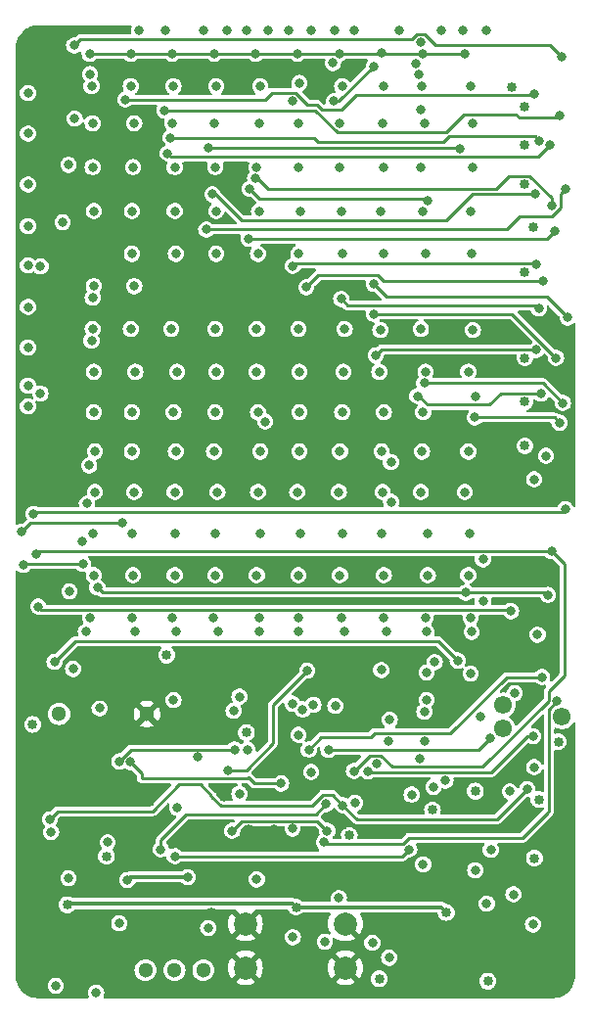
<source format=gbr>
%TF.GenerationSoftware,KiCad,Pcbnew,7.0.1*%
%TF.CreationDate,2024-01-03T20:12:54+01:00*%
%TF.ProjectId,PicBytesMicro,50696342-7974-4657-934d-6963726f2e6b,rev?*%
%TF.SameCoordinates,Original*%
%TF.FileFunction,Copper,L3,Inr*%
%TF.FilePolarity,Positive*%
%FSLAX46Y46*%
G04 Gerber Fmt 4.6, Leading zero omitted, Abs format (unit mm)*
G04 Created by KiCad (PCBNEW 7.0.1) date 2024-01-03 20:12:54*
%MOMM*%
%LPD*%
G01*
G04 APERTURE LIST*
%TA.AperFunction,ComponentPad*%
%ADD10C,1.550000*%
%TD*%
%TA.AperFunction,ComponentPad*%
%ADD11C,2.000000*%
%TD*%
%TA.AperFunction,ComponentPad*%
%ADD12C,1.300000*%
%TD*%
%TA.AperFunction,ViaPad*%
%ADD13C,0.850000*%
%TD*%
%TA.AperFunction,ViaPad*%
%ADD14C,0.800000*%
%TD*%
%TA.AperFunction,Conductor*%
%ADD15C,0.350000*%
%TD*%
%TA.AperFunction,Conductor*%
%ADD16C,0.250000*%
%TD*%
G04 APERTURE END LIST*
D10*
%TO.N,N/C*%
%TO.C,J1*%
X160310000Y-106135000D03*
X155230000Y-107151000D03*
X155230000Y-105119000D03*
%TD*%
D11*
%TO.N,Vgnd_main*%
%TO.C,J_USB_C1*%
X141570000Y-127850000D03*
X132930000Y-127850000D03*
X132930000Y-124050000D03*
X141570000Y-124050000D03*
%TD*%
D12*
%TO.N,Net-(LS1-+)*%
%TO.C,LS1*%
X116800000Y-105900000D03*
%TO.N,Vgnd_main*%
X124400000Y-105900000D03*
%TD*%
%TO.N,BAT+*%
%TO.C,SW_Toggle1*%
X124275000Y-128050000D03*
%TO.N,Net-(IC2-EN)*%
X126775000Y-128050000D03*
%TO.N,unconnected-(SW_Toggle1-Pad3)*%
X129275000Y-128050000D03*
%TD*%
D13*
%TO.N,BAT-*%
X114500000Y-106800000D03*
D14*
%TO.N,Net-(PIC18F45K1-RA6)*%
X128800000Y-109600000D03*
X132400000Y-104400000D03*
D13*
%TO.N,Vgnd_main*%
X130000000Y-123100000D03*
X115175500Y-81800000D03*
X124600000Y-113500000D03*
X154300000Y-123300000D03*
X150500000Y-113900000D03*
X130700000Y-105700000D03*
X160000000Y-114700000D03*
D14*
X135400000Y-115900000D03*
D13*
X157700000Y-104600000D03*
X135100000Y-125800000D03*
X157900000Y-126500000D03*
X155296365Y-111271365D03*
X133200000Y-115900000D03*
X117900000Y-104800000D03*
X131100000Y-113100000D03*
X141343765Y-115510024D03*
X119600000Y-119900000D03*
%TO.N,BMS_Vcc*%
X117500000Y-122400000D03*
X150300000Y-123050498D03*
X153900000Y-129000000D03*
X137300000Y-122600000D03*
D14*
%TO.N,Net-(PIC18F45K1-RA7)*%
X131897655Y-105625500D03*
X126700000Y-104700000D03*
D13*
%TO.N,Vcc_main*%
X158300000Y-113300000D03*
X157800000Y-63800000D03*
X157100000Y-78900000D03*
X157100000Y-75100000D03*
X157924502Y-118368492D03*
X155975000Y-51650000D03*
X160000000Y-108300000D03*
X157100000Y-60100000D03*
X157100000Y-82700000D03*
X157100000Y-67700000D03*
X157100000Y-56700000D03*
X141900000Y-116400000D03*
X152818533Y-112568230D03*
X149100000Y-114200000D03*
X157100000Y-53400000D03*
D14*
%TO.N,Net-(IC2-EN)*%
X147100000Y-117600000D03*
X126800000Y-118200000D03*
D13*
%TO.N,BAT+*%
X126100000Y-100800000D03*
X120900000Y-118200000D03*
X133000000Y-107500000D03*
X144500000Y-128800000D03*
D14*
%TO.N,Net-(C_22p_5-Pad2)*%
X131775500Y-116000000D03*
X140000000Y-116000000D03*
%TO.N,Net-(IC_BMS_TP1-PROG)*%
X153800000Y-122300000D03*
X157800000Y-124100000D03*
%TO.N,Net-(J_USB_C1-CC1)*%
X139800000Y-125600000D03*
%TO.N,Net-(J_USB_C1-CC2)*%
X137025500Y-125200000D03*
%TO.N,Net-(LED_Green_bms1-K)*%
X116500000Y-129400000D03*
%TO.N,C1*%
X122539334Y-52750792D03*
X157900000Y-52300000D03*
%TO.N,R0*%
X148289609Y-48808229D03*
X133813320Y-48799502D03*
X126569461Y-48799502D03*
X137431659Y-48798150D03*
X151938602Y-48764736D03*
X130235931Y-48799502D03*
X123000000Y-48799502D03*
X119446096Y-48799501D03*
X144696586Y-48739891D03*
X141053562Y-48776982D03*
%TO.N,R1*%
X119600000Y-51600000D03*
X144900000Y-51600000D03*
X130400000Y-51600000D03*
X152400000Y-51600000D03*
X134200000Y-51600000D03*
X141300000Y-51600000D03*
X126700000Y-51600000D03*
X123000000Y-51600000D03*
X137600500Y-51324500D03*
X148200000Y-51600000D03*
%TO.N,R2*%
X152600000Y-54800000D03*
X137500000Y-54800000D03*
X130200000Y-54800000D03*
X148400000Y-54800000D03*
X126600000Y-54800000D03*
X144800000Y-54800000D03*
X141100000Y-54800000D03*
X123300000Y-54800000D03*
X119700000Y-54800000D03*
X134100000Y-54800000D03*
%TO.N,R3*%
X144900000Y-58600000D03*
X133900000Y-58600000D03*
X126800000Y-58600000D03*
X119700000Y-58600000D03*
X130300000Y-58600000D03*
X123200000Y-58600000D03*
X152600000Y-58600000D03*
X137500000Y-58600000D03*
X148100000Y-58600000D03*
X141100000Y-58600000D03*
%TO.N,R4*%
X137700000Y-62400000D03*
X126800000Y-62400000D03*
X152400000Y-62400000D03*
X134100000Y-62400000D03*
X144600000Y-62400000D03*
X141200000Y-62400000D03*
X119800000Y-62400000D03*
X148300000Y-62400000D03*
X123100000Y-62400000D03*
X130400000Y-62400000D03*
%TO.N,R5*%
X126900000Y-66100000D03*
X130400000Y-66100000D03*
X134000000Y-66100000D03*
X144900000Y-66100000D03*
X119800000Y-68900000D03*
X137500000Y-66100000D03*
X123100000Y-66100000D03*
X148500000Y-66100000D03*
X152500000Y-66100000D03*
X123300000Y-68900000D03*
X141300000Y-66100000D03*
%TO.N,R6*%
X123000000Y-72600000D03*
X152600000Y-72700000D03*
X130300000Y-72600000D03*
X133900000Y-72600000D03*
X144600000Y-72700000D03*
X148100000Y-72600000D03*
X141500000Y-72600000D03*
X119700000Y-72600000D03*
X137500000Y-72600000D03*
X126500000Y-72600000D03*
%TO.N,R7*%
X137600000Y-76300000D03*
X141400000Y-76300000D03*
X119800000Y-76300000D03*
X152200000Y-76300000D03*
X123400000Y-76300000D03*
X130400000Y-76300000D03*
X127000000Y-76300000D03*
X148500000Y-76300000D03*
X144500000Y-76300000D03*
X133900000Y-76300000D03*
%TO.N,R8*%
X137600000Y-79800000D03*
X119800000Y-79800000D03*
X123100000Y-79800000D03*
X152847546Y-78432263D03*
X126700000Y-79800000D03*
X141300000Y-79800000D03*
X148300000Y-79800000D03*
X144900000Y-79800000D03*
X134000000Y-79800000D03*
X130300000Y-79800000D03*
%TO.N,R9*%
X148200000Y-83200000D03*
X130200000Y-83200000D03*
X141100000Y-83200000D03*
X152200000Y-83200000D03*
X119900000Y-83200000D03*
X134200000Y-83200000D03*
X144700000Y-83200000D03*
X126900000Y-83200000D03*
X123100000Y-83200000D03*
X137600000Y-83200000D03*
%TO.N,R10*%
X123300000Y-86700000D03*
X119900000Y-86700000D03*
X148100000Y-86700000D03*
X113575500Y-90127839D03*
X141000000Y-86700000D03*
X122277309Y-89400000D03*
X134000000Y-86700000D03*
X137400000Y-86700000D03*
X144800000Y-86700000D03*
X126800000Y-86700000D03*
X130500000Y-86700000D03*
X151900000Y-86700000D03*
%TO.N,R11*%
X137700000Y-90300000D03*
X141300000Y-90300000D03*
X144700000Y-90300000D03*
X126800000Y-90300000D03*
X148700000Y-90300000D03*
X123100000Y-90300000D03*
X152300000Y-90300000D03*
X119700000Y-90300000D03*
X130300000Y-90300000D03*
X134200000Y-90300000D03*
X113700000Y-93000000D03*
X118848673Y-92922162D03*
%TO.N,R12*%
X133900000Y-93900000D03*
X137500000Y-93900000D03*
X126800000Y-93900000D03*
X119800000Y-93900000D03*
X144900000Y-93900000D03*
X148700000Y-93900000D03*
X130300000Y-93900000D03*
X123200000Y-93900000D03*
X141100000Y-93900000D03*
X153466548Y-92524500D03*
X152200000Y-93900000D03*
%TO.N,R13*%
X148500000Y-97600000D03*
X134100000Y-97600000D03*
X123100000Y-97600000D03*
X130100000Y-97600000D03*
X126600000Y-97600000D03*
X141200000Y-97600000D03*
X152400000Y-97600000D03*
X137500000Y-97600000D03*
X119500000Y-97600000D03*
X144900000Y-97600000D03*
X153466548Y-96124500D03*
%TO.N,R14*%
X123400000Y-98800000D03*
X130600000Y-98800000D03*
X119100000Y-98800000D03*
X145100000Y-98800000D03*
X148600000Y-98800000D03*
X134100000Y-98800000D03*
X137500000Y-98800000D03*
X126900000Y-98800000D03*
X152500000Y-98800000D03*
X141500000Y-98800000D03*
%TO.N,R15*%
X152400000Y-102400000D03*
%TO.N,C2*%
X126452063Y-56052063D03*
X158373715Y-56324500D03*
%TO.N,C3*%
X158000000Y-60900000D03*
X130048698Y-60951302D03*
%TO.N,C4*%
X133759582Y-59589589D03*
X159400000Y-61900000D03*
%TO.N,C5*%
X137024899Y-67145731D03*
X158100000Y-67000000D03*
%TO.N,C6*%
X141200000Y-70000000D03*
X158300000Y-70800000D03*
%TO.N,C7*%
X144193941Y-74867377D03*
X158087701Y-74412299D03*
%TO.N,C8*%
X158500000Y-78200000D03*
X147800000Y-78400000D03*
%TO.N,C9*%
X160100000Y-80700000D03*
X152768873Y-80255725D03*
%TO.N,C10*%
X157900000Y-85600000D03*
%TO.N,Net-(LED_RED_bms1-K)*%
X120000000Y-130000000D03*
%TO.N,Net-(IC2-SW)*%
X148300000Y-118900000D03*
X152800000Y-119400000D03*
%TO.N,P_CC10*%
X147692645Y-49609877D03*
X144665179Y-102098992D03*
%TO.N,P_CC5*%
X137886643Y-105505937D03*
X136700000Y-46799500D03*
%TO.N,P_CC6*%
X140600000Y-46799500D03*
X140700000Y-105200000D03*
%TO.N,P_CC7*%
X144036135Y-49875500D03*
X140558538Y-52908441D03*
X138800000Y-105100000D03*
%TO.N,P_CC8*%
X137000000Y-105000000D03*
X136963547Y-52883698D03*
X148064476Y-53650520D03*
X148085349Y-47829821D03*
%TO.N,Buzzer*%
X138259811Y-102151627D03*
X131400000Y-110745000D03*
%TO.N,Net-(Q11-Pad2)*%
X155900000Y-97000000D03*
X115000000Y-96600000D03*
%TO.N,P_UN*%
X133100000Y-109000000D03*
X134633340Y-80599012D03*
%TO.N,P_DN*%
X158600000Y-102700000D03*
X138400000Y-108975500D03*
%TO.N,S_b*%
X140100000Y-109000000D03*
X154125308Y-107969067D03*
%TO.N,S_a*%
X144300000Y-110200000D03*
X145350296Y-126974302D03*
%TO.N,S_right*%
X137000000Y-115800000D03*
X133900000Y-120200000D03*
%TO.N,S_left*%
X117600000Y-120100000D03*
X136006755Y-111906755D03*
X122958411Y-110041589D03*
%TO.N,S_down*%
X132400000Y-112800000D03*
X129700000Y-124400000D03*
X138602551Y-110911981D03*
%TO.N,S_up*%
X125600000Y-117600000D03*
X139900000Y-113700000D03*
%TO.N,MCLR*%
X139700000Y-117000000D03*
X159900000Y-104800000D03*
%TO.N,P_CR5*%
X142300000Y-110824500D03*
X114800000Y-92100000D03*
X159400000Y-91800000D03*
X119700000Y-69900000D03*
%TO.N,P_CR4*%
X114600000Y-88600000D03*
X115192062Y-67188113D03*
X147295892Y-112867811D03*
X160600000Y-88200000D03*
%TO.N,ICSPDA*%
X158200000Y-99041606D03*
X157800000Y-107800000D03*
X115180257Y-78171201D03*
X116000000Y-115000000D03*
X118000000Y-102000000D03*
X141349500Y-113794194D03*
X143541121Y-110850468D03*
X157300000Y-112400000D03*
%TO.N,ICSPCLK*%
X119599500Y-73612196D03*
X153275500Y-106100000D03*
X152000000Y-95400000D03*
X149200000Y-112200000D03*
X142400000Y-113600000D03*
X120114457Y-94965877D03*
X159100000Y-95600000D03*
X156225500Y-104100000D03*
%TO.N,P_CR3*%
X151289077Y-101274664D03*
X117700000Y-95300000D03*
X150229107Y-111649500D03*
X117100500Y-63383439D03*
X116400000Y-101400000D03*
%TO.N,P_CR2*%
X148012497Y-109732262D03*
X118800000Y-90991165D03*
X117600000Y-58400000D03*
X120300000Y-105400000D03*
%TO.N,P_CR1*%
X145527074Y-87555004D03*
X148400000Y-108275500D03*
X118150500Y-54402835D03*
X119200000Y-87700000D03*
%TO.N,P_CR0*%
X145300000Y-108275500D03*
X119400000Y-84400000D03*
X145507979Y-84097484D03*
X119479602Y-50559701D03*
%TO.N,P_CC1*%
X147900000Y-50600000D03*
X148400000Y-105700000D03*
%TO.N,P_CC2*%
X140495736Y-49606340D03*
X145400000Y-106400000D03*
%TO.N,P_CC3*%
X148600000Y-104700000D03*
X129300000Y-46800000D03*
X129687169Y-56904128D03*
X151489378Y-57005745D03*
%TO.N,P_CC4*%
X148600000Y-102300000D03*
X133000000Y-46800000D03*
X148705937Y-61486643D03*
X133311271Y-60488696D03*
%TO.N,P_CC9*%
X151700000Y-46800000D03*
X149298674Y-101409663D03*
%TO.N,Net-(Q10-Pad2)*%
X114100000Y-74200000D03*
X114100000Y-70700000D03*
X114100000Y-67100000D03*
X114100000Y-52200000D03*
X114100000Y-79300000D03*
X114100000Y-55700000D03*
X114100000Y-63700000D03*
X114100000Y-77500000D03*
X114100000Y-60100000D03*
%TO.N,Net-(Q4-Pad1)*%
X118100000Y-48075001D03*
X160300000Y-49100000D03*
%TO.N,Net-(Q5-Pad1)*%
X158712299Y-68487701D03*
X138177236Y-68991516D03*
X138600000Y-46799500D03*
%TO.N,Net-(Q8-Pad1)*%
X123700000Y-46800000D03*
X125903780Y-53700000D03*
X160100000Y-54100000D03*
%TO.N,Net-(Q9-Pad1)*%
X160800000Y-71600000D03*
X142300000Y-46799500D03*
X144036135Y-68700000D03*
%TO.N,Net-(Q16-Pad1)*%
X126200000Y-57400000D03*
X126000000Y-46805016D03*
X159300000Y-56700000D03*
%TO.N,Net-(Q17-Pad1)*%
X146200000Y-46805016D03*
X144036135Y-71300000D03*
X159800000Y-75100000D03*
%TO.N,Net-(R_10K_2-Pad2)*%
X116100000Y-116100000D03*
X121000000Y-117000000D03*
%TO.N,Net-(Q22-Pad1)*%
X160600000Y-60500000D03*
X129530251Y-64000000D03*
X131283498Y-46800000D03*
%TO.N,Net-(Q23-Pad1)*%
X160400000Y-79000000D03*
X148389623Y-77293389D03*
X149900000Y-46799500D03*
%TO.N,Net-(R_10K_4-Pad2)*%
X122704484Y-120249502D03*
X127925500Y-120000000D03*
X122000000Y-124000000D03*
%TO.N,Net-(Q26-Pad1)*%
X159700000Y-64100000D03*
X133200000Y-64800000D03*
X134900000Y-46799500D03*
%TO.N,Net-(Q27-Pad1)*%
X158923173Y-83567518D03*
X153750163Y-46799500D03*
%TO.N,Net-(IC2-FB)*%
X154150498Y-117650500D03*
X156100000Y-121500000D03*
%TO.N,Net-(R_10K_10-Pad2)*%
X155800000Y-112600000D03*
X157900000Y-110496865D03*
%TO.N,Net-(R_10K_11-Pad2)*%
X143900000Y-125700000D03*
X141000000Y-121825500D03*
%TO.N,Vdc_battery*%
X137500000Y-107700000D03*
%TO.N,Net-(R_10K_5-Pad1)*%
X122000000Y-110000000D03*
X127000000Y-114000000D03*
X131975000Y-108975000D03*
%TD*%
D15*
%TO.N,Vgnd_main*%
X123125000Y-104625000D02*
X124400000Y-105900000D01*
X117900000Y-104800000D02*
X118075000Y-104625000D01*
X118075000Y-104625000D02*
X123125000Y-104625000D01*
%TO.N,BMS_Vcc*%
X117600000Y-122300000D02*
X117500000Y-122400000D01*
X150300000Y-123050498D02*
X149849502Y-122600000D01*
X149849502Y-122600000D02*
X137300000Y-122600000D01*
X137000000Y-122300000D02*
X117600000Y-122300000D01*
X137300000Y-122600000D02*
X137000000Y-122300000D01*
D16*
%TO.N,Net-(IC2-EN)*%
X146500000Y-118200000D02*
X147100000Y-117600000D01*
X126800000Y-118200000D02*
X146500000Y-118200000D01*
%TO.N,Net-(C_22p_5-Pad2)*%
X139150000Y-115150000D02*
X140000000Y-116000000D01*
X131775500Y-116000000D02*
X132625500Y-115150000D01*
X132625500Y-115150000D02*
X139150000Y-115150000D01*
%TO.N,C1*%
X135241302Y-52158698D02*
X134600000Y-52800000D01*
X141266559Y-53633441D02*
X139544532Y-53633441D01*
X157900000Y-52300000D02*
X157800000Y-52400000D01*
X134600000Y-52800000D02*
X122588542Y-52800000D01*
X138400000Y-53200000D02*
X138305154Y-53200000D01*
X139111091Y-53200000D02*
X138400000Y-53200000D01*
X137263852Y-52158698D02*
X135241302Y-52158698D01*
X139544532Y-53633441D02*
X139111091Y-53200000D01*
X157800000Y-52400000D02*
X142500000Y-52400000D01*
X142500000Y-52400000D02*
X141266559Y-53633441D01*
X122588542Y-52800000D02*
X122539334Y-52750792D01*
X138305154Y-53200000D02*
X137263852Y-52158698D01*
%TO.N,R0*%
X119446096Y-48799501D02*
X151903837Y-48799501D01*
X151903837Y-48799501D02*
X151938602Y-48764736D01*
%TO.N,R10*%
X114303339Y-89400000D02*
X113575500Y-90127839D01*
X122277309Y-89400000D02*
X114303339Y-89400000D01*
%TO.N,R11*%
X113800000Y-92900000D02*
X113700000Y-93000000D01*
X118848673Y-92922162D02*
X118826511Y-92900000D01*
X118826511Y-92900000D02*
X113800000Y-92900000D01*
%TO.N,C2*%
X158373715Y-56324500D02*
X157999215Y-55950000D01*
X138850000Y-56100000D02*
X126500000Y-56100000D01*
X150550000Y-55950000D02*
X150050000Y-56450000D01*
X157999215Y-55950000D02*
X150800000Y-55950000D01*
X150800000Y-55950000D02*
X150550000Y-55950000D01*
X139200000Y-56450000D02*
X138850000Y-56100000D01*
X150050000Y-56450000D02*
X139200000Y-56450000D01*
X126500000Y-56100000D02*
X126452063Y-56052063D01*
%TO.N,C3*%
X132600000Y-63200000D02*
X130800000Y-61400000D01*
X150300000Y-63200000D02*
X132600000Y-63200000D01*
X130351302Y-60951302D02*
X130048698Y-60951302D01*
X157950000Y-60950000D02*
X152550000Y-60950000D01*
X152550000Y-60950000D02*
X150300000Y-63200000D01*
X158000000Y-60900000D02*
X157950000Y-60950000D01*
X130800000Y-61400000D02*
X130351302Y-60951302D01*
%TO.N,C4*%
X134900000Y-60500000D02*
X133989589Y-59589589D01*
X155750000Y-59350000D02*
X154600000Y-60500000D01*
X159400000Y-61274695D02*
X157475305Y-59350000D01*
X159400000Y-61900000D02*
X159400000Y-61274695D01*
X154600000Y-60500000D02*
X134900000Y-60500000D01*
X133989589Y-59589589D02*
X133759582Y-59589589D01*
X157475305Y-59350000D02*
X155750000Y-59350000D01*
%TO.N,C5*%
X158050000Y-66950000D02*
X137220630Y-66950000D01*
X137220630Y-66950000D02*
X137024899Y-67145731D01*
X158100000Y-67000000D02*
X158050000Y-66950000D01*
%TO.N,C6*%
X158075000Y-70575000D02*
X141775000Y-70575000D01*
X158300000Y-70800000D02*
X158075000Y-70575000D01*
X141775000Y-70575000D02*
X141200000Y-70000000D01*
%TO.N,C7*%
X158025402Y-74350000D02*
X144711318Y-74350000D01*
X144711318Y-74350000D02*
X144193941Y-74867377D01*
X158087701Y-74412299D02*
X158025402Y-74350000D01*
%TO.N,C8*%
X148682568Y-79157263D02*
X147925305Y-78400000D01*
X154042737Y-79157263D02*
X148682568Y-79157263D01*
X155050000Y-78150000D02*
X154042737Y-79157263D01*
X158500000Y-78200000D02*
X158450000Y-78150000D01*
X158450000Y-78150000D02*
X155050000Y-78150000D01*
X147925305Y-78400000D02*
X147800000Y-78400000D01*
%TO.N,C9*%
X159655725Y-80255725D02*
X160100000Y-80700000D01*
X152768873Y-80255725D02*
X159655725Y-80255725D01*
%TO.N,P_CC7*%
X141016864Y-52908441D02*
X140558538Y-52908441D01*
X144036135Y-49875500D02*
X144036135Y-49889170D01*
X144036135Y-49889170D02*
X141016864Y-52908441D01*
%TO.N,Buzzer*%
X135300000Y-105111438D02*
X135300000Y-108425305D01*
X132980305Y-110745000D02*
X131400000Y-110745000D01*
X135300000Y-108425305D02*
X132980305Y-110745000D01*
X138259811Y-102151627D02*
X135300000Y-105111438D01*
%TO.N,Net-(Q11-Pad2)*%
X115275000Y-96875000D02*
X115000000Y-96600000D01*
X155775000Y-96875000D02*
X115275000Y-96875000D01*
X155900000Y-97000000D02*
X155775000Y-96875000D01*
%TO.N,P_DN*%
X143750500Y-107900000D02*
X144100000Y-107550500D01*
X138400000Y-108975500D02*
X139475500Y-107900000D01*
X144100000Y-107550500D02*
X150649500Y-107550500D01*
X150649500Y-107550500D02*
X155500000Y-102700000D01*
X139475500Y-107900000D02*
X143750500Y-107900000D01*
X155500000Y-102700000D02*
X158600000Y-102700000D01*
%TO.N,S_b*%
X152000000Y-109000000D02*
X153094375Y-109000000D01*
X140100000Y-109000000D02*
X152000000Y-109000000D01*
X153094375Y-109000000D02*
X154125308Y-107969067D01*
%TO.N,S_left*%
X133130000Y-111470000D02*
X123995305Y-111470000D01*
X123925305Y-111008483D02*
X122958411Y-110041589D01*
X123925305Y-111400000D02*
X123925305Y-111008483D01*
X123995305Y-111470000D02*
X123925305Y-111400000D01*
X133706755Y-111906755D02*
X133200000Y-111400000D01*
X133200000Y-111400000D02*
X133130000Y-111470000D01*
X136006755Y-111906755D02*
X133706755Y-111906755D01*
%TO.N,S_up*%
X139900000Y-113700000D02*
X139000000Y-114600000D01*
X127800000Y-114600000D02*
X125600000Y-116800000D01*
X139000000Y-114600000D02*
X127800000Y-114600000D01*
X125600000Y-116800000D02*
X125600000Y-117600000D01*
%TO.N,MCLR*%
X147074695Y-116600000D02*
X156894470Y-116600000D01*
X156894470Y-116600000D02*
X158995392Y-114499078D01*
X139850000Y-117150000D02*
X146524695Y-117150000D01*
X159210000Y-114284470D02*
X158995392Y-114499078D01*
X146524695Y-117150000D02*
X147074695Y-116600000D01*
X159210000Y-105490000D02*
X159210000Y-114284470D01*
X159900000Y-104800000D02*
X159210000Y-105490000D01*
X139700000Y-117000000D02*
X139850000Y-117150000D01*
%TO.N,P_CR5*%
X153461940Y-110474695D02*
X159175000Y-104761635D01*
X159175000Y-103925000D02*
X160500000Y-102600000D01*
X144600000Y-109475000D02*
X144600305Y-109475000D01*
X159400000Y-91800000D02*
X115100000Y-91800000D01*
X159175000Y-104761635D02*
X159175000Y-103925000D01*
X160500000Y-102600000D02*
X160500000Y-92900000D01*
X145600000Y-110474695D02*
X153461940Y-110474695D01*
X142300000Y-110824500D02*
X143649500Y-109475000D01*
X115100000Y-91800000D02*
X114800000Y-92100000D01*
X143649500Y-109475000D02*
X144600000Y-109475000D01*
X160500000Y-92900000D02*
X159400000Y-91800000D01*
X144600305Y-109475000D02*
X145600000Y-110474695D01*
%TO.N,P_CR4*%
X114775000Y-88425000D02*
X114600000Y-88600000D01*
X160375000Y-88425000D02*
X114775000Y-88425000D01*
X160600000Y-88200000D02*
X160375000Y-88425000D01*
%TO.N,ICSPDA*%
X154700000Y-115000000D02*
X157300000Y-112400000D01*
X124860661Y-114300000D02*
X116700000Y-114300000D01*
X116700000Y-114300000D02*
X116000000Y-115000000D01*
X157300000Y-107800000D02*
X157800000Y-107800000D01*
X130000000Y-113000000D02*
X129000000Y-112000000D01*
X141349500Y-113794194D02*
X142555306Y-115000000D01*
X127160661Y-112000000D02*
X124860661Y-114300000D01*
X130789339Y-113850000D02*
X130000000Y-113060661D01*
X140455306Y-112900000D02*
X139600000Y-112900000D01*
X130000000Y-113060661D02*
X130000000Y-113000000D01*
X142555306Y-115000000D02*
X154700000Y-115000000D01*
X138650000Y-113850000D02*
X130789339Y-113850000D01*
X143615653Y-110925000D02*
X154175000Y-110925000D01*
X154175000Y-110925000D02*
X157300000Y-107800000D01*
X129000000Y-112000000D02*
X127160661Y-112000000D01*
X139600000Y-112900000D02*
X138650000Y-113850000D01*
X143541121Y-110850468D02*
X143615653Y-110925000D01*
X141349500Y-113794194D02*
X140455306Y-112900000D01*
%TO.N,ICSPCLK*%
X120548580Y-95400000D02*
X120114457Y-94965877D01*
X158900000Y-95400000D02*
X159100000Y-95600000D01*
X152000000Y-95400000D02*
X120548580Y-95400000D01*
X152000000Y-95400000D02*
X158900000Y-95400000D01*
%TO.N,P_CR3*%
X149614413Y-99600000D02*
X118200000Y-99600000D01*
X151289077Y-101274664D02*
X149614413Y-99600000D01*
X118200000Y-99600000D02*
X116400000Y-101400000D01*
%TO.N,P_CC3*%
X151489378Y-57005745D02*
X151383633Y-56900000D01*
X129691297Y-56900000D02*
X129687169Y-56904128D01*
X151383633Y-56900000D02*
X129691297Y-56900000D01*
%TO.N,P_CC4*%
X148300000Y-61300000D02*
X148519294Y-61300000D01*
X134122575Y-61300000D02*
X133311271Y-60488696D01*
X148519294Y-61300000D02*
X148705937Y-61486643D01*
X148300000Y-61300000D02*
X134122575Y-61300000D01*
%TO.N,Net-(Q4-Pad1)*%
X118645485Y-47529516D02*
X118100000Y-48075001D01*
X149320569Y-48039736D02*
X148385654Y-47104821D01*
X159239736Y-48039736D02*
X149320569Y-48039736D01*
X148385654Y-47104821D02*
X147785044Y-47104821D01*
X160300000Y-49100000D02*
X159239736Y-48039736D01*
X147360349Y-47529516D02*
X118645485Y-47529516D01*
X147785044Y-47104821D02*
X147360349Y-47529516D01*
%TO.N,Net-(Q5-Pad1)*%
X144849141Y-68487701D02*
X144336440Y-67975000D01*
X158712299Y-68487701D02*
X144849141Y-68487701D01*
X144336440Y-67975000D02*
X139193752Y-67975000D01*
X139193752Y-67975000D02*
X138177236Y-68991516D01*
%TO.N,Net-(Q8-Pad1)*%
X138974695Y-53700000D02*
X140874695Y-55600000D01*
X140874695Y-55600000D02*
X150263604Y-55600000D01*
X156600000Y-54300000D02*
X159900000Y-54300000D01*
X159900000Y-54300000D02*
X160100000Y-54100000D01*
X150263604Y-55600000D02*
X151833273Y-54030331D01*
X151833273Y-54030331D02*
X156330331Y-54030331D01*
X156330331Y-54030331D02*
X156600000Y-54300000D01*
X125903780Y-53700000D02*
X138974695Y-53700000D01*
%TO.N,Net-(Q9-Pad1)*%
X159000000Y-69800000D02*
X145136135Y-69800000D01*
X145136135Y-69800000D02*
X144036135Y-68700000D01*
X160800000Y-71600000D02*
X159000000Y-69800000D01*
%TO.N,Net-(Q16-Pad1)*%
X126200000Y-57400000D02*
X126530745Y-57730745D01*
X126530745Y-57730745D02*
X158269255Y-57730745D01*
X158269255Y-57730745D02*
X159300000Y-56700000D01*
%TO.N,Net-(Q17-Pad1)*%
X156000000Y-71300000D02*
X159800000Y-75100000D01*
X144036135Y-71300000D02*
X156000000Y-71300000D01*
%TO.N,Net-(Q22-Pad1)*%
X156600000Y-62900000D02*
X159425305Y-62900000D01*
X159425305Y-62900000D02*
X160200000Y-62125305D01*
X155500000Y-64000000D02*
X156600000Y-62900000D01*
X160200000Y-60900000D02*
X160600000Y-60500000D01*
X160200000Y-61100000D02*
X160200000Y-60900000D01*
X129530251Y-64000000D02*
X155500000Y-64000000D01*
X160200000Y-62125305D02*
X160200000Y-61100000D01*
%TO.N,Net-(Q23-Pad1)*%
X148389623Y-77293389D02*
X158693389Y-77293389D01*
X158693389Y-77293389D02*
X160400000Y-79000000D01*
D15*
%TO.N,Net-(R_10K_4-Pad2)*%
X127925500Y-120000000D02*
X122953986Y-120000000D01*
X122953986Y-120000000D02*
X122704484Y-120249502D01*
D16*
%TO.N,Net-(Q26-Pad1)*%
X159000000Y-64800000D02*
X159700000Y-64100000D01*
X133200000Y-64800000D02*
X159000000Y-64800000D01*
%TO.N,Net-(R_10K_5-Pad1)*%
X122000000Y-110000000D02*
X123025000Y-108975000D01*
X123025000Y-108975000D02*
X131975000Y-108975000D01*
%TD*%
%TA.AperFunction,Conductor*%
%TO.N,Vgnd_main*%
G36*
X152723515Y-92244696D02*
G01*
X152769269Y-92296342D01*
X152780337Y-92364447D01*
X152760902Y-92524499D01*
X152781408Y-92693372D01*
X152841730Y-92852430D01*
X152938363Y-92992427D01*
X152938364Y-92992428D01*
X152938365Y-92992429D01*
X153065696Y-93105234D01*
X153216323Y-93184290D01*
X153381492Y-93225000D01*
X153551603Y-93225000D01*
X153551604Y-93225000D01*
X153716773Y-93184290D01*
X153867400Y-93105234D01*
X153994731Y-92992429D01*
X154091366Y-92852430D01*
X154151688Y-92693372D01*
X154172193Y-92524500D01*
X154168950Y-92497791D01*
X154152759Y-92364447D01*
X154163827Y-92296342D01*
X154209581Y-92244696D01*
X154275855Y-92225500D01*
X158777450Y-92225500D01*
X158835067Y-92239699D01*
X158858401Y-92260366D01*
X158860547Y-92257944D01*
X158871815Y-92267927D01*
X158871817Y-92267929D01*
X158999148Y-92380734D01*
X159149775Y-92459790D01*
X159314944Y-92500500D01*
X159314945Y-92500500D01*
X159447390Y-92500500D01*
X159494843Y-92509939D01*
X159535071Y-92536819D01*
X160038181Y-93039929D01*
X160065061Y-93080157D01*
X160074500Y-93127610D01*
X160074500Y-102372390D01*
X160065061Y-102419843D01*
X160038181Y-102460071D01*
X159483286Y-103014965D01*
X159425280Y-103047681D01*
X159358714Y-103045669D01*
X159302789Y-103009511D01*
X159273636Y-102949635D01*
X159279662Y-102883314D01*
X159285140Y-102868872D01*
X159305645Y-102700000D01*
X159285140Y-102531128D01*
X159224818Y-102372070D01*
X159136606Y-102244274D01*
X159128184Y-102232072D01*
X159128183Y-102232071D01*
X159000852Y-102119266D01*
X158983508Y-102110163D01*
X158850224Y-102040209D01*
X158725764Y-102009533D01*
X158685056Y-101999500D01*
X158514944Y-101999500D01*
X158482284Y-102007549D01*
X158349775Y-102040209D01*
X158199149Y-102119265D01*
X158180645Y-102135658D01*
X158071817Y-102232071D01*
X158071815Y-102232072D01*
X158060547Y-102242056D01*
X158058401Y-102239633D01*
X158035067Y-102260301D01*
X157977450Y-102274500D01*
X155432606Y-102274500D01*
X155409639Y-102281962D01*
X155390723Y-102286503D01*
X155366874Y-102290280D01*
X155345356Y-102301244D01*
X155327387Y-102308687D01*
X155304419Y-102316150D01*
X155284880Y-102330346D01*
X155268293Y-102340510D01*
X155246779Y-102351471D01*
X155164224Y-102434023D01*
X155164219Y-102434032D01*
X150509571Y-107088681D01*
X150469343Y-107115561D01*
X150421890Y-107125000D01*
X145964970Y-107125000D01*
X145907344Y-107110796D01*
X145862920Y-107071440D01*
X145841874Y-107015946D01*
X145849028Y-106957028D01*
X145882740Y-106908187D01*
X145928183Y-106867929D01*
X146024818Y-106727930D01*
X146085140Y-106568872D01*
X146105645Y-106400000D01*
X146085140Y-106231128D01*
X146024818Y-106072070D01*
X145931262Y-105936531D01*
X145928184Y-105932072D01*
X145928183Y-105932071D01*
X145800852Y-105819266D01*
X145753421Y-105794372D01*
X145650224Y-105740209D01*
X145525764Y-105709533D01*
X145487085Y-105700000D01*
X147694354Y-105700000D01*
X147714860Y-105868872D01*
X147775182Y-106027930D01*
X147871815Y-106167927D01*
X147871816Y-106167928D01*
X147871817Y-106167929D01*
X147999148Y-106280734D01*
X148149775Y-106359790D01*
X148314944Y-106400500D01*
X148485055Y-106400500D01*
X148485056Y-106400500D01*
X148650225Y-106359790D01*
X148800852Y-106280734D01*
X148928183Y-106167929D01*
X149024818Y-106027930D01*
X149085140Y-105868872D01*
X149105645Y-105700000D01*
X149085140Y-105531128D01*
X149083927Y-105527930D01*
X149023214Y-105367839D01*
X149015257Y-105318875D01*
X149027128Y-105270710D01*
X149056926Y-105231056D01*
X149128183Y-105167929D01*
X149224818Y-105027930D01*
X149285140Y-104868872D01*
X149305645Y-104700000D01*
X149285140Y-104531128D01*
X149224818Y-104372070D01*
X149153585Y-104268872D01*
X149128184Y-104232072D01*
X149128183Y-104232071D01*
X149000852Y-104119266D01*
X148964144Y-104100000D01*
X148850224Y-104040209D01*
X148725764Y-104009533D01*
X148685056Y-103999500D01*
X148514944Y-103999500D01*
X148482284Y-104007549D01*
X148349775Y-104040209D01*
X148199149Y-104119265D01*
X148071815Y-104232072D01*
X147975182Y-104372069D01*
X147914860Y-104531127D01*
X147894354Y-104699999D01*
X147914860Y-104868874D01*
X147976785Y-105032160D01*
X147984742Y-105081123D01*
X147972871Y-105129288D01*
X147943071Y-105168945D01*
X147871816Y-105232071D01*
X147775182Y-105372069D01*
X147714860Y-105531127D01*
X147694354Y-105700000D01*
X145487085Y-105700000D01*
X145485056Y-105699500D01*
X145314944Y-105699500D01*
X145282284Y-105707549D01*
X145149775Y-105740209D01*
X144999149Y-105819265D01*
X144871815Y-105932072D01*
X144775182Y-106072069D01*
X144714860Y-106231127D01*
X144694354Y-106400000D01*
X144714860Y-106568872D01*
X144775182Y-106727930D01*
X144871815Y-106867927D01*
X144871816Y-106867928D01*
X144871817Y-106867929D01*
X144917259Y-106908187D01*
X144950972Y-106957028D01*
X144958126Y-107015946D01*
X144937080Y-107071440D01*
X144892656Y-107110796D01*
X144835030Y-107125000D01*
X144032606Y-107125000D01*
X144009633Y-107132463D01*
X143990722Y-107137003D01*
X143966873Y-107140780D01*
X143945362Y-107151741D01*
X143927386Y-107159187D01*
X143904419Y-107166649D01*
X143884881Y-107180844D01*
X143868298Y-107191006D01*
X143846782Y-107201970D01*
X143846779Y-107201972D01*
X143846780Y-107201972D01*
X143829486Y-107219266D01*
X143805365Y-107243386D01*
X143805364Y-107243387D01*
X143610571Y-107438181D01*
X143570343Y-107465061D01*
X143522890Y-107474500D01*
X139408106Y-107474500D01*
X139385133Y-107481963D01*
X139366222Y-107486503D01*
X139342373Y-107490280D01*
X139320862Y-107501241D01*
X139302886Y-107508687D01*
X139279919Y-107516149D01*
X139260381Y-107530344D01*
X139243798Y-107540506D01*
X139222282Y-107551470D01*
X139222279Y-107551472D01*
X139222280Y-107551472D01*
X139203843Y-107569909D01*
X139180865Y-107592886D01*
X138535070Y-108238681D01*
X138494842Y-108265561D01*
X138447389Y-108275000D01*
X138314943Y-108275000D01*
X138197796Y-108303873D01*
X138138446Y-108303872D01*
X138085894Y-108276290D01*
X138052180Y-108227446D01*
X138045026Y-108168528D01*
X138066071Y-108113037D01*
X138124818Y-108027930D01*
X138185140Y-107868872D01*
X138205645Y-107700000D01*
X138185140Y-107531128D01*
X138124818Y-107372070D01*
X138048503Y-107261509D01*
X138028184Y-107232072D01*
X137962493Y-107173875D01*
X137900852Y-107119266D01*
X137863260Y-107099536D01*
X137750224Y-107040209D01*
X137625765Y-107009533D01*
X137585056Y-106999500D01*
X137414944Y-106999500D01*
X137382284Y-107007549D01*
X137249775Y-107040209D01*
X137099149Y-107119265D01*
X136971815Y-107232072D01*
X136875182Y-107372069D01*
X136814860Y-107531127D01*
X136794354Y-107699999D01*
X136814860Y-107868872D01*
X136875182Y-108027930D01*
X136971815Y-108167927D01*
X136971816Y-108167928D01*
X136971817Y-108167929D01*
X137099148Y-108280734D01*
X137249775Y-108359790D01*
X137414944Y-108400500D01*
X137585055Y-108400500D01*
X137585056Y-108400500D01*
X137702204Y-108371626D01*
X137761552Y-108371626D01*
X137814104Y-108399208D01*
X137847819Y-108448052D01*
X137854973Y-108506970D01*
X137833927Y-108562463D01*
X137775182Y-108647569D01*
X137714860Y-108806627D01*
X137694354Y-108975500D01*
X137714860Y-109144372D01*
X137775182Y-109303430D01*
X137871815Y-109443427D01*
X137871816Y-109443428D01*
X137871817Y-109443429D01*
X137999148Y-109556234D01*
X138149775Y-109635290D01*
X138314944Y-109676000D01*
X138485055Y-109676000D01*
X138485056Y-109676000D01*
X138650225Y-109635290D01*
X138800852Y-109556234D01*
X138928183Y-109443429D01*
X139024818Y-109303430D01*
X139085140Y-109144372D01*
X139105645Y-108975500D01*
X139101672Y-108942784D01*
X139107550Y-108887392D01*
X139137085Y-108840161D01*
X139197912Y-108779334D01*
X139250134Y-108748195D01*
X139310883Y-108745624D01*
X139365551Y-108772242D01*
X139400993Y-108821648D01*
X139408687Y-108881963D01*
X139394354Y-108999999D01*
X139414860Y-109168872D01*
X139475182Y-109327930D01*
X139571815Y-109467927D01*
X139571816Y-109467928D01*
X139571817Y-109467929D01*
X139699148Y-109580734D01*
X139849775Y-109659790D01*
X140014944Y-109700500D01*
X140185055Y-109700500D01*
X140185056Y-109700500D01*
X140350225Y-109659790D01*
X140500852Y-109580734D01*
X140628183Y-109467929D01*
X140628184Y-109467927D01*
X140639453Y-109457944D01*
X140641598Y-109460366D01*
X140664933Y-109439699D01*
X140722550Y-109425500D01*
X142797891Y-109425500D01*
X142854186Y-109439015D01*
X142898209Y-109476615D01*
X142920364Y-109530102D01*
X142915822Y-109587818D01*
X142885572Y-109637180D01*
X142659934Y-109862818D01*
X142435071Y-110087681D01*
X142394843Y-110114561D01*
X142347390Y-110124000D01*
X142214944Y-110124000D01*
X142191838Y-110129695D01*
X142049775Y-110164709D01*
X141899149Y-110243765D01*
X141771815Y-110356572D01*
X141675182Y-110496569D01*
X141614860Y-110655627D01*
X141594354Y-110824500D01*
X141614860Y-110993372D01*
X141675182Y-111152430D01*
X141771815Y-111292427D01*
X141771816Y-111292428D01*
X141771817Y-111292429D01*
X141899148Y-111405234D01*
X142049775Y-111484290D01*
X142214944Y-111525000D01*
X142385055Y-111525000D01*
X142385056Y-111525000D01*
X142550225Y-111484290D01*
X142700852Y-111405234D01*
X142826942Y-111293527D01*
X142889275Y-111263950D01*
X142957770Y-111272266D01*
X143011216Y-111315903D01*
X143012935Y-111318394D01*
X143012937Y-111318396D01*
X143012938Y-111318397D01*
X143140269Y-111431202D01*
X143290896Y-111510258D01*
X143456065Y-111550968D01*
X143626176Y-111550968D01*
X143626177Y-111550968D01*
X143791346Y-111510258D01*
X143941973Y-111431202D01*
X143976590Y-111400534D01*
X143997867Y-111381685D01*
X144036123Y-111358558D01*
X144080094Y-111350500D01*
X148808151Y-111350500D01*
X148871014Y-111367616D01*
X148916523Y-111414238D01*
X148932115Y-111477496D01*
X148913485Y-111539927D01*
X148865777Y-111584296D01*
X148799150Y-111619264D01*
X148671815Y-111732072D01*
X148575182Y-111872069D01*
X148514860Y-112031127D01*
X148494354Y-112200000D01*
X148514860Y-112368872D01*
X148575182Y-112527930D01*
X148671815Y-112667927D01*
X148671816Y-112667928D01*
X148671817Y-112667929D01*
X148799148Y-112780734D01*
X148949775Y-112859790D01*
X149114944Y-112900500D01*
X149285055Y-112900500D01*
X149285056Y-112900500D01*
X149450225Y-112859790D01*
X149600852Y-112780734D01*
X149728183Y-112667929D01*
X149797001Y-112568230D01*
X152088441Y-112568230D01*
X152106746Y-112730691D01*
X152160742Y-112885002D01*
X152160744Y-112885005D01*
X152247725Y-113023434D01*
X152363329Y-113139038D01*
X152498540Y-113223997D01*
X152501760Y-113226020D01*
X152656071Y-113280016D01*
X152818533Y-113298321D01*
X152980994Y-113280016D01*
X153135308Y-113226019D01*
X153273737Y-113139038D01*
X153389341Y-113023434D01*
X153476322Y-112885005D01*
X153530319Y-112730691D01*
X153548624Y-112568230D01*
X153545001Y-112536079D01*
X153530319Y-112405768D01*
X153476323Y-112251457D01*
X153476322Y-112251455D01*
X153389341Y-112113026D01*
X153273737Y-111997422D01*
X153135308Y-111910441D01*
X153135305Y-111910439D01*
X152980994Y-111856443D01*
X152818532Y-111838138D01*
X152656071Y-111856443D01*
X152501760Y-111910439D01*
X152363327Y-111997423D01*
X152247726Y-112113024D01*
X152160742Y-112251457D01*
X152106746Y-112405768D01*
X152088441Y-112568230D01*
X149797001Y-112568230D01*
X149824818Y-112527930D01*
X149874863Y-112395969D01*
X149908577Y-112347125D01*
X149961129Y-112319543D01*
X150020480Y-112319543D01*
X150029544Y-112321777D01*
X150144051Y-112350000D01*
X150314162Y-112350000D01*
X150314163Y-112350000D01*
X150479332Y-112309290D01*
X150629959Y-112230234D01*
X150757290Y-112117429D01*
X150853925Y-111977430D01*
X150914247Y-111818372D01*
X150934752Y-111649500D01*
X150932591Y-111631703D01*
X150915318Y-111489447D01*
X150926386Y-111421342D01*
X150972140Y-111369696D01*
X151038414Y-111350500D01*
X154242391Y-111350500D01*
X154242393Y-111350500D01*
X154265363Y-111343035D01*
X154284266Y-111338497D01*
X154308126Y-111334719D01*
X154329647Y-111323752D01*
X154347616Y-111316309D01*
X154370581Y-111308849D01*
X154390111Y-111294658D01*
X154406704Y-111284489D01*
X154428220Y-111273528D01*
X154523528Y-111178220D01*
X154523528Y-111178219D01*
X157283391Y-108418355D01*
X157327099Y-108390096D01*
X157378558Y-108382264D01*
X157428694Y-108396241D01*
X157549775Y-108459790D01*
X157714944Y-108500500D01*
X157885055Y-108500500D01*
X157885056Y-108500500D01*
X158050225Y-108459790D01*
X158200852Y-108380734D01*
X158328183Y-108267929D01*
X158424818Y-108127930D01*
X158485140Y-107968872D01*
X158505645Y-107800000D01*
X158485140Y-107631128D01*
X158424818Y-107472070D01*
X158355792Y-107372069D01*
X158328184Y-107332072D01*
X158302454Y-107309277D01*
X158200852Y-107219266D01*
X158173598Y-107204962D01*
X158050224Y-107140209D01*
X157925765Y-107109533D01*
X157885056Y-107099500D01*
X157738244Y-107099500D01*
X157681949Y-107085985D01*
X157637926Y-107048385D01*
X157615771Y-106994898D01*
X157620313Y-106937182D01*
X157650563Y-106887819D01*
X157963026Y-106575357D01*
X158572818Y-105965564D01*
X158622182Y-105935314D01*
X158679898Y-105930772D01*
X158733385Y-105952927D01*
X158770985Y-105996950D01*
X158784500Y-106053245D01*
X158784500Y-110177015D01*
X158765834Y-110242443D01*
X158715456Y-110288172D01*
X158648532Y-110300436D01*
X158585211Y-110275542D01*
X158544558Y-110220985D01*
X158536143Y-110198797D01*
X158524818Y-110168935D01*
X158428183Y-110028936D01*
X158300852Y-109916131D01*
X158272278Y-109901134D01*
X158150224Y-109837074D01*
X158020504Y-109805102D01*
X157985056Y-109796365D01*
X157814944Y-109796365D01*
X157782284Y-109804414D01*
X157649775Y-109837074D01*
X157499149Y-109916130D01*
X157371815Y-110028937D01*
X157275182Y-110168934D01*
X157214860Y-110327992D01*
X157194354Y-110496864D01*
X157214860Y-110665737D01*
X157275182Y-110824795D01*
X157371815Y-110964792D01*
X157371816Y-110964793D01*
X157371817Y-110964794D01*
X157499148Y-111077599D01*
X157649775Y-111156655D01*
X157814944Y-111197365D01*
X157985055Y-111197365D01*
X157985056Y-111197365D01*
X158150225Y-111156655D01*
X158300852Y-111077599D01*
X158428183Y-110964794D01*
X158524818Y-110824795D01*
X158544557Y-110772745D01*
X158585211Y-110718188D01*
X158648532Y-110693294D01*
X158715456Y-110705558D01*
X158765834Y-110751287D01*
X158784500Y-110816715D01*
X158784500Y-112526139D01*
X158770667Y-112583053D01*
X158732255Y-112627269D01*
X158677834Y-112648921D01*
X158619545Y-112643180D01*
X158462461Y-112588213D01*
X158299999Y-112569908D01*
X158136533Y-112588326D01*
X158081442Y-112582059D01*
X158034591Y-112552407D01*
X158005345Y-112505301D01*
X157999554Y-112450160D01*
X158005645Y-112400000D01*
X157985140Y-112231128D01*
X157924818Y-112072070D01*
X157833801Y-111940210D01*
X157828184Y-111932072D01*
X157828183Y-111932071D01*
X157700852Y-111819266D01*
X157686588Y-111811779D01*
X157550224Y-111740209D01*
X157425765Y-111709533D01*
X157385056Y-111699500D01*
X157214944Y-111699500D01*
X157182284Y-111707549D01*
X157049775Y-111740209D01*
X156899149Y-111819265D01*
X156771815Y-111932072D01*
X156675181Y-112072070D01*
X156621228Y-112214335D01*
X156581759Y-112267975D01*
X156520233Y-112293460D01*
X156454395Y-112283440D01*
X156403236Y-112240804D01*
X156399012Y-112234685D01*
X156333801Y-112140210D01*
X156328184Y-112132072D01*
X156328183Y-112132071D01*
X156200852Y-112019266D01*
X156172821Y-112004554D01*
X156050224Y-111940209D01*
X155907123Y-111904939D01*
X155885056Y-111899500D01*
X155714944Y-111899500D01*
X155692877Y-111904939D01*
X155549775Y-111940209D01*
X155399149Y-112019265D01*
X155271815Y-112132072D01*
X155175182Y-112272069D01*
X155114860Y-112431127D01*
X155094354Y-112600000D01*
X155114860Y-112768872D01*
X155175182Y-112927930D01*
X155271815Y-113067927D01*
X155271816Y-113067928D01*
X155271817Y-113067929D01*
X155399148Y-113180734D01*
X155549775Y-113259790D01*
X155560636Y-113262467D01*
X155567906Y-113264259D01*
X155624579Y-113295659D01*
X155657678Y-113351357D01*
X155658168Y-113416146D01*
X155625914Y-113472337D01*
X154560071Y-114538181D01*
X154519843Y-114565061D01*
X154472390Y-114574500D01*
X149912352Y-114574500D01*
X149855438Y-114560667D01*
X149811222Y-114522255D01*
X149789570Y-114467834D01*
X149795310Y-114409546D01*
X149811786Y-114362461D01*
X149830091Y-114200000D01*
X149821459Y-114123385D01*
X149811786Y-114037538D01*
X149757790Y-113883227D01*
X149756995Y-113881962D01*
X149670808Y-113744796D01*
X149555204Y-113629192D01*
X149416775Y-113542211D01*
X149416772Y-113542209D01*
X149262461Y-113488213D01*
X149099999Y-113469908D01*
X148937538Y-113488213D01*
X148783227Y-113542209D01*
X148644794Y-113629193D01*
X148529193Y-113744794D01*
X148442209Y-113883227D01*
X148388213Y-114037538D01*
X148369908Y-114200000D01*
X148388213Y-114362458D01*
X148388213Y-114362460D01*
X148388214Y-114362461D01*
X148401524Y-114400500D01*
X148404690Y-114409546D01*
X148410430Y-114467834D01*
X148388778Y-114522255D01*
X148344562Y-114560667D01*
X148287648Y-114574500D01*
X142782915Y-114574500D01*
X142735462Y-114565061D01*
X142695234Y-114538181D01*
X142616334Y-114459281D01*
X142586200Y-114410274D01*
X142581427Y-114352943D01*
X142603040Y-114299627D01*
X142646388Y-114261804D01*
X142667407Y-114250771D01*
X142800852Y-114180734D01*
X142928183Y-114067929D01*
X143024818Y-113927930D01*
X143085140Y-113768872D01*
X143105645Y-113600000D01*
X143085140Y-113431128D01*
X143024818Y-113272070D01*
X142951748Y-113166211D01*
X142928184Y-113132072D01*
X142903201Y-113109939D01*
X142800852Y-113019266D01*
X142786588Y-113011779D01*
X142650224Y-112940209D01*
X142525765Y-112909533D01*
X142485056Y-112899500D01*
X142314944Y-112899500D01*
X142282284Y-112907549D01*
X142149775Y-112940209D01*
X141999146Y-113019267D01*
X141871816Y-113132070D01*
X141860678Y-113148206D01*
X141816253Y-113187561D01*
X141758628Y-113201763D01*
X141701004Y-113187559D01*
X141599727Y-113134404D01*
X141451178Y-113097791D01*
X141434556Y-113093694D01*
X141302110Y-113093694D01*
X141254657Y-113084255D01*
X141214429Y-113057375D01*
X141024865Y-112867811D01*
X146590246Y-112867811D01*
X146610752Y-113036683D01*
X146671074Y-113195741D01*
X146767707Y-113335738D01*
X146767708Y-113335739D01*
X146767709Y-113335740D01*
X146895040Y-113448545D01*
X147045667Y-113527601D01*
X147210836Y-113568311D01*
X147380947Y-113568311D01*
X147380948Y-113568311D01*
X147546117Y-113527601D01*
X147696744Y-113448545D01*
X147824075Y-113335740D01*
X147920710Y-113195741D01*
X147981032Y-113036683D01*
X148001537Y-112867811D01*
X147981032Y-112698939D01*
X147920710Y-112539881D01*
X147828138Y-112405768D01*
X147824076Y-112399883D01*
X147795630Y-112374682D01*
X147696744Y-112287077D01*
X147657047Y-112266242D01*
X147546116Y-112208020D01*
X147421657Y-112177344D01*
X147380948Y-112167311D01*
X147210836Y-112167311D01*
X147178176Y-112175360D01*
X147045667Y-112208020D01*
X146895041Y-112287076D01*
X146767707Y-112399883D01*
X146671074Y-112539880D01*
X146610752Y-112698938D01*
X146590246Y-112867811D01*
X141024865Y-112867811D01*
X140732499Y-112575445D01*
X140708526Y-112551471D01*
X140687009Y-112540508D01*
X140670417Y-112530340D01*
X140650888Y-112516151D01*
X140627922Y-112508689D01*
X140609944Y-112501242D01*
X140588434Y-112490282D01*
X140588433Y-112490281D01*
X140588432Y-112490281D01*
X140564576Y-112486502D01*
X140545665Y-112481962D01*
X140522699Y-112474500D01*
X140488794Y-112474500D01*
X139667393Y-112474500D01*
X139532607Y-112474500D01*
X139532606Y-112474500D01*
X139509639Y-112481962D01*
X139490723Y-112486503D01*
X139466874Y-112490280D01*
X139445356Y-112501244D01*
X139427387Y-112508687D01*
X139404419Y-112516150D01*
X139384880Y-112530346D01*
X139368293Y-112540510D01*
X139346779Y-112551471D01*
X139264224Y-112634023D01*
X139264219Y-112634032D01*
X138510071Y-113388181D01*
X138469843Y-113415061D01*
X138422390Y-113424500D01*
X133056372Y-113424500D01*
X132992222Y-113406617D01*
X132946575Y-113358125D01*
X132932598Y-113293013D01*
X132954321Y-113230061D01*
X133024818Y-113127930D01*
X133085140Y-112968872D01*
X133105645Y-112800000D01*
X133085140Y-112631128D01*
X133024818Y-112472070D01*
X132957597Y-112374684D01*
X132928184Y-112332072D01*
X132914042Y-112319543D01*
X132800852Y-112219266D01*
X132764144Y-112200000D01*
X132650224Y-112140209D01*
X132648956Y-112139897D01*
X132596404Y-112112315D01*
X132562689Y-112063471D01*
X132555535Y-112004554D01*
X132576581Y-111949060D01*
X132621005Y-111909703D01*
X132678631Y-111895500D01*
X133042390Y-111895500D01*
X133089843Y-111904939D01*
X133130071Y-111931819D01*
X133358227Y-112159975D01*
X133453535Y-112255283D01*
X133475043Y-112266242D01*
X133491631Y-112276407D01*
X133511172Y-112290604D01*
X133511173Y-112290604D01*
X133511174Y-112290605D01*
X133519962Y-112293460D01*
X133534136Y-112298065D01*
X133552117Y-112305513D01*
X133559530Y-112309290D01*
X133573629Y-112316474D01*
X133597479Y-112320251D01*
X133616396Y-112324793D01*
X133639362Y-112332255D01*
X133673267Y-112332255D01*
X133774148Y-112332255D01*
X135384205Y-112332255D01*
X135441822Y-112346454D01*
X135465156Y-112367121D01*
X135467302Y-112364699D01*
X135478570Y-112374682D01*
X135478572Y-112374684D01*
X135605903Y-112487489D01*
X135756530Y-112566545D01*
X135921699Y-112607255D01*
X136091810Y-112607255D01*
X136091811Y-112607255D01*
X136256980Y-112566545D01*
X136407607Y-112487489D01*
X136534938Y-112374684D01*
X136631573Y-112234685D01*
X136691895Y-112075627D01*
X136712400Y-111906755D01*
X136691895Y-111737883D01*
X136631573Y-111578825D01*
X136540158Y-111446388D01*
X136534939Y-111438827D01*
X136526331Y-111431201D01*
X136407607Y-111326021D01*
X136374887Y-111308848D01*
X136256979Y-111246964D01*
X136132519Y-111216288D01*
X136091811Y-111206255D01*
X135921699Y-111206255D01*
X135889039Y-111214304D01*
X135756530Y-111246964D01*
X135605904Y-111326020D01*
X135605902Y-111326021D01*
X135605903Y-111326021D01*
X135478572Y-111438826D01*
X135478570Y-111438827D01*
X135467302Y-111448811D01*
X135465156Y-111446388D01*
X135441822Y-111467056D01*
X135384205Y-111481255D01*
X133934365Y-111481255D01*
X133886912Y-111471816D01*
X133846684Y-111444936D01*
X133531453Y-111129705D01*
X133518816Y-111114910D01*
X133504624Y-111095376D01*
X133477196Y-111075448D01*
X133477194Y-111075446D01*
X133463989Y-111065852D01*
X133428687Y-111026125D01*
X133413259Y-110975265D01*
X133420541Y-110922617D01*
X133427350Y-110911980D01*
X137896905Y-110911980D01*
X137917411Y-111080853D01*
X137977733Y-111239911D01*
X138074366Y-111379908D01*
X138074367Y-111379909D01*
X138074368Y-111379910D01*
X138201699Y-111492715D01*
X138352326Y-111571771D01*
X138517495Y-111612481D01*
X138687606Y-111612481D01*
X138687607Y-111612481D01*
X138852776Y-111571771D01*
X139003403Y-111492715D01*
X139130734Y-111379910D01*
X139227369Y-111239911D01*
X139287691Y-111080853D01*
X139308196Y-110911981D01*
X139307415Y-110905553D01*
X139300081Y-110845150D01*
X139287691Y-110743109D01*
X139227369Y-110584051D01*
X139169007Y-110499500D01*
X139130735Y-110444053D01*
X139121747Y-110436090D01*
X139003403Y-110331247D01*
X138944698Y-110300436D01*
X138852775Y-110252190D01*
X138726167Y-110220985D01*
X138687607Y-110211481D01*
X138517495Y-110211481D01*
X138484835Y-110219530D01*
X138352326Y-110252190D01*
X138201700Y-110331246D01*
X138074366Y-110444053D01*
X137977733Y-110584050D01*
X137917411Y-110743108D01*
X137896905Y-110911980D01*
X133427350Y-110911980D01*
X133449194Y-110877857D01*
X135538991Y-108788061D01*
X135538994Y-108788059D01*
X135648526Y-108678527D01*
X135648528Y-108678525D01*
X135659491Y-108657007D01*
X135669657Y-108640418D01*
X135683849Y-108620886D01*
X135691310Y-108597919D01*
X135698753Y-108579950D01*
X135709719Y-108558431D01*
X135713497Y-108534571D01*
X135718035Y-108515668D01*
X135725500Y-108492698D01*
X135725500Y-108357912D01*
X135725500Y-105339048D01*
X135734939Y-105291595D01*
X135761819Y-105251367D01*
X135917062Y-105096124D01*
X136083832Y-104929353D01*
X136143658Y-104896204D01*
X136211961Y-104899818D01*
X136267956Y-104939096D01*
X136294608Y-105002088D01*
X136314860Y-105168872D01*
X136375182Y-105327930D01*
X136471815Y-105467927D01*
X136471816Y-105467928D01*
X136471817Y-105467929D01*
X136599148Y-105580734D01*
X136749775Y-105659790D01*
X136914944Y-105700500D01*
X137085055Y-105700500D01*
X137085056Y-105700500D01*
X137093795Y-105698345D01*
X137153145Y-105698345D01*
X137205698Y-105725926D01*
X137239413Y-105774771D01*
X137261824Y-105833867D01*
X137358458Y-105973864D01*
X137358459Y-105973865D01*
X137358460Y-105973866D01*
X137485791Y-106086671D01*
X137636418Y-106165727D01*
X137801587Y-106206437D01*
X137971698Y-106206437D01*
X137971699Y-106206437D01*
X138136868Y-106165727D01*
X138287495Y-106086671D01*
X138414826Y-105973866D01*
X138511461Y-105833867D01*
X138511461Y-105833865D01*
X138512108Y-105832929D01*
X138547885Y-105798565D01*
X138594267Y-105780975D01*
X138643828Y-105782971D01*
X138714944Y-105800500D01*
X138885055Y-105800500D01*
X138885056Y-105800500D01*
X139050225Y-105759790D01*
X139200852Y-105680734D01*
X139328183Y-105567929D01*
X139424818Y-105427930D01*
X139485140Y-105268872D01*
X139493503Y-105200000D01*
X139994354Y-105200000D01*
X140014860Y-105368872D01*
X140075182Y-105527930D01*
X140171815Y-105667927D01*
X140171816Y-105667928D01*
X140171817Y-105667929D01*
X140299148Y-105780734D01*
X140449775Y-105859790D01*
X140614944Y-105900500D01*
X140785055Y-105900500D01*
X140785056Y-105900500D01*
X140950225Y-105859790D01*
X141100852Y-105780734D01*
X141228183Y-105667929D01*
X141324818Y-105527930D01*
X141385140Y-105368872D01*
X141405645Y-105200000D01*
X141385140Y-105031128D01*
X141324818Y-104872070D01*
X141233801Y-104740210D01*
X141228184Y-104732072D01*
X141223509Y-104727930D01*
X141100852Y-104619266D01*
X141028854Y-104581478D01*
X140950224Y-104540209D01*
X140825765Y-104509533D01*
X140785056Y-104499500D01*
X140614944Y-104499500D01*
X140582284Y-104507549D01*
X140449775Y-104540209D01*
X140299149Y-104619265D01*
X140171815Y-104732072D01*
X140075182Y-104872069D01*
X140014860Y-105031127D01*
X139994354Y-105200000D01*
X139493503Y-105200000D01*
X139505645Y-105100000D01*
X139485140Y-104931128D01*
X139424818Y-104772070D01*
X139355793Y-104672070D01*
X139328184Y-104632072D01*
X139328183Y-104632071D01*
X139200852Y-104519266D01*
X139186588Y-104511779D01*
X139050224Y-104440209D01*
X138925765Y-104409533D01*
X138885056Y-104399500D01*
X138714944Y-104399500D01*
X138682284Y-104407549D01*
X138549775Y-104440209D01*
X138399149Y-104519265D01*
X138271814Y-104632073D01*
X138174533Y-104773008D01*
X138138757Y-104807371D01*
X138092375Y-104824961D01*
X138042809Y-104822964D01*
X137971699Y-104805437D01*
X137801587Y-104805437D01*
X137792843Y-104807592D01*
X137733493Y-104807590D01*
X137680942Y-104780008D01*
X137647229Y-104731164D01*
X137624818Y-104672070D01*
X137528184Y-104532072D01*
X137528183Y-104532071D01*
X137400852Y-104419266D01*
X137364142Y-104399999D01*
X137250224Y-104340209D01*
X137125765Y-104309533D01*
X137085056Y-104299500D01*
X137013047Y-104299500D01*
X136956752Y-104285985D01*
X136912729Y-104248385D01*
X136890574Y-104194898D01*
X136895116Y-104137182D01*
X136925366Y-104087819D01*
X138124739Y-102888446D01*
X138164967Y-102861566D01*
X138212420Y-102852127D01*
X138344866Y-102852127D01*
X138344867Y-102852127D01*
X138510036Y-102811417D01*
X138660663Y-102732361D01*
X138787994Y-102619556D01*
X138884629Y-102479557D01*
X138944951Y-102320499D01*
X138965456Y-102151627D01*
X138959065Y-102098992D01*
X143959533Y-102098992D01*
X143980039Y-102267864D01*
X144040361Y-102426922D01*
X144136994Y-102566919D01*
X144136995Y-102566920D01*
X144136996Y-102566921D01*
X144264327Y-102679726D01*
X144414954Y-102758782D01*
X144580123Y-102799492D01*
X144750234Y-102799492D01*
X144750235Y-102799492D01*
X144915404Y-102758782D01*
X145066031Y-102679726D01*
X145193362Y-102566921D01*
X145289997Y-102426922D01*
X145338132Y-102299999D01*
X147894354Y-102299999D01*
X147914860Y-102468872D01*
X147975182Y-102627930D01*
X148071815Y-102767927D01*
X148071816Y-102767928D01*
X148071817Y-102767929D01*
X148199148Y-102880734D01*
X148349775Y-102959790D01*
X148514944Y-103000500D01*
X148685055Y-103000500D01*
X148685056Y-103000500D01*
X148850225Y-102959790D01*
X149000852Y-102880734D01*
X149128183Y-102767929D01*
X149224818Y-102627930D01*
X149285140Y-102468872D01*
X149305645Y-102300000D01*
X149298774Y-102243416D01*
X149305928Y-102184503D01*
X149339643Y-102135658D01*
X149392194Y-102108076D01*
X149548899Y-102069453D01*
X149699526Y-101990397D01*
X149826857Y-101877592D01*
X149923492Y-101737593D01*
X149983814Y-101578535D01*
X150004319Y-101409663D01*
X149983814Y-101240791D01*
X149923492Y-101081733D01*
X149841164Y-100962461D01*
X149826858Y-100941735D01*
X149815951Y-100932072D01*
X149699526Y-100828929D01*
X149657241Y-100806736D01*
X149548898Y-100749872D01*
X149424439Y-100719196D01*
X149383730Y-100709163D01*
X149213618Y-100709163D01*
X149180958Y-100717212D01*
X149048449Y-100749872D01*
X148897823Y-100828928D01*
X148770489Y-100941735D01*
X148673856Y-101081732D01*
X148613534Y-101240790D01*
X148593028Y-101409663D01*
X148599899Y-101466242D01*
X148592745Y-101525160D01*
X148559030Y-101574004D01*
X148506478Y-101601586D01*
X148349775Y-101640209D01*
X148199149Y-101719265D01*
X148071815Y-101832072D01*
X147975182Y-101972069D01*
X147914860Y-102131127D01*
X147894354Y-102299999D01*
X145338132Y-102299999D01*
X145350319Y-102267864D01*
X145370824Y-102098992D01*
X145350319Y-101930120D01*
X145289997Y-101771062D01*
X145193362Y-101631063D01*
X145066031Y-101518258D01*
X144966924Y-101466242D01*
X144915403Y-101439201D01*
X144790943Y-101408525D01*
X144750235Y-101398492D01*
X144580123Y-101398492D01*
X144547463Y-101406541D01*
X144414954Y-101439201D01*
X144264328Y-101518257D01*
X144136994Y-101631064D01*
X144040361Y-101771061D01*
X143980039Y-101930119D01*
X143959533Y-102098992D01*
X138959065Y-102098992D01*
X138944951Y-101982755D01*
X138884629Y-101823697D01*
X138812544Y-101719265D01*
X138787995Y-101683699D01*
X138787994Y-101683698D01*
X138660663Y-101570893D01*
X138586695Y-101532071D01*
X138510035Y-101491836D01*
X138371896Y-101457789D01*
X138344867Y-101451127D01*
X138174755Y-101451127D01*
X138147726Y-101457789D01*
X138009586Y-101491836D01*
X137858960Y-101570892D01*
X137731626Y-101683699D01*
X137634993Y-101823696D01*
X137574671Y-101982754D01*
X137554165Y-102151629D01*
X137558137Y-102184340D01*
X137552258Y-102239735D01*
X137522722Y-102286966D01*
X135029339Y-104780350D01*
X135029338Y-104780351D01*
X135029339Y-104780351D01*
X134951470Y-104858220D01*
X134940509Y-104879732D01*
X134930347Y-104896315D01*
X134916151Y-104915855D01*
X134908687Y-104938825D01*
X134901244Y-104956794D01*
X134890280Y-104978312D01*
X134886503Y-105002161D01*
X134881962Y-105021077D01*
X134874500Y-105044044D01*
X134874500Y-108197696D01*
X134865061Y-108245149D01*
X134838181Y-108285377D01*
X134015799Y-109107758D01*
X133963575Y-109138900D01*
X133902825Y-109141470D01*
X133848157Y-109114852D01*
X133812715Y-109065445D01*
X133805022Y-109005129D01*
X133805645Y-109000000D01*
X133785140Y-108831128D01*
X133724818Y-108672070D01*
X133663811Y-108583687D01*
X133628184Y-108532072D01*
X133615677Y-108520992D01*
X133500852Y-108419266D01*
X133364614Y-108347762D01*
X133317389Y-108304164D01*
X133298334Y-108242780D01*
X133312569Y-108180103D01*
X133356266Y-108132974D01*
X133455204Y-108070808D01*
X133570808Y-107955204D01*
X133657789Y-107816775D01*
X133711786Y-107662461D01*
X133730091Y-107500000D01*
X133711786Y-107337539D01*
X133701896Y-107309276D01*
X133657790Y-107183227D01*
X133656293Y-107180844D01*
X133570808Y-107044796D01*
X133455204Y-106929192D01*
X133337286Y-106855099D01*
X133316772Y-106842209D01*
X133162461Y-106788213D01*
X132999999Y-106769908D01*
X132837538Y-106788213D01*
X132683227Y-106842209D01*
X132544794Y-106929193D01*
X132429193Y-107044794D01*
X132342209Y-107183227D01*
X132288213Y-107337538D01*
X132269908Y-107500000D01*
X132288213Y-107662461D01*
X132342209Y-107816772D01*
X132342211Y-107816775D01*
X132429192Y-107955204D01*
X132544796Y-108070808D01*
X132683225Y-108157789D01*
X132722377Y-108171488D01*
X132770452Y-108202219D01*
X132799677Y-108251229D01*
X132803860Y-108308136D01*
X132782115Y-108360892D01*
X132739048Y-108398324D01*
X132699148Y-108419265D01*
X132633835Y-108477127D01*
X132581283Y-108504708D01*
X132521934Y-108504708D01*
X132469384Y-108477128D01*
X132375852Y-108394266D01*
X132312264Y-108360892D01*
X132225224Y-108315209D01*
X132097983Y-108283848D01*
X132060056Y-108274500D01*
X131889944Y-108274500D01*
X131857284Y-108282549D01*
X131724775Y-108315209D01*
X131574149Y-108394265D01*
X131569567Y-108398324D01*
X131446817Y-108507071D01*
X131446815Y-108507072D01*
X131435547Y-108517056D01*
X131433401Y-108514633D01*
X131410067Y-108535301D01*
X131352450Y-108549500D01*
X122957606Y-108549500D01*
X122934639Y-108556962D01*
X122915723Y-108561503D01*
X122891874Y-108565280D01*
X122870356Y-108576244D01*
X122852387Y-108583687D01*
X122829419Y-108591150D01*
X122809880Y-108605346D01*
X122793293Y-108615510D01*
X122771781Y-108626470D01*
X122135070Y-109263181D01*
X122094842Y-109290061D01*
X122047389Y-109299500D01*
X121914944Y-109299500D01*
X121882284Y-109307549D01*
X121749775Y-109340209D01*
X121599149Y-109419265D01*
X121471815Y-109532072D01*
X121375182Y-109672069D01*
X121314860Y-109831127D01*
X121294354Y-110000000D01*
X121314860Y-110168872D01*
X121375182Y-110327930D01*
X121471815Y-110467927D01*
X121471816Y-110467928D01*
X121471817Y-110467929D01*
X121599148Y-110580734D01*
X121749775Y-110659790D01*
X121914944Y-110700500D01*
X122085055Y-110700500D01*
X122085056Y-110700500D01*
X122250225Y-110659790D01*
X122393995Y-110584332D01*
X122441639Y-110570532D01*
X122490884Y-110576511D01*
X122533845Y-110601314D01*
X122557560Y-110622324D01*
X122692781Y-110693294D01*
X122708186Y-110701379D01*
X122873355Y-110742089D01*
X122873356Y-110742089D01*
X123005801Y-110742089D01*
X123053254Y-110751528D01*
X123093482Y-110778408D01*
X123463486Y-111148412D01*
X123490366Y-111188640D01*
X123499805Y-111236093D01*
X123499805Y-111467393D01*
X123507267Y-111490359D01*
X123511807Y-111509270D01*
X123515586Y-111533126D01*
X123515586Y-111533127D01*
X123515587Y-111533128D01*
X123526547Y-111554638D01*
X123533994Y-111572616D01*
X123541456Y-111595582D01*
X123555645Y-111615111D01*
X123565813Y-111631703D01*
X123576776Y-111653220D01*
X123600749Y-111677192D01*
X123600751Y-111677194D01*
X123646777Y-111723220D01*
X123742085Y-111818528D01*
X123759837Y-111827573D01*
X123763600Y-111829490D01*
X123780187Y-111839654D01*
X123799724Y-111853849D01*
X123814649Y-111858698D01*
X123822684Y-111861309D01*
X123840664Y-111868756D01*
X123862179Y-111879719D01*
X123886024Y-111883495D01*
X123904947Y-111888037D01*
X123927912Y-111895500D01*
X123961817Y-111895500D01*
X124062698Y-111895500D01*
X126364052Y-111895500D01*
X126420347Y-111909015D01*
X126464370Y-111946615D01*
X126486525Y-112000102D01*
X126481983Y-112057818D01*
X126451733Y-112107180D01*
X125541038Y-113017875D01*
X124720732Y-113838181D01*
X124680504Y-113865061D01*
X124633051Y-113874500D01*
X116632606Y-113874500D01*
X116609639Y-113881962D01*
X116590723Y-113886503D01*
X116566874Y-113890280D01*
X116545356Y-113901244D01*
X116527388Y-113908686D01*
X116504420Y-113916149D01*
X116484882Y-113930344D01*
X116468300Y-113940506D01*
X116446778Y-113951472D01*
X116364223Y-114034024D01*
X116364218Y-114034033D01*
X116135070Y-114263181D01*
X116094842Y-114290061D01*
X116047389Y-114299500D01*
X115914944Y-114299500D01*
X115882284Y-114307549D01*
X115749775Y-114340209D01*
X115599149Y-114419265D01*
X115471815Y-114532072D01*
X115375182Y-114672069D01*
X115314860Y-114831127D01*
X115294354Y-114999999D01*
X115314860Y-115168872D01*
X115375182Y-115327930D01*
X115471815Y-115467927D01*
X115471816Y-115467928D01*
X115471817Y-115467929D01*
X115521950Y-115512343D01*
X115555664Y-115561186D01*
X115562818Y-115620103D01*
X115541772Y-115675597D01*
X115475182Y-115772069D01*
X115414860Y-115931127D01*
X115394354Y-116099999D01*
X115414860Y-116268872D01*
X115475182Y-116427930D01*
X115571815Y-116567927D01*
X115571816Y-116567928D01*
X115571817Y-116567929D01*
X115699148Y-116680734D01*
X115849775Y-116759790D01*
X116014944Y-116800500D01*
X116185055Y-116800500D01*
X116185056Y-116800500D01*
X116350225Y-116759790D01*
X116500852Y-116680734D01*
X116628183Y-116567929D01*
X116724818Y-116427930D01*
X116785140Y-116268872D01*
X116805645Y-116100000D01*
X116785140Y-115931128D01*
X116724818Y-115772070D01*
X116628183Y-115632071D01*
X116578048Y-115587655D01*
X116544335Y-115538813D01*
X116537181Y-115479895D01*
X116558228Y-115424401D01*
X116624818Y-115327930D01*
X116685140Y-115168872D01*
X116705645Y-115000000D01*
X116701672Y-114967284D01*
X116707551Y-114911892D01*
X116737085Y-114864661D01*
X116839929Y-114761818D01*
X116880158Y-114734939D01*
X116927610Y-114725500D01*
X124928052Y-114725500D01*
X124928054Y-114725500D01*
X124951024Y-114718035D01*
X124969927Y-114713497D01*
X124993787Y-114709719D01*
X125015308Y-114698752D01*
X125033277Y-114691309D01*
X125056242Y-114683849D01*
X125075772Y-114669658D01*
X125092365Y-114659489D01*
X125113881Y-114648528D01*
X125209189Y-114553220D01*
X125209189Y-114553219D01*
X126140750Y-113621657D01*
X126198754Y-113588943D01*
X126265319Y-113590954D01*
X126321244Y-113627112D01*
X126350398Y-113686987D01*
X126344371Y-113753310D01*
X126314861Y-113831127D01*
X126314860Y-113831129D01*
X126294354Y-114000000D01*
X126314860Y-114168872D01*
X126375182Y-114327930D01*
X126471815Y-114467927D01*
X126471816Y-114467928D01*
X126471817Y-114467929D01*
X126599148Y-114580734D01*
X126749775Y-114659790D01*
X126848135Y-114684033D01*
X126904805Y-114715433D01*
X126937904Y-114771130D01*
X126938394Y-114835919D01*
X126906140Y-114892110D01*
X125329339Y-116468912D01*
X125329338Y-116468913D01*
X125329339Y-116468913D01*
X125251470Y-116546782D01*
X125240509Y-116568294D01*
X125230347Y-116584877D01*
X125216151Y-116604417D01*
X125208687Y-116627387D01*
X125201244Y-116645356D01*
X125190280Y-116666874D01*
X125186503Y-116690723D01*
X125181962Y-116709639D01*
X125174500Y-116732606D01*
X125174500Y-116985294D01*
X125163576Y-117036185D01*
X125132727Y-117078109D01*
X125071817Y-117132069D01*
X124975182Y-117272069D01*
X124914860Y-117431127D01*
X124894354Y-117599999D01*
X124914860Y-117768872D01*
X124975182Y-117927930D01*
X125071815Y-118067927D01*
X125071816Y-118067928D01*
X125071817Y-118067929D01*
X125199148Y-118180734D01*
X125349775Y-118259790D01*
X125514944Y-118300500D01*
X125685055Y-118300500D01*
X125685056Y-118300500D01*
X125850225Y-118259790D01*
X125927486Y-118219239D01*
X125985111Y-118205036D01*
X126042737Y-118219239D01*
X126087162Y-118258595D01*
X126108208Y-118314089D01*
X126114860Y-118368872D01*
X126175182Y-118527930D01*
X126271815Y-118667927D01*
X126271816Y-118667928D01*
X126271817Y-118667929D01*
X126399148Y-118780734D01*
X126549775Y-118859790D01*
X126714944Y-118900500D01*
X126885055Y-118900500D01*
X126885056Y-118900500D01*
X126887089Y-118899999D01*
X147594354Y-118899999D01*
X147614860Y-119068872D01*
X147675182Y-119227930D01*
X147771815Y-119367927D01*
X147771816Y-119367928D01*
X147771817Y-119367929D01*
X147899148Y-119480734D01*
X148049775Y-119559790D01*
X148214944Y-119600500D01*
X148385055Y-119600500D01*
X148385056Y-119600500D01*
X148550225Y-119559790D01*
X148700852Y-119480734D01*
X148791982Y-119400000D01*
X152094354Y-119400000D01*
X152114860Y-119568872D01*
X152175182Y-119727930D01*
X152271815Y-119867927D01*
X152271816Y-119867928D01*
X152271817Y-119867929D01*
X152399148Y-119980734D01*
X152549775Y-120059790D01*
X152714944Y-120100500D01*
X152885055Y-120100500D01*
X152885056Y-120100500D01*
X153050225Y-120059790D01*
X153200852Y-119980734D01*
X153328183Y-119867929D01*
X153424818Y-119727930D01*
X153485140Y-119568872D01*
X153505645Y-119400000D01*
X153485140Y-119231128D01*
X153424818Y-119072070D01*
X153333173Y-118939300D01*
X153328184Y-118932072D01*
X153305286Y-118911786D01*
X153200852Y-118819266D01*
X153186588Y-118811780D01*
X153050224Y-118740209D01*
X152925765Y-118709533D01*
X152885056Y-118699500D01*
X152714944Y-118699500D01*
X152682284Y-118707549D01*
X152549775Y-118740209D01*
X152399149Y-118819265D01*
X152271815Y-118932072D01*
X152175182Y-119072069D01*
X152114860Y-119231127D01*
X152094354Y-119400000D01*
X148791982Y-119400000D01*
X148828183Y-119367929D01*
X148924818Y-119227930D01*
X148985140Y-119068872D01*
X149005645Y-118900000D01*
X148985140Y-118731128D01*
X148924818Y-118572070D01*
X148828183Y-118432071D01*
X148756417Y-118368492D01*
X157194410Y-118368492D01*
X157212715Y-118530953D01*
X157266711Y-118685264D01*
X157266713Y-118685267D01*
X157353694Y-118823696D01*
X157469298Y-118939300D01*
X157607727Y-119026281D01*
X157607729Y-119026282D01*
X157762040Y-119080278D01*
X157924502Y-119098583D01*
X158086963Y-119080278D01*
X158241277Y-119026281D01*
X158379706Y-118939300D01*
X158495310Y-118823696D01*
X158582291Y-118685267D01*
X158636288Y-118530953D01*
X158654593Y-118368492D01*
X158636288Y-118206031D01*
X158634177Y-118199999D01*
X158582292Y-118051719D01*
X158573382Y-118037539D01*
X158495310Y-117913288D01*
X158379706Y-117797684D01*
X158241277Y-117710703D01*
X158241274Y-117710701D01*
X158086963Y-117656705D01*
X157924502Y-117638400D01*
X157762040Y-117656705D01*
X157607729Y-117710701D01*
X157469296Y-117797685D01*
X157353695Y-117913286D01*
X157266711Y-118051719D01*
X157212715Y-118206030D01*
X157194410Y-118368492D01*
X148756417Y-118368492D01*
X148700852Y-118319266D01*
X148659935Y-118297791D01*
X148550224Y-118240209D01*
X148425764Y-118209533D01*
X148385056Y-118199500D01*
X148214944Y-118199500D01*
X148182284Y-118207549D01*
X148049775Y-118240209D01*
X147899149Y-118319265D01*
X147771815Y-118432072D01*
X147675182Y-118572069D01*
X147614860Y-118731127D01*
X147594354Y-118899999D01*
X126887089Y-118899999D01*
X127050225Y-118859790D01*
X127200852Y-118780734D01*
X127328183Y-118667929D01*
X127328184Y-118667927D01*
X127339453Y-118657944D01*
X127341598Y-118660366D01*
X127364933Y-118639699D01*
X127422550Y-118625500D01*
X146567391Y-118625500D01*
X146567393Y-118625500D01*
X146590363Y-118618035D01*
X146609266Y-118613497D01*
X146633126Y-118609719D01*
X146654647Y-118598752D01*
X146672616Y-118591309D01*
X146695581Y-118583849D01*
X146715111Y-118569658D01*
X146731704Y-118559489D01*
X146753220Y-118548528D01*
X146848528Y-118453220D01*
X146848528Y-118453219D01*
X146869676Y-118432071D01*
X146964928Y-118336819D01*
X147005156Y-118309939D01*
X147052609Y-118300500D01*
X147185055Y-118300500D01*
X147185056Y-118300500D01*
X147350225Y-118259790D01*
X147500852Y-118180734D01*
X147628183Y-118067929D01*
X147724818Y-117927930D01*
X147785140Y-117768872D01*
X147805645Y-117600000D01*
X147785140Y-117431128D01*
X147724818Y-117272070D01*
X147688834Y-117219939D01*
X147667111Y-117156987D01*
X147681088Y-117091875D01*
X147726735Y-117043383D01*
X147790885Y-117025500D01*
X153494471Y-117025500D01*
X153558621Y-117043383D01*
X153604268Y-117091875D01*
X153618245Y-117156987D01*
X153596521Y-117219940D01*
X153525680Y-117322569D01*
X153465358Y-117481627D01*
X153444852Y-117650500D01*
X153465358Y-117819372D01*
X153525680Y-117978430D01*
X153622313Y-118118427D01*
X153622314Y-118118428D01*
X153622315Y-118118429D01*
X153749646Y-118231234D01*
X153900273Y-118310290D01*
X154065442Y-118351000D01*
X154235553Y-118351000D01*
X154235554Y-118351000D01*
X154400723Y-118310290D01*
X154551350Y-118231234D01*
X154678681Y-118118429D01*
X154775316Y-117978430D01*
X154835638Y-117819372D01*
X154856143Y-117650500D01*
X154835638Y-117481628D01*
X154775316Y-117322570D01*
X154704474Y-117219939D01*
X154682751Y-117156987D01*
X154696728Y-117091875D01*
X154742375Y-117043383D01*
X154806525Y-117025500D01*
X156961861Y-117025500D01*
X156961863Y-117025500D01*
X156984833Y-117018035D01*
X157003736Y-117013497D01*
X157027596Y-117009719D01*
X157049117Y-116998752D01*
X157067086Y-116991309D01*
X157090051Y-116983849D01*
X157109581Y-116969658D01*
X157126174Y-116959489D01*
X157147690Y-116948528D01*
X157242998Y-116853220D01*
X159319945Y-114776273D01*
X159319945Y-114776272D01*
X159534554Y-114561664D01*
X159551995Y-114544223D01*
X159551995Y-114544222D01*
X159558528Y-114537690D01*
X159569493Y-114516168D01*
X159579656Y-114499585D01*
X159593850Y-114480050D01*
X159601313Y-114457079D01*
X159608751Y-114439120D01*
X159619719Y-114417596D01*
X159623495Y-114393748D01*
X159628036Y-114374830D01*
X159635500Y-114351863D01*
X159635500Y-114217077D01*
X159635500Y-109115851D01*
X159649333Y-109058937D01*
X159687745Y-109014721D01*
X159742166Y-108993069D01*
X159800455Y-108998810D01*
X159837538Y-109011786D01*
X160000000Y-109030091D01*
X160162461Y-109011786D01*
X160316775Y-108957789D01*
X160455204Y-108870808D01*
X160570808Y-108755204D01*
X160657789Y-108616775D01*
X160711786Y-108462461D01*
X160730091Y-108300000D01*
X160726477Y-108267929D01*
X160711786Y-108137538D01*
X160657790Y-107983227D01*
X160646665Y-107965522D01*
X160570808Y-107844796D01*
X160455204Y-107729192D01*
X160316775Y-107642211D01*
X160316772Y-107642209D01*
X160162461Y-107588213D01*
X160000000Y-107569908D01*
X159837538Y-107588213D01*
X159800455Y-107601190D01*
X159742166Y-107606931D01*
X159687745Y-107585279D01*
X159649333Y-107541063D01*
X159635500Y-107484149D01*
X159635500Y-107204962D01*
X159652594Y-107142137D01*
X159699162Y-107096632D01*
X159762366Y-107080995D01*
X159824779Y-107099536D01*
X159828551Y-107101872D01*
X159828554Y-107101873D01*
X160014414Y-107173876D01*
X160210340Y-107210500D01*
X160409658Y-107210500D01*
X160409660Y-107210500D01*
X160605586Y-107173876D01*
X160791446Y-107101873D01*
X160960910Y-106996945D01*
X161108209Y-106862664D01*
X161228326Y-106703604D01*
X161239501Y-106681159D01*
X161283286Y-106632232D01*
X161345919Y-106612520D01*
X161409836Y-106627553D01*
X161457115Y-106673117D01*
X161474500Y-106736435D01*
X161474500Y-128495933D01*
X161474235Y-128504043D01*
X161458139Y-128749620D01*
X161456021Y-128765701D01*
X161408806Y-129003064D01*
X161404608Y-129018731D01*
X161326812Y-129247911D01*
X161320605Y-129262897D01*
X161213561Y-129479960D01*
X161205451Y-129494007D01*
X161070991Y-129695241D01*
X161061117Y-129708109D01*
X160901540Y-129890071D01*
X160890071Y-129901540D01*
X160708109Y-130061117D01*
X160695241Y-130070991D01*
X160494007Y-130205451D01*
X160479960Y-130213561D01*
X160262897Y-130320605D01*
X160247911Y-130326812D01*
X160018731Y-130404608D01*
X160003064Y-130408806D01*
X159765701Y-130456021D01*
X159749620Y-130458139D01*
X159504043Y-130474235D01*
X159495933Y-130474500D01*
X120748876Y-130474500D01*
X120691250Y-130460297D01*
X120646826Y-130420940D01*
X120625780Y-130365447D01*
X120632934Y-130306529D01*
X120685140Y-130168872D01*
X120705645Y-130000000D01*
X120685140Y-129831128D01*
X120624818Y-129672070D01*
X120576500Y-129602070D01*
X120528184Y-129532072D01*
X120477590Y-129487250D01*
X120400852Y-129419266D01*
X120364144Y-129400000D01*
X120250224Y-129340209D01*
X120123936Y-129309083D01*
X120085056Y-129299500D01*
X119914944Y-129299500D01*
X119882284Y-129307549D01*
X119749775Y-129340209D01*
X119599149Y-129419265D01*
X119471815Y-129532072D01*
X119375182Y-129672069D01*
X119314860Y-129831127D01*
X119294354Y-129999999D01*
X119314860Y-130168872D01*
X119367066Y-130306529D01*
X119374220Y-130365447D01*
X119353174Y-130420940D01*
X119308750Y-130460297D01*
X119251124Y-130474500D01*
X115004067Y-130474500D01*
X114995957Y-130474235D01*
X114750379Y-130458139D01*
X114734298Y-130456021D01*
X114496935Y-130408806D01*
X114481268Y-130404608D01*
X114252088Y-130326812D01*
X114237102Y-130320605D01*
X114236917Y-130320514D01*
X114208559Y-130306529D01*
X114020039Y-130213561D01*
X114005992Y-130205451D01*
X113804758Y-130070991D01*
X113791890Y-130061117D01*
X113609928Y-129901540D01*
X113598459Y-129890071D01*
X113438882Y-129708109D01*
X113429008Y-129695241D01*
X113403983Y-129657789D01*
X113319982Y-129532072D01*
X113294548Y-129494007D01*
X113286438Y-129479960D01*
X113256507Y-129419266D01*
X113247006Y-129400000D01*
X115794354Y-129400000D01*
X115814860Y-129568872D01*
X115875182Y-129727930D01*
X115971815Y-129867927D01*
X115971816Y-129867928D01*
X115971817Y-129867929D01*
X116099148Y-129980734D01*
X116249775Y-130059790D01*
X116414944Y-130100500D01*
X116585055Y-130100500D01*
X116585056Y-130100500D01*
X116750225Y-130059790D01*
X116900852Y-129980734D01*
X117028183Y-129867929D01*
X117124818Y-129727930D01*
X117185140Y-129568872D01*
X117205645Y-129400000D01*
X117185140Y-129231128D01*
X117125402Y-129073610D01*
X132059942Y-129073610D01*
X132106766Y-129110055D01*
X132325393Y-129228368D01*
X132560506Y-129309083D01*
X132805707Y-129350000D01*
X133054293Y-129350000D01*
X133299493Y-129309083D01*
X133534606Y-129228368D01*
X133753233Y-129110053D01*
X133800055Y-129073610D01*
X140699942Y-129073610D01*
X140746766Y-129110055D01*
X140965393Y-129228368D01*
X141200506Y-129309083D01*
X141445707Y-129350000D01*
X141694293Y-129350000D01*
X141939493Y-129309083D01*
X142174606Y-129228368D01*
X142393233Y-129110053D01*
X142440056Y-129073609D01*
X142166446Y-128799999D01*
X143769908Y-128799999D01*
X143788213Y-128962461D01*
X143842209Y-129116772D01*
X143842211Y-129116775D01*
X143929192Y-129255204D01*
X144044796Y-129370808D01*
X144179111Y-129455204D01*
X144183227Y-129457790D01*
X144337538Y-129511786D01*
X144500000Y-129530091D01*
X144662461Y-129511786D01*
X144816775Y-129457789D01*
X144955204Y-129370808D01*
X145070808Y-129255204D01*
X145157789Y-129116775D01*
X145198651Y-128999999D01*
X153169908Y-128999999D01*
X153188213Y-129162461D01*
X153242209Y-129316772D01*
X153242211Y-129316775D01*
X153329192Y-129455204D01*
X153444796Y-129570808D01*
X153535374Y-129627722D01*
X153583227Y-129657790D01*
X153737538Y-129711786D01*
X153900000Y-129730091D01*
X154062461Y-129711786D01*
X154216775Y-129657789D01*
X154355204Y-129570808D01*
X154470808Y-129455204D01*
X154557789Y-129316775D01*
X154611786Y-129162461D01*
X154630091Y-129000000D01*
X154611786Y-128837539D01*
X154598650Y-128800000D01*
X154557790Y-128683227D01*
X154529082Y-128637539D01*
X154470808Y-128544796D01*
X154355204Y-128429192D01*
X154216775Y-128342211D01*
X154216772Y-128342209D01*
X154062461Y-128288213D01*
X153900000Y-128269908D01*
X153737538Y-128288213D01*
X153583227Y-128342209D01*
X153444794Y-128429193D01*
X153329193Y-128544794D01*
X153242209Y-128683227D01*
X153188213Y-128837538D01*
X153169908Y-128999999D01*
X145198651Y-128999999D01*
X145211786Y-128962461D01*
X145230091Y-128800000D01*
X145211786Y-128637539D01*
X145186882Y-128566369D01*
X145157790Y-128483227D01*
X145123838Y-128429193D01*
X145070808Y-128344796D01*
X144955204Y-128229192D01*
X144816775Y-128142211D01*
X144816772Y-128142209D01*
X144662461Y-128088213D01*
X144500000Y-128069908D01*
X144337538Y-128088213D01*
X144183227Y-128142209D01*
X144044794Y-128229193D01*
X143929193Y-128344794D01*
X143842209Y-128483227D01*
X143788213Y-128637538D01*
X143769908Y-128799999D01*
X142166446Y-128799999D01*
X141570000Y-128203553D01*
X140699942Y-129073609D01*
X140699942Y-129073610D01*
X133800055Y-129073610D01*
X133800056Y-129073609D01*
X132930000Y-128203553D01*
X132059942Y-129073609D01*
X132059942Y-129073610D01*
X117125402Y-129073610D01*
X117124818Y-129072070D01*
X117049160Y-128962461D01*
X117028184Y-128932072D01*
X116987470Y-128896003D01*
X116900852Y-128819266D01*
X116783595Y-128757724D01*
X116750224Y-128740209D01*
X116625765Y-128709533D01*
X116585056Y-128699500D01*
X116414944Y-128699500D01*
X116382284Y-128707549D01*
X116249775Y-128740209D01*
X116099149Y-128819265D01*
X115971815Y-128932072D01*
X115875182Y-129072069D01*
X115814860Y-129231127D01*
X115794354Y-129400000D01*
X113247006Y-129400000D01*
X113179391Y-129262890D01*
X113173187Y-129247911D01*
X113095391Y-129018731D01*
X113091193Y-129003064D01*
X113077072Y-128932072D01*
X113043976Y-128765690D01*
X113041861Y-128749632D01*
X113025765Y-128504043D01*
X113025500Y-128495933D01*
X113025500Y-128050000D01*
X123319901Y-128050000D01*
X123338253Y-128236332D01*
X123392603Y-128415500D01*
X123473244Y-128566370D01*
X123480864Y-128580625D01*
X123599643Y-128725357D01*
X123744375Y-128844136D01*
X123909499Y-128932396D01*
X124088669Y-128986747D01*
X124275000Y-129005099D01*
X124461331Y-128986747D01*
X124640501Y-128932396D01*
X124805625Y-128844136D01*
X124950357Y-128725357D01*
X125069136Y-128580625D01*
X125157396Y-128415501D01*
X125211747Y-128236331D01*
X125230099Y-128050000D01*
X125819901Y-128050000D01*
X125838253Y-128236332D01*
X125892603Y-128415500D01*
X125973244Y-128566370D01*
X125980864Y-128580625D01*
X126099643Y-128725357D01*
X126244375Y-128844136D01*
X126409499Y-128932396D01*
X126588669Y-128986747D01*
X126775000Y-129005099D01*
X126961331Y-128986747D01*
X127140501Y-128932396D01*
X127305625Y-128844136D01*
X127450357Y-128725357D01*
X127569136Y-128580625D01*
X127657396Y-128415501D01*
X127711747Y-128236331D01*
X127730099Y-128050000D01*
X128319901Y-128050000D01*
X128338253Y-128236332D01*
X128392603Y-128415500D01*
X128473244Y-128566370D01*
X128480864Y-128580625D01*
X128599643Y-128725357D01*
X128744375Y-128844136D01*
X128909499Y-128932396D01*
X129088669Y-128986747D01*
X129275000Y-129005099D01*
X129461331Y-128986747D01*
X129640501Y-128932396D01*
X129805625Y-128844136D01*
X129950357Y-128725357D01*
X130069136Y-128580625D01*
X130157396Y-128415501D01*
X130211747Y-128236331D01*
X130230099Y-128050000D01*
X130211747Y-127863669D01*
X130207600Y-127849999D01*
X131424858Y-127849999D01*
X131445386Y-128097732D01*
X131506413Y-128338721D01*
X131606268Y-128566370D01*
X131706563Y-128719882D01*
X131706564Y-128719882D01*
X132576447Y-127850001D01*
X133283553Y-127850001D01*
X134153434Y-128719882D01*
X134253730Y-128566369D01*
X134353586Y-128338721D01*
X134414613Y-128097732D01*
X134435141Y-127849999D01*
X140064858Y-127849999D01*
X140085386Y-128097732D01*
X140146413Y-128338721D01*
X140246268Y-128566370D01*
X140346563Y-128719882D01*
X140346564Y-128719882D01*
X141216447Y-127850001D01*
X141923553Y-127850001D01*
X142793434Y-128719882D01*
X142893730Y-128566369D01*
X142993586Y-128338721D01*
X143054613Y-128097732D01*
X143075141Y-127849999D01*
X143054613Y-127602267D01*
X142993586Y-127361278D01*
X142893730Y-127133630D01*
X142793434Y-126980116D01*
X141923553Y-127850000D01*
X141923553Y-127850001D01*
X141216447Y-127850001D01*
X141216447Y-127850000D01*
X140346564Y-126980116D01*
X140246266Y-127133634D01*
X140146413Y-127361278D01*
X140085386Y-127602267D01*
X140064858Y-127849999D01*
X134435141Y-127849999D01*
X134414613Y-127602267D01*
X134353586Y-127361278D01*
X134253730Y-127133630D01*
X134153434Y-126980116D01*
X133283553Y-127850000D01*
X133283553Y-127850001D01*
X132576447Y-127850001D01*
X132576447Y-127850000D01*
X131706564Y-126980116D01*
X131606266Y-127133634D01*
X131506413Y-127361278D01*
X131445386Y-127602267D01*
X131424858Y-127849999D01*
X130207600Y-127849999D01*
X130157396Y-127684499D01*
X130069136Y-127519375D01*
X129950357Y-127374643D01*
X129805625Y-127255864D01*
X129805624Y-127255863D01*
X129640500Y-127167603D01*
X129461332Y-127113253D01*
X129275000Y-127094901D01*
X129088667Y-127113253D01*
X128909499Y-127167603D01*
X128744375Y-127255863D01*
X128599643Y-127374643D01*
X128480863Y-127519375D01*
X128392603Y-127684499D01*
X128338253Y-127863667D01*
X128319901Y-128050000D01*
X127730099Y-128050000D01*
X127711747Y-127863669D01*
X127657396Y-127684499D01*
X127569136Y-127519375D01*
X127450357Y-127374643D01*
X127305625Y-127255864D01*
X127305624Y-127255863D01*
X127140500Y-127167603D01*
X126961332Y-127113253D01*
X126775000Y-127094901D01*
X126588667Y-127113253D01*
X126409499Y-127167603D01*
X126244375Y-127255863D01*
X126099643Y-127374643D01*
X125980863Y-127519375D01*
X125892603Y-127684499D01*
X125838253Y-127863667D01*
X125819901Y-128050000D01*
X125230099Y-128050000D01*
X125211747Y-127863669D01*
X125157396Y-127684499D01*
X125069136Y-127519375D01*
X124950357Y-127374643D01*
X124805625Y-127255864D01*
X124805624Y-127255863D01*
X124640500Y-127167603D01*
X124461332Y-127113253D01*
X124275000Y-127094901D01*
X124088667Y-127113253D01*
X123909499Y-127167603D01*
X123744375Y-127255863D01*
X123599643Y-127374643D01*
X123480863Y-127519375D01*
X123392603Y-127684499D01*
X123338253Y-127863667D01*
X123319901Y-128050000D01*
X113025500Y-128050000D01*
X113025500Y-126626390D01*
X132059942Y-126626390D01*
X132930000Y-127496447D01*
X132930001Y-127496447D01*
X133800057Y-126626390D01*
X140699942Y-126626390D01*
X141570000Y-127496447D01*
X141570001Y-127496447D01*
X142092146Y-126974301D01*
X144644650Y-126974301D01*
X144665156Y-127143174D01*
X144725478Y-127302232D01*
X144822111Y-127442229D01*
X144822112Y-127442230D01*
X144822113Y-127442231D01*
X144949444Y-127555036D01*
X145100071Y-127634092D01*
X145265240Y-127674802D01*
X145435351Y-127674802D01*
X145435352Y-127674802D01*
X145600521Y-127634092D01*
X145751148Y-127555036D01*
X145878479Y-127442231D01*
X145975114Y-127302232D01*
X146035436Y-127143174D01*
X146055941Y-126974302D01*
X146035436Y-126805430D01*
X145975114Y-126646372D01*
X145878479Y-126506373D01*
X145751148Y-126393568D01*
X145668137Y-126350000D01*
X145600520Y-126314511D01*
X145476061Y-126283835D01*
X145435352Y-126273802D01*
X145265240Y-126273802D01*
X145232580Y-126281851D01*
X145100071Y-126314511D01*
X144949445Y-126393567D01*
X144822111Y-126506374D01*
X144725478Y-126646371D01*
X144665156Y-126805429D01*
X144644650Y-126974301D01*
X142092146Y-126974301D01*
X142440057Y-126626390D01*
X142440056Y-126626388D01*
X142393235Y-126589947D01*
X142174606Y-126471631D01*
X141939493Y-126390916D01*
X141694293Y-126350000D01*
X141445707Y-126350000D01*
X141200506Y-126390916D01*
X140965393Y-126471631D01*
X140746764Y-126589946D01*
X140699942Y-126626388D01*
X140699942Y-126626390D01*
X133800057Y-126626390D01*
X133800056Y-126626388D01*
X133753235Y-126589947D01*
X133534606Y-126471631D01*
X133299493Y-126390916D01*
X133054293Y-126350000D01*
X132805707Y-126350000D01*
X132560506Y-126390916D01*
X132325393Y-126471631D01*
X132106764Y-126589946D01*
X132059942Y-126626388D01*
X132059942Y-126626390D01*
X113025500Y-126626390D01*
X113025500Y-125273610D01*
X132059942Y-125273610D01*
X132106766Y-125310055D01*
X132325393Y-125428368D01*
X132560506Y-125509083D01*
X132805707Y-125550000D01*
X133054293Y-125550000D01*
X133299493Y-125509083D01*
X133534606Y-125428368D01*
X133753233Y-125310053D01*
X133800056Y-125273609D01*
X133726447Y-125200000D01*
X136319854Y-125200000D01*
X136340360Y-125368872D01*
X136400682Y-125527930D01*
X136497315Y-125667927D01*
X136497316Y-125667928D01*
X136497317Y-125667929D01*
X136624648Y-125780734D01*
X136775275Y-125859790D01*
X136940444Y-125900500D01*
X137110555Y-125900500D01*
X137110556Y-125900500D01*
X137275725Y-125859790D01*
X137426352Y-125780734D01*
X137553683Y-125667929D01*
X137650318Y-125527930D01*
X137710640Y-125368872D01*
X137731145Y-125200000D01*
X137710640Y-125031128D01*
X137650318Y-124872070D01*
X137577358Y-124766370D01*
X137553684Y-124732072D01*
X137549009Y-124727930D01*
X137426352Y-124619266D01*
X137412088Y-124611779D01*
X137275724Y-124540209D01*
X137151264Y-124509533D01*
X137110556Y-124499500D01*
X136940444Y-124499500D01*
X136907784Y-124507549D01*
X136775275Y-124540209D01*
X136624649Y-124619265D01*
X136497315Y-124732072D01*
X136400682Y-124872069D01*
X136340360Y-125031127D01*
X136319854Y-125200000D01*
X133726447Y-125200000D01*
X132930000Y-124403553D01*
X132059942Y-125273609D01*
X132059942Y-125273610D01*
X113025500Y-125273610D01*
X113025500Y-124000000D01*
X121294354Y-124000000D01*
X121314860Y-124168872D01*
X121375182Y-124327930D01*
X121471815Y-124467927D01*
X121471816Y-124467928D01*
X121471817Y-124467929D01*
X121599148Y-124580734D01*
X121749775Y-124659790D01*
X121914944Y-124700500D01*
X122085055Y-124700500D01*
X122085056Y-124700500D01*
X122250225Y-124659790D01*
X122400852Y-124580734D01*
X122528183Y-124467929D01*
X122575072Y-124399999D01*
X128994354Y-124399999D01*
X129014860Y-124568872D01*
X129075182Y-124727930D01*
X129171815Y-124867927D01*
X129171816Y-124867928D01*
X129171817Y-124867929D01*
X129299148Y-124980734D01*
X129449775Y-125059790D01*
X129614944Y-125100500D01*
X129785055Y-125100500D01*
X129785056Y-125100500D01*
X129950225Y-125059790D01*
X130100852Y-124980734D01*
X130228183Y-124867929D01*
X130324818Y-124727930D01*
X130385140Y-124568872D01*
X130405645Y-124400000D01*
X130385140Y-124231128D01*
X130324818Y-124072070D01*
X130309584Y-124050000D01*
X131424858Y-124050000D01*
X131445386Y-124297732D01*
X131506413Y-124538721D01*
X131606268Y-124766370D01*
X131706563Y-124919882D01*
X131706564Y-124919882D01*
X132576447Y-124050001D01*
X133283553Y-124050001D01*
X134153434Y-124919882D01*
X134253730Y-124766369D01*
X134353586Y-124538721D01*
X134414613Y-124297732D01*
X134435141Y-124050000D01*
X134414613Y-123802267D01*
X134353586Y-123561278D01*
X134253730Y-123333630D01*
X134153434Y-123180116D01*
X133283553Y-124050000D01*
X133283553Y-124050001D01*
X132576447Y-124050001D01*
X132576447Y-124050000D01*
X131706564Y-123180116D01*
X131606266Y-123333634D01*
X131506413Y-123561278D01*
X131445386Y-123802267D01*
X131424858Y-124050000D01*
X130309584Y-124050000D01*
X130228183Y-123932071D01*
X130100852Y-123819266D01*
X130086588Y-123811779D01*
X129950224Y-123740209D01*
X129820707Y-123708287D01*
X129785056Y-123699500D01*
X129614944Y-123699500D01*
X129582284Y-123707549D01*
X129449775Y-123740209D01*
X129299149Y-123819265D01*
X129171815Y-123932072D01*
X129075182Y-124072069D01*
X129014860Y-124231127D01*
X128994354Y-124399999D01*
X122575072Y-124399999D01*
X122624818Y-124327930D01*
X122685140Y-124168872D01*
X122705645Y-124000000D01*
X122685140Y-123831128D01*
X122624818Y-123672070D01*
X122528183Y-123532071D01*
X122400852Y-123419266D01*
X122386588Y-123411780D01*
X122250224Y-123340209D01*
X122125764Y-123309533D01*
X122085056Y-123299500D01*
X121914944Y-123299500D01*
X121882284Y-123307549D01*
X121749775Y-123340209D01*
X121599149Y-123419265D01*
X121471815Y-123532072D01*
X121375182Y-123672069D01*
X121314860Y-123831127D01*
X121294354Y-124000000D01*
X113025500Y-124000000D01*
X113025500Y-122399999D01*
X116769908Y-122399999D01*
X116788213Y-122562461D01*
X116842209Y-122716772D01*
X116842211Y-122716775D01*
X116929192Y-122855204D01*
X117044796Y-122970808D01*
X117179111Y-123055204D01*
X117183227Y-123057790D01*
X117337538Y-123111786D01*
X117500000Y-123130091D01*
X117662461Y-123111786D01*
X117816775Y-123057789D01*
X117955204Y-122970808D01*
X118070808Y-122855204D01*
X118084429Y-122833525D01*
X118129442Y-122790972D01*
X118189422Y-122775500D01*
X131957690Y-122775500D01*
X132005143Y-122784939D01*
X132045371Y-122811819D01*
X132930000Y-123696447D01*
X132930001Y-123696447D01*
X133814628Y-122811819D01*
X133854856Y-122784939D01*
X133902309Y-122775500D01*
X136504794Y-122775500D01*
X136554381Y-122785846D01*
X136595692Y-122815158D01*
X136621835Y-122858545D01*
X136642209Y-122916772D01*
X136642211Y-122916775D01*
X136729192Y-123055204D01*
X136844796Y-123170808D01*
X136983225Y-123257789D01*
X136983227Y-123257790D01*
X137137538Y-123311786D01*
X137300000Y-123330091D01*
X137462461Y-123311786D01*
X137616775Y-123257789D01*
X137755204Y-123170808D01*
X137814193Y-123111818D01*
X137854421Y-123084939D01*
X137901874Y-123075500D01*
X140185781Y-123075500D01*
X140249255Y-123092977D01*
X140294836Y-123140482D01*
X140309675Y-123204624D01*
X140289590Y-123267321D01*
X140246267Y-123333631D01*
X140146413Y-123561278D01*
X140085386Y-123802267D01*
X140064858Y-124050000D01*
X140085386Y-124297732D01*
X140146413Y-124538721D01*
X140246267Y-124766367D01*
X140260573Y-124788265D01*
X140280595Y-124849623D01*
X140267067Y-124912732D01*
X140223656Y-124960494D01*
X140162122Y-124979969D01*
X140099136Y-124965881D01*
X140088872Y-124960494D01*
X140082260Y-124957023D01*
X140050224Y-124940209D01*
X139925765Y-124909533D01*
X139885056Y-124899500D01*
X139714944Y-124899500D01*
X139682284Y-124907549D01*
X139549775Y-124940209D01*
X139399149Y-125019265D01*
X139271815Y-125132072D01*
X139175182Y-125272069D01*
X139114860Y-125431127D01*
X139094354Y-125599999D01*
X139114860Y-125768872D01*
X139175182Y-125927930D01*
X139271815Y-126067927D01*
X139271816Y-126067928D01*
X139271817Y-126067929D01*
X139399148Y-126180734D01*
X139549775Y-126259790D01*
X139714944Y-126300500D01*
X139885055Y-126300500D01*
X139885056Y-126300500D01*
X140050225Y-126259790D01*
X140200852Y-126180734D01*
X140328183Y-126067929D01*
X140424818Y-125927930D01*
X140485140Y-125768872D01*
X140493503Y-125699999D01*
X143194354Y-125699999D01*
X143214860Y-125868872D01*
X143275182Y-126027930D01*
X143371815Y-126167927D01*
X143371816Y-126167928D01*
X143371817Y-126167929D01*
X143499148Y-126280734D01*
X143649775Y-126359790D01*
X143814944Y-126400500D01*
X143985055Y-126400500D01*
X143985056Y-126400500D01*
X144150225Y-126359790D01*
X144300852Y-126280734D01*
X144428183Y-126167929D01*
X144524818Y-126027930D01*
X144585140Y-125868872D01*
X144605645Y-125700000D01*
X144585140Y-125531128D01*
X144524818Y-125372070D01*
X144476500Y-125302070D01*
X144428184Y-125232072D01*
X144419646Y-125224508D01*
X144300852Y-125119266D01*
X144265097Y-125100500D01*
X144150224Y-125040209D01*
X144025765Y-125009533D01*
X143985056Y-124999500D01*
X143814944Y-124999500D01*
X143782284Y-125007549D01*
X143649775Y-125040209D01*
X143499149Y-125119265D01*
X143371815Y-125232072D01*
X143275182Y-125372069D01*
X143214860Y-125531127D01*
X143194354Y-125699999D01*
X140493503Y-125699999D01*
X140505645Y-125600000D01*
X140485140Y-125431128D01*
X140467188Y-125383794D01*
X140460645Y-125320504D01*
X140486353Y-125262300D01*
X140537542Y-125224508D01*
X140600736Y-125217080D01*
X140659294Y-125241971D01*
X140746766Y-125310053D01*
X140965393Y-125428368D01*
X141200506Y-125509083D01*
X141445707Y-125550000D01*
X141694293Y-125550000D01*
X141939493Y-125509083D01*
X142174606Y-125428368D01*
X142393233Y-125310053D01*
X142440056Y-125273609D01*
X141304128Y-124137681D01*
X141272034Y-124082094D01*
X141272034Y-124017907D01*
X141304128Y-123962319D01*
X141482318Y-123784128D01*
X141537905Y-123752034D01*
X141602092Y-123752034D01*
X141657680Y-123784128D01*
X142793434Y-124919882D01*
X142893730Y-124766369D01*
X142993586Y-124538721D01*
X143054613Y-124297732D01*
X143070998Y-124100000D01*
X157094354Y-124100000D01*
X157114860Y-124268872D01*
X157175182Y-124427930D01*
X157271815Y-124567927D01*
X157271816Y-124567928D01*
X157271817Y-124567929D01*
X157399148Y-124680734D01*
X157549775Y-124759790D01*
X157714944Y-124800500D01*
X157885055Y-124800500D01*
X157885056Y-124800500D01*
X158050225Y-124759790D01*
X158200852Y-124680734D01*
X158328183Y-124567929D01*
X158424818Y-124427930D01*
X158485140Y-124268872D01*
X158505645Y-124100000D01*
X158485140Y-123931128D01*
X158424818Y-123772070D01*
X158328183Y-123632071D01*
X158200852Y-123519266D01*
X158175008Y-123505702D01*
X158050224Y-123440209D01*
X157925765Y-123409533D01*
X157885056Y-123399500D01*
X157714944Y-123399500D01*
X157682284Y-123407549D01*
X157549775Y-123440209D01*
X157399149Y-123519265D01*
X157271815Y-123632072D01*
X157175182Y-123772069D01*
X157114860Y-123931127D01*
X157094354Y-124100000D01*
X143070998Y-124100000D01*
X143075141Y-124050000D01*
X143054613Y-123802267D01*
X142993586Y-123561278D01*
X142893732Y-123333631D01*
X142850410Y-123267321D01*
X142830325Y-123204624D01*
X142845164Y-123140482D01*
X142890745Y-123092977D01*
X142954219Y-123075500D01*
X149461913Y-123075500D01*
X149519854Y-123089870D01*
X149564367Y-123129648D01*
X149585133Y-123185617D01*
X149588213Y-123212958D01*
X149642209Y-123367270D01*
X149642211Y-123367273D01*
X149729192Y-123505702D01*
X149844796Y-123621306D01*
X149964382Y-123696447D01*
X149983227Y-123708288D01*
X150137538Y-123762284D01*
X150300000Y-123780589D01*
X150462461Y-123762284D01*
X150616775Y-123708287D01*
X150755204Y-123621306D01*
X150870808Y-123505702D01*
X150957789Y-123367273D01*
X151011786Y-123212959D01*
X151030091Y-123050498D01*
X151011786Y-122888037D01*
X151001466Y-122858545D01*
X150957790Y-122733725D01*
X150947138Y-122716772D01*
X150870808Y-122595294D01*
X150755204Y-122479690D01*
X150616775Y-122392709D01*
X150616772Y-122392707D01*
X150462461Y-122338711D01*
X150286116Y-122318842D01*
X150286373Y-122316555D01*
X150261708Y-122314213D01*
X150236151Y-122299999D01*
X153094354Y-122299999D01*
X153114860Y-122468872D01*
X153175182Y-122627930D01*
X153271815Y-122767927D01*
X153271816Y-122767928D01*
X153271817Y-122767929D01*
X153399148Y-122880734D01*
X153549775Y-122959790D01*
X153714944Y-123000500D01*
X153885055Y-123000500D01*
X153885056Y-123000500D01*
X154050225Y-122959790D01*
X154200852Y-122880734D01*
X154328183Y-122767929D01*
X154424818Y-122627930D01*
X154485140Y-122468872D01*
X154505645Y-122300000D01*
X154505635Y-122299921D01*
X154503155Y-122279494D01*
X154485140Y-122131128D01*
X154424818Y-121972070D01*
X154346476Y-121858573D01*
X154328184Y-121832072D01*
X154323509Y-121827930D01*
X154200852Y-121719266D01*
X154141686Y-121688213D01*
X154050224Y-121640209D01*
X153925765Y-121609533D01*
X153885056Y-121599500D01*
X153714944Y-121599500D01*
X153682284Y-121607549D01*
X153549775Y-121640209D01*
X153399149Y-121719265D01*
X153271815Y-121832072D01*
X153175182Y-121972069D01*
X153114860Y-122131127D01*
X153094354Y-122299999D01*
X150236151Y-122299999D01*
X150217284Y-122289506D01*
X150177067Y-122254659D01*
X150170587Y-122248626D01*
X150161682Y-122239721D01*
X150151595Y-122232170D01*
X150144716Y-122226627D01*
X150109220Y-122195870D01*
X150109218Y-122195869D01*
X150105652Y-122194240D01*
X150082871Y-122180722D01*
X150079733Y-122178373D01*
X150035725Y-122161959D01*
X150027547Y-122158571D01*
X149984845Y-122139069D01*
X149984156Y-122138970D01*
X149980960Y-122138510D01*
X149955283Y-122131956D01*
X149951617Y-122130588D01*
X149904777Y-122127237D01*
X149895993Y-122126293D01*
X149883514Y-122124500D01*
X149883513Y-122124500D01*
X149870924Y-122124500D01*
X149862077Y-122124184D01*
X149815231Y-122120833D01*
X149815230Y-122120833D01*
X149811402Y-122121666D01*
X149785043Y-122124500D01*
X141809307Y-122124500D01*
X141743033Y-122105304D01*
X141697279Y-122053658D01*
X141686211Y-121985553D01*
X141705645Y-121825500D01*
X141703216Y-121805494D01*
X141685140Y-121656628D01*
X141625739Y-121499999D01*
X155394354Y-121499999D01*
X155414860Y-121668872D01*
X155475182Y-121827930D01*
X155571815Y-121967927D01*
X155571816Y-121967928D01*
X155571817Y-121967929D01*
X155699148Y-122080734D01*
X155849775Y-122159790D01*
X156014944Y-122200500D01*
X156185055Y-122200500D01*
X156185056Y-122200500D01*
X156350225Y-122159790D01*
X156500852Y-122080734D01*
X156628183Y-121967929D01*
X156724818Y-121827930D01*
X156785140Y-121668872D01*
X156805645Y-121500000D01*
X156785140Y-121331128D01*
X156724818Y-121172070D01*
X156628183Y-121032071D01*
X156500852Y-120919266D01*
X156465097Y-120900500D01*
X156350224Y-120840209D01*
X156225764Y-120809533D01*
X156185056Y-120799500D01*
X156014944Y-120799500D01*
X155982284Y-120807549D01*
X155849775Y-120840209D01*
X155699149Y-120919265D01*
X155571815Y-121032072D01*
X155475182Y-121172069D01*
X155414860Y-121331127D01*
X155394354Y-121499999D01*
X141625739Y-121499999D01*
X141624818Y-121497570D01*
X141528183Y-121357571D01*
X141400852Y-121244766D01*
X141386588Y-121237280D01*
X141250224Y-121165709D01*
X141125764Y-121135033D01*
X141085056Y-121125000D01*
X140914944Y-121125000D01*
X140882284Y-121133049D01*
X140749775Y-121165709D01*
X140599149Y-121244765D01*
X140471815Y-121357572D01*
X140375182Y-121497569D01*
X140314860Y-121656627D01*
X140294354Y-121825500D01*
X140313789Y-121985553D01*
X140302721Y-122053658D01*
X140256967Y-122105304D01*
X140190693Y-122124500D01*
X137901874Y-122124500D01*
X137854421Y-122115061D01*
X137814193Y-122088181D01*
X137755205Y-122029193D01*
X137755204Y-122029192D01*
X137616775Y-121942211D01*
X137616772Y-121942209D01*
X137462461Y-121888213D01*
X137300001Y-121869908D01*
X137258433Y-121874591D01*
X137201220Y-121867552D01*
X137186227Y-121861960D01*
X137178057Y-121858576D01*
X137135342Y-121839069D01*
X137131458Y-121838510D01*
X137105781Y-121831956D01*
X137102115Y-121830588D01*
X137055275Y-121827237D01*
X137046491Y-121826293D01*
X137034012Y-121824500D01*
X137034011Y-121824500D01*
X137021422Y-121824500D01*
X137012575Y-121824184D01*
X136965729Y-121820833D01*
X136965728Y-121820833D01*
X136961900Y-121821666D01*
X136935541Y-121824500D01*
X117983461Y-121824500D01*
X117917489Y-121805494D01*
X117816772Y-121742209D01*
X117662461Y-121688213D01*
X117500000Y-121669908D01*
X117337538Y-121688213D01*
X117183227Y-121742209D01*
X117044794Y-121829193D01*
X116929193Y-121944794D01*
X116842209Y-122083227D01*
X116788213Y-122237538D01*
X116769908Y-122399999D01*
X113025500Y-122399999D01*
X113025500Y-120100000D01*
X116894354Y-120100000D01*
X116914860Y-120268872D01*
X116975182Y-120427930D01*
X117071815Y-120567927D01*
X117071816Y-120567928D01*
X117071817Y-120567929D01*
X117199148Y-120680734D01*
X117349775Y-120759790D01*
X117514944Y-120800500D01*
X117685055Y-120800500D01*
X117685056Y-120800500D01*
X117850225Y-120759790D01*
X118000852Y-120680734D01*
X118128183Y-120567929D01*
X118224818Y-120427930D01*
X118285140Y-120268872D01*
X118287492Y-120249501D01*
X121998838Y-120249501D01*
X122019344Y-120418374D01*
X122079666Y-120577432D01*
X122176299Y-120717429D01*
X122176300Y-120717430D01*
X122176301Y-120717431D01*
X122303632Y-120830236D01*
X122454259Y-120909292D01*
X122619428Y-120950002D01*
X122789539Y-120950002D01*
X122789540Y-120950002D01*
X122954709Y-120909292D01*
X123105336Y-120830236D01*
X123232667Y-120717431D01*
X123329302Y-120577432D01*
X123337609Y-120555527D01*
X123364120Y-120513603D01*
X123404945Y-120485423D01*
X123453550Y-120475500D01*
X127358837Y-120475500D01*
X127402808Y-120483558D01*
X127441060Y-120506682D01*
X127496200Y-120555531D01*
X127524649Y-120580735D01*
X127675273Y-120659789D01*
X127675275Y-120659790D01*
X127840444Y-120700500D01*
X128010555Y-120700500D01*
X128010556Y-120700500D01*
X128175725Y-120659790D01*
X128326352Y-120580734D01*
X128453683Y-120467929D01*
X128550318Y-120327930D01*
X128598835Y-120199999D01*
X133194354Y-120199999D01*
X133214860Y-120368872D01*
X133275182Y-120527930D01*
X133371815Y-120667927D01*
X133371816Y-120667928D01*
X133371817Y-120667929D01*
X133499148Y-120780734D01*
X133649775Y-120859790D01*
X133814944Y-120900500D01*
X133985055Y-120900500D01*
X133985056Y-120900500D01*
X134150225Y-120859790D01*
X134300852Y-120780734D01*
X134428183Y-120667929D01*
X134524818Y-120527930D01*
X134585140Y-120368872D01*
X134605645Y-120200000D01*
X134585140Y-120031128D01*
X134524818Y-119872070D01*
X134428183Y-119732071D01*
X134300852Y-119619266D01*
X134244542Y-119589712D01*
X134150224Y-119540209D01*
X134025765Y-119509533D01*
X133985056Y-119499500D01*
X133814944Y-119499500D01*
X133782284Y-119507549D01*
X133649775Y-119540209D01*
X133499149Y-119619265D01*
X133371815Y-119732072D01*
X133275182Y-119872069D01*
X133214860Y-120031127D01*
X133194354Y-120199999D01*
X128598835Y-120199999D01*
X128610640Y-120168872D01*
X128631145Y-120000000D01*
X128610640Y-119831128D01*
X128550318Y-119672070D01*
X128465370Y-119549002D01*
X128453684Y-119532072D01*
X128452010Y-119530589D01*
X128326352Y-119419266D01*
X128289644Y-119400000D01*
X128175724Y-119340209D01*
X128051265Y-119309533D01*
X128010556Y-119299500D01*
X127840444Y-119299500D01*
X127785387Y-119313070D01*
X127675273Y-119340210D01*
X127524649Y-119419264D01*
X127501008Y-119440209D01*
X127441060Y-119493317D01*
X127402808Y-119516442D01*
X127358837Y-119524500D01*
X123018445Y-119524500D01*
X122992086Y-119521666D01*
X122988257Y-119520833D01*
X122941411Y-119524184D01*
X122932564Y-119524500D01*
X122919974Y-119524500D01*
X122907495Y-119526293D01*
X122898711Y-119527237D01*
X122851869Y-119530589D01*
X122848198Y-119531958D01*
X122822521Y-119538511D01*
X122809614Y-119540367D01*
X122769919Y-119549002D01*
X122619428Y-119549002D01*
X122586768Y-119557051D01*
X122454259Y-119589711D01*
X122303633Y-119668767D01*
X122176299Y-119781574D01*
X122079666Y-119921571D01*
X122019344Y-120080629D01*
X121998838Y-120249501D01*
X118287492Y-120249501D01*
X118305645Y-120100000D01*
X118285140Y-119931128D01*
X118224818Y-119772070D01*
X118128183Y-119632071D01*
X118000852Y-119519266D01*
X117986588Y-119511780D01*
X117850224Y-119440209D01*
X117725764Y-119409533D01*
X117685056Y-119399500D01*
X117514944Y-119399500D01*
X117482284Y-119407549D01*
X117349775Y-119440209D01*
X117199149Y-119519265D01*
X117071815Y-119632072D01*
X116975182Y-119772069D01*
X116914860Y-119931127D01*
X116894354Y-120100000D01*
X113025500Y-120100000D01*
X113025500Y-118199999D01*
X120169908Y-118199999D01*
X120188213Y-118362461D01*
X120242209Y-118516772D01*
X120242211Y-118516775D01*
X120329192Y-118655204D01*
X120444796Y-118770808D01*
X120583225Y-118857789D01*
X120583227Y-118857790D01*
X120737538Y-118911786D01*
X120900000Y-118930091D01*
X121062461Y-118911786D01*
X121216775Y-118857789D01*
X121355204Y-118770808D01*
X121470808Y-118655204D01*
X121557789Y-118516775D01*
X121611786Y-118362461D01*
X121630091Y-118200000D01*
X121613383Y-118051717D01*
X121611786Y-118037538D01*
X121557790Y-117883227D01*
X121504040Y-117797685D01*
X121470808Y-117744796D01*
X121444097Y-117718085D01*
X121411382Y-117660080D01*
X121413394Y-117593514D01*
X121449550Y-117537590D01*
X121528183Y-117467929D01*
X121624818Y-117327930D01*
X121685140Y-117168872D01*
X121705645Y-117000000D01*
X121685140Y-116831128D01*
X121624818Y-116672070D01*
X121545065Y-116556529D01*
X121528184Y-116532072D01*
X121500657Y-116507685D01*
X121400852Y-116419266D01*
X121364142Y-116399999D01*
X121250224Y-116340209D01*
X121125765Y-116309533D01*
X121085056Y-116299500D01*
X120914944Y-116299500D01*
X120882284Y-116307549D01*
X120749775Y-116340209D01*
X120599149Y-116419265D01*
X120471815Y-116532072D01*
X120375182Y-116672069D01*
X120314860Y-116831127D01*
X120294354Y-117000000D01*
X120314860Y-117168872D01*
X120375182Y-117327930D01*
X120467933Y-117462302D01*
X120488653Y-117515319D01*
X120483502Y-117572008D01*
X120453565Y-117620423D01*
X120329192Y-117744796D01*
X120242209Y-117883227D01*
X120188213Y-118037538D01*
X120169908Y-118199999D01*
X113025500Y-118199999D01*
X113025500Y-106800000D01*
X113769908Y-106800000D01*
X113788213Y-106962461D01*
X113842209Y-107116772D01*
X113843776Y-107119266D01*
X113929192Y-107255204D01*
X114044796Y-107370808D01*
X114183225Y-107457789D01*
X114183227Y-107457790D01*
X114337538Y-107511786D01*
X114500000Y-107530091D01*
X114662461Y-107511786D01*
X114816775Y-107457789D01*
X114955204Y-107370808D01*
X115070808Y-107255204D01*
X115157789Y-107116775D01*
X115211786Y-106962461D01*
X115222141Y-106870560D01*
X123782991Y-106870560D01*
X123782992Y-106870561D01*
X123885201Y-106933846D01*
X124083939Y-107010837D01*
X124293439Y-107050000D01*
X124506561Y-107050000D01*
X124716060Y-107010837D01*
X124914795Y-106933847D01*
X125017007Y-106870560D01*
X124400001Y-106253553D01*
X124400000Y-106253553D01*
X123782991Y-106870560D01*
X115222141Y-106870560D01*
X115230091Y-106800000D01*
X115211786Y-106637539D01*
X115203031Y-106612520D01*
X115157790Y-106483227D01*
X115124737Y-106430624D01*
X115070808Y-106344796D01*
X114955204Y-106229192D01*
X114816775Y-106142211D01*
X114816772Y-106142209D01*
X114662461Y-106088213D01*
X114500000Y-106069908D01*
X114337538Y-106088213D01*
X114183227Y-106142209D01*
X114044794Y-106229193D01*
X113929193Y-106344794D01*
X113842209Y-106483227D01*
X113788213Y-106637538D01*
X113769908Y-106800000D01*
X113025500Y-106800000D01*
X113025500Y-105900000D01*
X115844901Y-105900000D01*
X115863253Y-106086332D01*
X115917603Y-106265500D01*
X116004423Y-106427930D01*
X116005864Y-106430625D01*
X116124643Y-106575357D01*
X116269375Y-106694136D01*
X116434499Y-106782396D01*
X116613669Y-106836747D01*
X116800000Y-106855099D01*
X116986331Y-106836747D01*
X117165501Y-106782396D01*
X117330625Y-106694136D01*
X117475357Y-106575357D01*
X117594136Y-106430625D01*
X117682396Y-106265501D01*
X117736747Y-106086331D01*
X117755099Y-105900000D01*
X117736747Y-105713669D01*
X117682396Y-105534499D01*
X117610505Y-105399999D01*
X119594354Y-105399999D01*
X119614860Y-105568872D01*
X119675182Y-105727930D01*
X119771815Y-105867927D01*
X119771816Y-105867928D01*
X119771817Y-105867929D01*
X119899148Y-105980734D01*
X120049775Y-106059790D01*
X120214944Y-106100500D01*
X120385055Y-106100500D01*
X120385056Y-106100500D01*
X120550225Y-106059790D01*
X120700852Y-105980734D01*
X120791982Y-105900000D01*
X123245073Y-105900000D01*
X123264737Y-106112219D01*
X123323062Y-106317208D01*
X123418060Y-106507990D01*
X123426834Y-106519609D01*
X123426835Y-106519609D01*
X124046446Y-105900001D01*
X124753553Y-105900001D01*
X125373163Y-106519610D01*
X125381940Y-106507988D01*
X125476937Y-106317208D01*
X125535262Y-106112219D01*
X125554926Y-105900000D01*
X125535262Y-105687780D01*
X125517541Y-105625499D01*
X131192009Y-105625499D01*
X131212515Y-105794372D01*
X131272837Y-105953430D01*
X131369470Y-106093427D01*
X131369471Y-106093428D01*
X131369472Y-106093429D01*
X131496803Y-106206234D01*
X131647430Y-106285290D01*
X131812599Y-106326000D01*
X131982710Y-106326000D01*
X131982711Y-106326000D01*
X132147880Y-106285290D01*
X132298507Y-106206234D01*
X132425838Y-106093429D01*
X132522473Y-105953430D01*
X132582795Y-105794372D01*
X132603300Y-105625500D01*
X132582795Y-105456628D01*
X132522473Y-105297570D01*
X132505552Y-105273056D01*
X132502833Y-105269116D01*
X132481787Y-105213622D01*
X132488941Y-105154704D01*
X132522657Y-105105860D01*
X132575207Y-105078280D01*
X132650225Y-105059790D01*
X132800852Y-104980734D01*
X132928183Y-104867929D01*
X133024818Y-104727930D01*
X133085140Y-104568872D01*
X133105645Y-104400000D01*
X133085140Y-104231128D01*
X133024818Y-104072070D01*
X132928183Y-103932071D01*
X132800852Y-103819266D01*
X132786588Y-103811780D01*
X132650224Y-103740209D01*
X132495158Y-103701990D01*
X132485056Y-103699500D01*
X132314944Y-103699500D01*
X132304842Y-103701990D01*
X132149775Y-103740209D01*
X131999149Y-103819265D01*
X131871815Y-103932072D01*
X131775182Y-104072069D01*
X131714860Y-104231127D01*
X131694354Y-104399999D01*
X131714860Y-104568872D01*
X131775181Y-104727929D01*
X131794822Y-104756384D01*
X131815867Y-104811877D01*
X131808713Y-104870795D01*
X131774998Y-104919639D01*
X131722446Y-104947220D01*
X131647430Y-104965709D01*
X131496804Y-105044765D01*
X131369470Y-105157572D01*
X131272837Y-105297569D01*
X131212515Y-105456627D01*
X131192009Y-105625499D01*
X125517541Y-105625499D01*
X125476937Y-105482791D01*
X125381941Y-105292011D01*
X125373163Y-105280388D01*
X124753553Y-105900000D01*
X124753553Y-105900001D01*
X124046446Y-105900001D01*
X124046446Y-105900000D01*
X123426835Y-105280389D01*
X123418058Y-105292013D01*
X123323062Y-105482791D01*
X123264737Y-105687780D01*
X123245073Y-105900000D01*
X120791982Y-105900000D01*
X120828183Y-105867929D01*
X120924818Y-105727930D01*
X120985140Y-105568872D01*
X121005645Y-105400000D01*
X120985140Y-105231128D01*
X120924818Y-105072070D01*
X120853585Y-104968872D01*
X120828184Y-104932072D01*
X120828183Y-104932071D01*
X120825211Y-104929438D01*
X123782992Y-104929438D01*
X124399998Y-105546446D01*
X124399999Y-105546446D01*
X125017007Y-104929438D01*
X125017006Y-104929437D01*
X124914798Y-104866153D01*
X124716060Y-104789162D01*
X124506561Y-104750000D01*
X124293439Y-104750000D01*
X124083939Y-104789162D01*
X123885201Y-104866153D01*
X123782992Y-104929437D01*
X123782992Y-104929438D01*
X120825211Y-104929438D01*
X120700852Y-104819266D01*
X120678609Y-104807592D01*
X120550224Y-104740209D01*
X120425764Y-104709533D01*
X120387081Y-104699999D01*
X125994354Y-104699999D01*
X126014860Y-104868872D01*
X126075182Y-105027930D01*
X126171815Y-105167927D01*
X126171816Y-105167928D01*
X126171817Y-105167929D01*
X126299148Y-105280734D01*
X126449775Y-105359790D01*
X126614944Y-105400500D01*
X126785055Y-105400500D01*
X126785056Y-105400500D01*
X126950225Y-105359790D01*
X127100852Y-105280734D01*
X127228183Y-105167929D01*
X127324818Y-105027930D01*
X127385140Y-104868872D01*
X127405645Y-104700000D01*
X127385140Y-104531128D01*
X127324818Y-104372070D01*
X127253585Y-104268872D01*
X127228184Y-104232072D01*
X127228183Y-104232071D01*
X127100852Y-104119266D01*
X127064144Y-104100000D01*
X126950224Y-104040209D01*
X126825764Y-104009533D01*
X126785056Y-103999500D01*
X126614944Y-103999500D01*
X126582284Y-104007549D01*
X126449775Y-104040209D01*
X126299149Y-104119265D01*
X126171815Y-104232072D01*
X126075182Y-104372069D01*
X126014860Y-104531127D01*
X125994354Y-104699999D01*
X120387081Y-104699999D01*
X120385056Y-104699500D01*
X120214944Y-104699500D01*
X120182284Y-104707549D01*
X120049775Y-104740209D01*
X119899149Y-104819265D01*
X119771815Y-104932072D01*
X119675182Y-105072069D01*
X119614860Y-105231127D01*
X119594354Y-105399999D01*
X117610505Y-105399999D01*
X117594136Y-105369375D01*
X117475357Y-105224643D01*
X117330625Y-105105864D01*
X117330624Y-105105863D01*
X117165500Y-105017603D01*
X116986332Y-104963253D01*
X116800000Y-104944901D01*
X116613667Y-104963253D01*
X116434499Y-105017603D01*
X116269375Y-105105863D01*
X116124643Y-105224643D01*
X116005863Y-105369375D01*
X115917603Y-105534499D01*
X115863253Y-105713667D01*
X115844901Y-105900000D01*
X113025500Y-105900000D01*
X113025500Y-95300000D01*
X116994354Y-95300000D01*
X117014860Y-95468872D01*
X117075182Y-95627930D01*
X117171815Y-95767927D01*
X117171816Y-95767928D01*
X117171817Y-95767929D01*
X117299148Y-95880734D01*
X117449775Y-95959790D01*
X117614944Y-96000500D01*
X117785055Y-96000500D01*
X117785056Y-96000500D01*
X117950225Y-95959790D01*
X118100852Y-95880734D01*
X118228183Y-95767929D01*
X118324818Y-95627930D01*
X118385140Y-95468872D01*
X118405645Y-95300000D01*
X118385140Y-95131128D01*
X118324818Y-94972070D01*
X118228183Y-94832071D01*
X118100852Y-94719266D01*
X118063529Y-94699677D01*
X117950224Y-94640209D01*
X117825764Y-94609533D01*
X117785056Y-94599500D01*
X117614944Y-94599500D01*
X117582284Y-94607549D01*
X117449775Y-94640209D01*
X117299149Y-94719265D01*
X117171815Y-94832072D01*
X117075182Y-94972069D01*
X117014860Y-95131127D01*
X116994354Y-95300000D01*
X113025500Y-95300000D01*
X113025500Y-93613819D01*
X113038343Y-93558863D01*
X113074212Y-93515291D01*
X113125676Y-93492129D01*
X113182076Y-93494174D01*
X113231725Y-93521003D01*
X113299148Y-93580734D01*
X113449775Y-93659790D01*
X113614944Y-93700500D01*
X113785055Y-93700500D01*
X113785056Y-93700500D01*
X113950225Y-93659790D01*
X114100852Y-93580734D01*
X114228183Y-93467929D01*
X114289525Y-93379059D01*
X114333949Y-93339703D01*
X114391575Y-93325500D01*
X118210826Y-93325500D01*
X118268452Y-93339703D01*
X118312875Y-93379059D01*
X118320490Y-93390091D01*
X118447821Y-93502896D01*
X118598448Y-93581952D01*
X118763617Y-93622662D01*
X118933726Y-93622662D01*
X118933729Y-93622662D01*
X118959602Y-93616285D01*
X119018948Y-93616285D01*
X119071501Y-93643866D01*
X119105216Y-93692711D01*
X119112370Y-93751628D01*
X119094354Y-93899999D01*
X119114860Y-94068872D01*
X119175182Y-94227930D01*
X119271817Y-94367929D01*
X119399148Y-94480734D01*
X119423838Y-94493693D01*
X119427072Y-94495390D01*
X119471495Y-94534747D01*
X119492541Y-94590239D01*
X119485387Y-94649156D01*
X119429317Y-94797002D01*
X119408811Y-94965877D01*
X119429317Y-95134749D01*
X119489639Y-95293807D01*
X119586272Y-95433804D01*
X119586273Y-95433805D01*
X119586274Y-95433806D01*
X119713605Y-95546611D01*
X119864232Y-95625667D01*
X120029401Y-95666377D01*
X120029402Y-95666377D01*
X120161847Y-95666377D01*
X120209300Y-95675816D01*
X120249527Y-95702695D01*
X120295360Y-95748528D01*
X120316868Y-95759487D01*
X120333456Y-95769652D01*
X120352997Y-95783849D01*
X120352998Y-95783849D01*
X120352999Y-95783850D01*
X120375961Y-95791310D01*
X120393942Y-95798758D01*
X120404519Y-95804147D01*
X120415454Y-95809719D01*
X120439304Y-95813496D01*
X120458221Y-95818038D01*
X120481187Y-95825500D01*
X120515092Y-95825500D01*
X120615973Y-95825500D01*
X151377450Y-95825500D01*
X151435067Y-95839699D01*
X151458401Y-95860366D01*
X151460547Y-95857944D01*
X151471815Y-95867927D01*
X151471817Y-95867929D01*
X151599148Y-95980734D01*
X151749775Y-96059790D01*
X151914944Y-96100500D01*
X152085055Y-96100500D01*
X152085056Y-96100500D01*
X152250225Y-96059790D01*
X152400852Y-95980734D01*
X152528183Y-95867929D01*
X152528184Y-95867927D01*
X152539453Y-95857944D01*
X152541598Y-95860366D01*
X152564933Y-95839699D01*
X152622550Y-95825500D01*
X152657241Y-95825500D01*
X152723515Y-95844696D01*
X152769269Y-95896342D01*
X152780337Y-95964447D01*
X152760902Y-96124499D01*
X152783223Y-96308318D01*
X152780213Y-96308683D01*
X152784073Y-96340433D01*
X152763030Y-96395933D01*
X152718605Y-96435294D01*
X152660975Y-96449500D01*
X115777699Y-96449500D01*
X115729095Y-96439577D01*
X115688270Y-96411398D01*
X115661757Y-96369471D01*
X115624818Y-96272069D01*
X115528184Y-96132072D01*
X115519636Y-96124499D01*
X115400852Y-96019266D01*
X115365097Y-96000500D01*
X115250224Y-95940209D01*
X115109525Y-95905531D01*
X115085056Y-95899500D01*
X114914944Y-95899500D01*
X114890475Y-95905531D01*
X114749775Y-95940209D01*
X114599149Y-96019265D01*
X114471815Y-96132072D01*
X114375182Y-96272069D01*
X114314860Y-96431127D01*
X114294354Y-96600000D01*
X114314860Y-96768872D01*
X114375182Y-96927930D01*
X114471815Y-97067927D01*
X114471816Y-97067928D01*
X114471817Y-97067929D01*
X114599148Y-97180734D01*
X114749775Y-97259790D01*
X114914944Y-97300500D01*
X115085053Y-97300500D01*
X115085056Y-97300500D01*
X115120397Y-97291789D01*
X115188387Y-97294254D01*
X115207607Y-97300500D01*
X115241512Y-97300500D01*
X115342393Y-97300500D01*
X118690754Y-97300500D01*
X118757028Y-97319696D01*
X118802782Y-97371342D01*
X118813850Y-97439447D01*
X118794354Y-97599999D01*
X118814860Y-97768872D01*
X118875183Y-97927932D01*
X118896475Y-97958780D01*
X118918324Y-98024226D01*
X118901812Y-98091219D01*
X118852052Y-98139015D01*
X118699149Y-98219265D01*
X118571815Y-98332072D01*
X118475182Y-98472069D01*
X118414860Y-98631127D01*
X118394354Y-98800000D01*
X118414860Y-98968874D01*
X118429141Y-99006530D01*
X118436295Y-99065447D01*
X118415249Y-99120940D01*
X118370824Y-99160297D01*
X118313199Y-99174500D01*
X118132606Y-99174500D01*
X118109639Y-99181962D01*
X118090723Y-99186503D01*
X118066874Y-99190280D01*
X118045356Y-99201244D01*
X118027388Y-99208686D01*
X118004420Y-99216149D01*
X117984882Y-99230344D01*
X117968300Y-99240506D01*
X117946780Y-99251471D01*
X116535070Y-100663181D01*
X116494842Y-100690061D01*
X116447389Y-100699500D01*
X116314944Y-100699500D01*
X116282284Y-100707549D01*
X116149775Y-100740209D01*
X115999149Y-100819265D01*
X115871815Y-100932072D01*
X115775182Y-101072069D01*
X115714860Y-101231127D01*
X115694354Y-101400000D01*
X115714860Y-101568872D01*
X115775182Y-101727930D01*
X115871815Y-101867927D01*
X115871816Y-101867928D01*
X115871817Y-101867929D01*
X115999148Y-101980734D01*
X116149775Y-102059790D01*
X116314944Y-102100500D01*
X116485055Y-102100500D01*
X116485056Y-102100500D01*
X116650225Y-102059790D01*
X116764146Y-101999999D01*
X117294354Y-101999999D01*
X117314860Y-102168872D01*
X117375182Y-102327930D01*
X117471815Y-102467927D01*
X117471816Y-102467928D01*
X117471817Y-102467929D01*
X117599148Y-102580734D01*
X117749775Y-102659790D01*
X117914944Y-102700500D01*
X118085055Y-102700500D01*
X118085056Y-102700500D01*
X118250225Y-102659790D01*
X118400852Y-102580734D01*
X118528183Y-102467929D01*
X118624818Y-102327930D01*
X118685140Y-102168872D01*
X118705645Y-102000000D01*
X118685140Y-101831128D01*
X118624818Y-101672070D01*
X118560255Y-101578535D01*
X118528184Y-101532072D01*
X118453877Y-101466242D01*
X118400852Y-101419266D01*
X118361271Y-101398492D01*
X118250224Y-101340209D01*
X118116913Y-101307352D01*
X118085056Y-101299500D01*
X117914944Y-101299500D01*
X117883087Y-101307352D01*
X117749775Y-101340209D01*
X117599149Y-101419265D01*
X117471815Y-101532072D01*
X117375182Y-101672069D01*
X117314860Y-101831127D01*
X117294354Y-101999999D01*
X116764146Y-101999999D01*
X116800852Y-101980734D01*
X116928183Y-101867929D01*
X117024818Y-101727930D01*
X117085140Y-101568872D01*
X117105645Y-101400000D01*
X117101672Y-101367284D01*
X117107550Y-101311892D01*
X117137085Y-101264661D01*
X118339928Y-100061819D01*
X118380157Y-100034939D01*
X118427610Y-100025500D01*
X125549126Y-100025500D01*
X125605421Y-100039015D01*
X125649444Y-100076615D01*
X125671599Y-100130102D01*
X125667057Y-100187818D01*
X125636807Y-100237181D01*
X125529193Y-100344794D01*
X125442209Y-100483227D01*
X125388213Y-100637538D01*
X125369908Y-100799999D01*
X125388213Y-100962461D01*
X125442209Y-101116772D01*
X125442211Y-101116775D01*
X125529192Y-101255204D01*
X125644796Y-101370808D01*
X125760542Y-101443536D01*
X125783227Y-101457790D01*
X125937538Y-101511786D01*
X126100000Y-101530091D01*
X126262461Y-101511786D01*
X126416775Y-101457789D01*
X126555204Y-101370808D01*
X126670808Y-101255204D01*
X126757789Y-101116775D01*
X126811786Y-100962461D01*
X126830091Y-100800000D01*
X126819072Y-100702208D01*
X126811786Y-100637538D01*
X126757790Y-100483227D01*
X126757789Y-100483225D01*
X126670808Y-100344796D01*
X126563193Y-100237181D01*
X126532943Y-100187818D01*
X126528401Y-100130102D01*
X126550556Y-100076615D01*
X126594579Y-100039015D01*
X126650874Y-100025500D01*
X149386803Y-100025500D01*
X149434256Y-100034939D01*
X149474484Y-100061819D01*
X150551988Y-101139323D01*
X150581524Y-101186554D01*
X150587403Y-101241948D01*
X150583431Y-101274661D01*
X150603937Y-101443536D01*
X150664259Y-101602594D01*
X150760892Y-101742591D01*
X150760893Y-101742592D01*
X150760894Y-101742593D01*
X150888225Y-101855398D01*
X151038852Y-101934454D01*
X151204021Y-101975164D01*
X151374132Y-101975164D01*
X151374133Y-101975164D01*
X151539302Y-101934454D01*
X151612665Y-101895949D01*
X151676278Y-101881891D01*
X151738240Y-101902021D01*
X151781444Y-101950785D01*
X151793965Y-102014721D01*
X151778952Y-102057397D01*
X151780521Y-102057992D01*
X151714860Y-102231127D01*
X151694354Y-102399999D01*
X151714860Y-102568872D01*
X151775182Y-102727930D01*
X151871815Y-102867927D01*
X151871816Y-102867928D01*
X151871817Y-102867929D01*
X151999148Y-102980734D01*
X152149775Y-103059790D01*
X152314944Y-103100500D01*
X152485055Y-103100500D01*
X152485056Y-103100500D01*
X152650225Y-103059790D01*
X152800852Y-102980734D01*
X152928183Y-102867929D01*
X153024818Y-102727930D01*
X153085140Y-102568872D01*
X153105645Y-102400000D01*
X153085140Y-102231128D01*
X153024818Y-102072070D01*
X152955792Y-101972069D01*
X152928184Y-101932072D01*
X152925981Y-101930120D01*
X152800852Y-101819266D01*
X152786588Y-101811779D01*
X152650224Y-101740209D01*
X152525764Y-101709533D01*
X152485056Y-101699500D01*
X152314944Y-101699500D01*
X152274235Y-101709533D01*
X152149776Y-101740209D01*
X152076412Y-101778714D01*
X152012793Y-101792772D01*
X151950829Y-101772637D01*
X151907627Y-101723868D01*
X151895112Y-101659928D01*
X151910125Y-101617267D01*
X151908556Y-101616672D01*
X151923019Y-101578535D01*
X151974217Y-101443536D01*
X151994722Y-101274664D01*
X151974217Y-101105792D01*
X151913895Y-100946734D01*
X151817260Y-100806735D01*
X151689929Y-100693930D01*
X151675665Y-100686443D01*
X151539301Y-100614873D01*
X151414841Y-100584197D01*
X151374133Y-100574164D01*
X151241687Y-100574164D01*
X151194234Y-100564725D01*
X151154006Y-100537845D01*
X149891605Y-99275444D01*
X149867633Y-99251471D01*
X149846116Y-99240508D01*
X149829524Y-99230340D01*
X149809995Y-99216151D01*
X149787029Y-99208689D01*
X149769051Y-99201242D01*
X149747541Y-99190282D01*
X149747540Y-99190281D01*
X149747539Y-99190281D01*
X149723683Y-99186502D01*
X149704772Y-99181962D01*
X149681806Y-99174500D01*
X149647901Y-99174500D01*
X149386801Y-99174500D01*
X149329176Y-99160297D01*
X149284751Y-99120940D01*
X149263705Y-99065447D01*
X149270859Y-99006530D01*
X149285139Y-98968874D01*
X149285138Y-98968874D01*
X149285140Y-98968872D01*
X149305645Y-98800000D01*
X149285140Y-98631128D01*
X149224818Y-98472070D01*
X149140905Y-98350502D01*
X149128182Y-98332069D01*
X149033872Y-98248518D01*
X148996993Y-98190196D01*
X148996998Y-98121193D01*
X149021872Y-98081867D01*
X149019630Y-98080320D01*
X149031756Y-98062752D01*
X149124818Y-97927930D01*
X149185140Y-97768872D01*
X149205645Y-97600000D01*
X149186150Y-97439446D01*
X149197218Y-97371342D01*
X149242972Y-97319696D01*
X149309246Y-97300500D01*
X151590754Y-97300500D01*
X151657028Y-97319696D01*
X151702782Y-97371342D01*
X151713850Y-97439447D01*
X151694354Y-97599999D01*
X151714860Y-97768872D01*
X151775182Y-97927930D01*
X151871817Y-98067930D01*
X151966127Y-98151481D01*
X152003004Y-98209795D01*
X152003006Y-98278791D01*
X151978129Y-98318133D01*
X151980370Y-98319680D01*
X151875182Y-98472069D01*
X151814860Y-98631127D01*
X151794354Y-98800000D01*
X151814860Y-98968872D01*
X151875182Y-99127930D01*
X151971815Y-99267927D01*
X151971816Y-99267928D01*
X151971817Y-99267929D01*
X152099148Y-99380734D01*
X152249775Y-99459790D01*
X152414944Y-99500500D01*
X152585055Y-99500500D01*
X152585056Y-99500500D01*
X152750225Y-99459790D01*
X152900852Y-99380734D01*
X153028183Y-99267929D01*
X153124818Y-99127930D01*
X153157556Y-99041605D01*
X157494354Y-99041605D01*
X157514860Y-99210478D01*
X157575182Y-99369536D01*
X157671815Y-99509533D01*
X157671816Y-99509534D01*
X157671817Y-99509535D01*
X157799148Y-99622340D01*
X157949775Y-99701396D01*
X158114944Y-99742106D01*
X158285055Y-99742106D01*
X158285056Y-99742106D01*
X158450225Y-99701396D01*
X158600852Y-99622340D01*
X158728183Y-99509535D01*
X158824818Y-99369536D01*
X158885140Y-99210478D01*
X158905645Y-99041606D01*
X158885140Y-98872734D01*
X158824818Y-98713676D01*
X158728183Y-98573677D01*
X158600852Y-98460872D01*
X158586588Y-98453386D01*
X158450224Y-98381815D01*
X158325765Y-98351139D01*
X158285056Y-98341106D01*
X158114944Y-98341106D01*
X158082284Y-98349155D01*
X157949775Y-98381815D01*
X157799149Y-98460871D01*
X157671815Y-98573678D01*
X157575182Y-98713675D01*
X157514860Y-98872733D01*
X157494354Y-99041605D01*
X153157556Y-99041605D01*
X153185140Y-98968872D01*
X153205645Y-98800000D01*
X153185140Y-98631128D01*
X153124818Y-98472070D01*
X153040905Y-98350502D01*
X153028182Y-98332069D01*
X152933872Y-98248518D01*
X152896993Y-98190196D01*
X152896998Y-98121193D01*
X152921872Y-98081867D01*
X152919630Y-98080320D01*
X152931756Y-98062752D01*
X153024818Y-97927930D01*
X153085140Y-97768872D01*
X153105645Y-97600000D01*
X153086150Y-97439446D01*
X153097218Y-97371342D01*
X153142972Y-97319696D01*
X153209246Y-97300500D01*
X155191168Y-97300500D01*
X155248793Y-97314703D01*
X155293217Y-97354058D01*
X155371817Y-97467929D01*
X155499148Y-97580734D01*
X155649775Y-97659790D01*
X155814944Y-97700500D01*
X155985055Y-97700500D01*
X155985056Y-97700500D01*
X156150225Y-97659790D01*
X156300852Y-97580734D01*
X156428183Y-97467929D01*
X156524818Y-97327930D01*
X156585140Y-97168872D01*
X156605645Y-97000000D01*
X156585140Y-96831128D01*
X156524818Y-96672070D01*
X156428183Y-96532071D01*
X156300852Y-96419266D01*
X156205977Y-96369471D01*
X156150224Y-96340209D01*
X156020832Y-96308318D01*
X155985056Y-96299500D01*
X155814944Y-96299500D01*
X155779168Y-96308318D01*
X155649773Y-96340210D01*
X155495364Y-96421251D01*
X155461965Y-96441442D01*
X155417994Y-96449500D01*
X154272121Y-96449500D01*
X154214491Y-96435294D01*
X154170066Y-96395933D01*
X154149023Y-96340433D01*
X154152882Y-96308683D01*
X154149873Y-96308318D01*
X154154275Y-96272070D01*
X154172193Y-96124500D01*
X154157137Y-96000500D01*
X154152759Y-95964447D01*
X154163827Y-95896342D01*
X154209581Y-95844696D01*
X154275855Y-95825500D01*
X158350745Y-95825500D01*
X158399349Y-95835423D01*
X158440175Y-95863603D01*
X158466686Y-95905528D01*
X158472181Y-95920019D01*
X158475182Y-95927931D01*
X158571815Y-96067927D01*
X158571816Y-96067928D01*
X158571817Y-96067929D01*
X158699148Y-96180734D01*
X158849775Y-96259790D01*
X159014944Y-96300500D01*
X159185055Y-96300500D01*
X159185056Y-96300500D01*
X159350225Y-96259790D01*
X159500852Y-96180734D01*
X159628183Y-96067929D01*
X159724818Y-95927930D01*
X159785140Y-95768872D01*
X159805645Y-95600000D01*
X159785140Y-95431128D01*
X159724818Y-95272070D01*
X159628183Y-95132071D01*
X159500852Y-95019266D01*
X159486588Y-95011779D01*
X159350224Y-94940209D01*
X159225764Y-94909533D01*
X159185056Y-94899500D01*
X159014944Y-94899500D01*
X158960919Y-94912815D01*
X158849777Y-94940209D01*
X158849775Y-94940209D01*
X158849775Y-94940210D01*
X158811503Y-94960296D01*
X158753879Y-94974500D01*
X152622550Y-94974500D01*
X152564933Y-94960301D01*
X152541598Y-94939633D01*
X152539453Y-94942056D01*
X152528184Y-94932072D01*
X152528183Y-94932071D01*
X152400852Y-94819266D01*
X152400850Y-94819265D01*
X152400849Y-94819264D01*
X152369732Y-94802933D01*
X152325308Y-94763576D01*
X152304262Y-94708083D01*
X152311416Y-94649165D01*
X152345132Y-94600321D01*
X152397684Y-94572740D01*
X152450225Y-94559790D01*
X152600852Y-94480734D01*
X152728183Y-94367929D01*
X152824818Y-94227930D01*
X152885140Y-94068872D01*
X152905645Y-93900000D01*
X152885140Y-93731128D01*
X152824818Y-93572070D01*
X152728183Y-93432071D01*
X152600852Y-93319266D01*
X152586588Y-93311780D01*
X152450224Y-93240209D01*
X152325764Y-93209533D01*
X152285056Y-93199500D01*
X152114944Y-93199500D01*
X152089079Y-93205875D01*
X151949775Y-93240209D01*
X151799149Y-93319265D01*
X151671815Y-93432072D01*
X151575182Y-93572069D01*
X151514860Y-93731127D01*
X151494354Y-93900000D01*
X151514860Y-94068872D01*
X151575182Y-94227930D01*
X151671815Y-94367927D01*
X151671816Y-94367928D01*
X151671817Y-94367929D01*
X151799148Y-94480734D01*
X151830269Y-94497067D01*
X151874691Y-94536422D01*
X151895737Y-94591915D01*
X151888583Y-94650832D01*
X151854869Y-94699677D01*
X151802317Y-94727259D01*
X151749774Y-94740209D01*
X151599149Y-94819265D01*
X151599147Y-94819266D01*
X151599148Y-94819266D01*
X151471817Y-94932071D01*
X151471815Y-94932072D01*
X151460547Y-94942056D01*
X151458401Y-94939633D01*
X151435067Y-94960301D01*
X151377450Y-94974500D01*
X120931003Y-94974500D01*
X120873377Y-94960297D01*
X120828953Y-94920940D01*
X120807907Y-94865446D01*
X120799597Y-94797005D01*
X120739275Y-94637947D01*
X120642640Y-94497948D01*
X120639753Y-94495390D01*
X120515309Y-94385142D01*
X120487383Y-94370485D01*
X120442960Y-94331129D01*
X120421915Y-94275636D01*
X120429068Y-94216721D01*
X120485140Y-94068872D01*
X120505645Y-93900000D01*
X120505645Y-93899999D01*
X122494354Y-93899999D01*
X122514860Y-94068872D01*
X122575182Y-94227930D01*
X122671815Y-94367927D01*
X122671816Y-94367928D01*
X122671817Y-94367929D01*
X122799148Y-94480734D01*
X122949775Y-94559790D01*
X123114944Y-94600500D01*
X123285055Y-94600500D01*
X123285056Y-94600500D01*
X123450225Y-94559790D01*
X123600852Y-94480734D01*
X123728183Y-94367929D01*
X123824818Y-94227930D01*
X123885140Y-94068872D01*
X123905645Y-93900000D01*
X123905645Y-93899999D01*
X126094354Y-93899999D01*
X126114860Y-94068872D01*
X126175182Y-94227930D01*
X126271815Y-94367927D01*
X126271816Y-94367928D01*
X126271817Y-94367929D01*
X126399148Y-94480734D01*
X126549775Y-94559790D01*
X126714944Y-94600500D01*
X126885055Y-94600500D01*
X126885056Y-94600500D01*
X127050225Y-94559790D01*
X127200852Y-94480734D01*
X127328183Y-94367929D01*
X127424818Y-94227930D01*
X127485140Y-94068872D01*
X127505645Y-93900000D01*
X127505645Y-93899999D01*
X129594354Y-93899999D01*
X129614860Y-94068872D01*
X129675182Y-94227930D01*
X129771815Y-94367927D01*
X129771816Y-94367928D01*
X129771817Y-94367929D01*
X129899148Y-94480734D01*
X130049775Y-94559790D01*
X130214944Y-94600500D01*
X130385055Y-94600500D01*
X130385056Y-94600500D01*
X130550225Y-94559790D01*
X130700852Y-94480734D01*
X130828183Y-94367929D01*
X130924818Y-94227930D01*
X130985140Y-94068872D01*
X131005645Y-93900000D01*
X131005645Y-93899999D01*
X133194354Y-93899999D01*
X133214860Y-94068872D01*
X133275182Y-94227930D01*
X133371815Y-94367927D01*
X133371816Y-94367928D01*
X133371817Y-94367929D01*
X133499148Y-94480734D01*
X133649775Y-94559790D01*
X133814944Y-94600500D01*
X133985055Y-94600500D01*
X133985056Y-94600500D01*
X134150225Y-94559790D01*
X134300852Y-94480734D01*
X134428183Y-94367929D01*
X134524818Y-94227930D01*
X134585140Y-94068872D01*
X134605645Y-93900000D01*
X134605645Y-93899999D01*
X136794354Y-93899999D01*
X136814860Y-94068872D01*
X136875182Y-94227930D01*
X136971815Y-94367927D01*
X136971816Y-94367928D01*
X136971817Y-94367929D01*
X137099148Y-94480734D01*
X137249775Y-94559790D01*
X137414944Y-94600500D01*
X137585055Y-94600500D01*
X137585056Y-94600500D01*
X137750225Y-94559790D01*
X137900852Y-94480734D01*
X138028183Y-94367929D01*
X138124818Y-94227930D01*
X138185140Y-94068872D01*
X138205645Y-93900000D01*
X138205645Y-93899999D01*
X140394354Y-93899999D01*
X140414860Y-94068872D01*
X140475182Y-94227930D01*
X140571815Y-94367927D01*
X140571816Y-94367928D01*
X140571817Y-94367929D01*
X140699148Y-94480734D01*
X140849775Y-94559790D01*
X141014944Y-94600500D01*
X141185055Y-94600500D01*
X141185056Y-94600500D01*
X141350225Y-94559790D01*
X141500852Y-94480734D01*
X141628183Y-94367929D01*
X141724818Y-94227930D01*
X141785140Y-94068872D01*
X141805645Y-93900000D01*
X141805645Y-93899999D01*
X144194354Y-93899999D01*
X144214860Y-94068872D01*
X144275182Y-94227930D01*
X144371815Y-94367927D01*
X144371816Y-94367928D01*
X144371817Y-94367929D01*
X144499148Y-94480734D01*
X144649775Y-94559790D01*
X144814944Y-94600500D01*
X144985055Y-94600500D01*
X144985056Y-94600500D01*
X145150225Y-94559790D01*
X145300852Y-94480734D01*
X145428183Y-94367929D01*
X145524818Y-94227930D01*
X145585140Y-94068872D01*
X145605645Y-93900000D01*
X147994354Y-93900000D01*
X148014860Y-94068872D01*
X148075182Y-94227930D01*
X148171815Y-94367927D01*
X148171816Y-94367928D01*
X148171817Y-94367929D01*
X148299148Y-94480734D01*
X148449775Y-94559790D01*
X148614944Y-94600500D01*
X148785055Y-94600500D01*
X148785056Y-94600500D01*
X148950225Y-94559790D01*
X149100852Y-94480734D01*
X149228183Y-94367929D01*
X149324818Y-94227930D01*
X149385140Y-94068872D01*
X149405645Y-93900000D01*
X149385140Y-93731128D01*
X149324818Y-93572070D01*
X149228183Y-93432071D01*
X149100852Y-93319266D01*
X149086588Y-93311780D01*
X148950224Y-93240209D01*
X148825764Y-93209533D01*
X148785056Y-93199500D01*
X148614944Y-93199500D01*
X148589079Y-93205875D01*
X148449775Y-93240209D01*
X148299149Y-93319265D01*
X148171815Y-93432072D01*
X148075182Y-93572069D01*
X148014860Y-93731127D01*
X147994354Y-93900000D01*
X145605645Y-93900000D01*
X145585140Y-93731128D01*
X145524818Y-93572070D01*
X145428183Y-93432071D01*
X145300852Y-93319266D01*
X145286588Y-93311780D01*
X145150224Y-93240209D01*
X145025764Y-93209533D01*
X144985056Y-93199500D01*
X144814944Y-93199500D01*
X144789079Y-93205875D01*
X144649775Y-93240209D01*
X144499149Y-93319265D01*
X144371815Y-93432072D01*
X144275182Y-93572069D01*
X144214860Y-93731127D01*
X144194354Y-93899999D01*
X141805645Y-93899999D01*
X141785140Y-93731128D01*
X141724818Y-93572070D01*
X141628183Y-93432071D01*
X141500852Y-93319266D01*
X141486588Y-93311780D01*
X141350224Y-93240209D01*
X141225764Y-93209533D01*
X141185056Y-93199500D01*
X141014944Y-93199500D01*
X140989079Y-93205875D01*
X140849775Y-93240209D01*
X140699149Y-93319265D01*
X140571815Y-93432072D01*
X140475182Y-93572069D01*
X140414860Y-93731127D01*
X140394354Y-93899999D01*
X138205645Y-93899999D01*
X138185140Y-93731128D01*
X138124818Y-93572070D01*
X138028183Y-93432071D01*
X137900852Y-93319266D01*
X137886588Y-93311780D01*
X137750224Y-93240209D01*
X137625764Y-93209533D01*
X137585056Y-93199500D01*
X137414944Y-93199500D01*
X137389079Y-93205875D01*
X137249775Y-93240209D01*
X137099149Y-93319265D01*
X136971815Y-93432072D01*
X136875182Y-93572069D01*
X136814860Y-93731127D01*
X136794354Y-93899999D01*
X134605645Y-93899999D01*
X134585140Y-93731128D01*
X134524818Y-93572070D01*
X134428183Y-93432071D01*
X134300852Y-93319266D01*
X134286588Y-93311780D01*
X134150224Y-93240209D01*
X134025764Y-93209533D01*
X133985056Y-93199500D01*
X133814944Y-93199500D01*
X133789079Y-93205875D01*
X133649775Y-93240209D01*
X133499149Y-93319265D01*
X133371815Y-93432072D01*
X133275182Y-93572069D01*
X133214860Y-93731127D01*
X133194354Y-93899999D01*
X131005645Y-93899999D01*
X130985140Y-93731128D01*
X130924818Y-93572070D01*
X130828183Y-93432071D01*
X130700852Y-93319266D01*
X130686588Y-93311780D01*
X130550224Y-93240209D01*
X130425764Y-93209533D01*
X130385056Y-93199500D01*
X130214944Y-93199500D01*
X130189079Y-93205875D01*
X130049775Y-93240209D01*
X129899149Y-93319265D01*
X129771815Y-93432072D01*
X129675182Y-93572069D01*
X129614860Y-93731127D01*
X129594354Y-93899999D01*
X127505645Y-93899999D01*
X127485140Y-93731128D01*
X127424818Y-93572070D01*
X127328183Y-93432071D01*
X127200852Y-93319266D01*
X127186588Y-93311780D01*
X127050224Y-93240209D01*
X126925764Y-93209533D01*
X126885056Y-93199500D01*
X126714944Y-93199500D01*
X126689079Y-93205875D01*
X126549775Y-93240209D01*
X126399149Y-93319265D01*
X126271815Y-93432072D01*
X126175182Y-93572069D01*
X126114860Y-93731127D01*
X126094354Y-93899999D01*
X123905645Y-93899999D01*
X123885140Y-93731128D01*
X123824818Y-93572070D01*
X123728183Y-93432071D01*
X123600852Y-93319266D01*
X123586588Y-93311780D01*
X123450224Y-93240209D01*
X123325764Y-93209533D01*
X123285056Y-93199500D01*
X123114944Y-93199500D01*
X123089079Y-93205875D01*
X122949775Y-93240209D01*
X122799149Y-93319265D01*
X122671815Y-93432072D01*
X122575182Y-93572069D01*
X122514860Y-93731127D01*
X122494354Y-93899999D01*
X120505645Y-93899999D01*
X120485140Y-93731128D01*
X120424818Y-93572070D01*
X120328183Y-93432071D01*
X120200852Y-93319266D01*
X120186588Y-93311780D01*
X120050224Y-93240209D01*
X119925764Y-93209533D01*
X119885056Y-93199500D01*
X119714944Y-93199500D01*
X119714942Y-93199500D01*
X119689071Y-93205876D01*
X119629721Y-93205875D01*
X119577170Y-93178293D01*
X119543456Y-93129449D01*
X119536302Y-93070532D01*
X119554318Y-92922161D01*
X119540656Y-92809648D01*
X119533813Y-92753290D01*
X119473491Y-92594232D01*
X119376856Y-92454233D01*
X119363402Y-92442314D01*
X119329689Y-92393471D01*
X119322535Y-92334553D01*
X119343581Y-92279060D01*
X119388005Y-92239703D01*
X119445631Y-92225500D01*
X152657241Y-92225500D01*
X152723515Y-92244696D01*
G37*
%TD.AperFunction*%
%TA.AperFunction,Conductor*%
G36*
X131905184Y-115039015D02*
G01*
X131949207Y-115076615D01*
X131971362Y-115130102D01*
X131966820Y-115187818D01*
X131936570Y-115237181D01*
X131910570Y-115263181D01*
X131870342Y-115290061D01*
X131822889Y-115299500D01*
X131690444Y-115299500D01*
X131657784Y-115307549D01*
X131525275Y-115340209D01*
X131374649Y-115419265D01*
X131247315Y-115532072D01*
X131150682Y-115672069D01*
X131090360Y-115831127D01*
X131069854Y-115999999D01*
X131090360Y-116168872D01*
X131150682Y-116327930D01*
X131247315Y-116467927D01*
X131247316Y-116467928D01*
X131247317Y-116467929D01*
X131374648Y-116580734D01*
X131525275Y-116659790D01*
X131690444Y-116700500D01*
X131860555Y-116700500D01*
X131860556Y-116700500D01*
X132025725Y-116659790D01*
X132176352Y-116580734D01*
X132303683Y-116467929D01*
X132400318Y-116327930D01*
X132460640Y-116168872D01*
X132481145Y-116000000D01*
X132477172Y-115967284D01*
X132483050Y-115911892D01*
X132512583Y-115864663D01*
X132765431Y-115611816D01*
X132805657Y-115584939D01*
X132853110Y-115575500D01*
X136181647Y-115575500D01*
X136247921Y-115594696D01*
X136293675Y-115646342D01*
X136304743Y-115714447D01*
X136294354Y-115799999D01*
X136314860Y-115968872D01*
X136375182Y-116127930D01*
X136471815Y-116267927D01*
X136471816Y-116267928D01*
X136471817Y-116267929D01*
X136599148Y-116380734D01*
X136749775Y-116459790D01*
X136914944Y-116500500D01*
X137085055Y-116500500D01*
X137085056Y-116500500D01*
X137250225Y-116459790D01*
X137400852Y-116380734D01*
X137528183Y-116267929D01*
X137624818Y-116127930D01*
X137685140Y-115968872D01*
X137705645Y-115800000D01*
X137695256Y-115714447D01*
X137706325Y-115646342D01*
X137752079Y-115594696D01*
X137818353Y-115575500D01*
X138922390Y-115575500D01*
X138969843Y-115584939D01*
X139010071Y-115611819D01*
X139262911Y-115864659D01*
X139292447Y-115911890D01*
X139298326Y-115967284D01*
X139294354Y-115999997D01*
X139314860Y-116168874D01*
X139352494Y-116268107D01*
X139359648Y-116327019D01*
X139338608Y-116382509D01*
X139309527Y-116408277D01*
X139310417Y-116409282D01*
X139171817Y-116532070D01*
X139075182Y-116672069D01*
X139014860Y-116831127D01*
X138994354Y-117000000D01*
X139014860Y-117168872D01*
X139075182Y-117327930D01*
X139171815Y-117467927D01*
X139171816Y-117467928D01*
X139171817Y-117467929D01*
X139273132Y-117557686D01*
X139306846Y-117606529D01*
X139314000Y-117665446D01*
X139292954Y-117720940D01*
X139248530Y-117760297D01*
X139190904Y-117774500D01*
X127422550Y-117774500D01*
X127364933Y-117760301D01*
X127341598Y-117739633D01*
X127339453Y-117742056D01*
X127328184Y-117732072D01*
X127328183Y-117732071D01*
X127200852Y-117619266D01*
X127127486Y-117580760D01*
X127050224Y-117540209D01*
X126925764Y-117509533D01*
X126885056Y-117499500D01*
X126714944Y-117499500D01*
X126659887Y-117513069D01*
X126549773Y-117540210D01*
X126472513Y-117580760D01*
X126414887Y-117594964D01*
X126357261Y-117580760D01*
X126312837Y-117541403D01*
X126291792Y-117485911D01*
X126285140Y-117431128D01*
X126224818Y-117272070D01*
X126153585Y-117168872D01*
X126128184Y-117132072D01*
X126128181Y-117132069D01*
X126089708Y-117097985D01*
X126053552Y-117042063D01*
X126051540Y-116975497D01*
X126084254Y-116917493D01*
X127939929Y-115061818D01*
X127980157Y-115034939D01*
X128027610Y-115025500D01*
X131848889Y-115025500D01*
X131905184Y-115039015D01*
G37*
%TD.AperFunction*%
%TA.AperFunction,Conductor*%
G36*
X157536985Y-113117762D02*
G01*
X157570814Y-113166211D01*
X157578379Y-113224815D01*
X157569908Y-113299998D01*
X157588213Y-113462461D01*
X157642209Y-113616772D01*
X157642211Y-113616775D01*
X157729192Y-113755204D01*
X157844796Y-113870808D01*
X157973172Y-113951472D01*
X157983227Y-113957790D01*
X158137538Y-114011786D01*
X158300000Y-114030091D01*
X158462461Y-114011786D01*
X158593392Y-113965970D01*
X158659217Y-113961532D01*
X158718001Y-113991481D01*
X158753105Y-114047340D01*
X158754592Y-114113298D01*
X158722040Y-114170681D01*
X158718197Y-114174524D01*
X158718197Y-114174525D01*
X156754541Y-116138181D01*
X156714313Y-116165061D01*
X156666860Y-116174500D01*
X147007301Y-116174500D01*
X146984334Y-116181962D01*
X146965418Y-116186503D01*
X146941569Y-116190280D01*
X146920051Y-116201244D01*
X146902083Y-116208686D01*
X146879115Y-116216149D01*
X146859577Y-116230344D01*
X146842995Y-116240506D01*
X146821475Y-116251471D01*
X146780058Y-116292888D01*
X146384766Y-116688181D01*
X146344538Y-116715061D01*
X146297085Y-116724500D01*
X142729848Y-116724500D01*
X142672935Y-116710668D01*
X142628719Y-116672257D01*
X142607066Y-116617837D01*
X142611141Y-116576447D01*
X142610222Y-116576344D01*
X142630091Y-116399999D01*
X142611786Y-116237538D01*
X142557790Y-116083227D01*
X142505493Y-115999997D01*
X142470808Y-115944796D01*
X142355204Y-115829192D01*
X142216775Y-115742211D01*
X142216772Y-115742209D01*
X142062461Y-115688213D01*
X141900000Y-115669908D01*
X141737538Y-115688213D01*
X141583227Y-115742209D01*
X141444794Y-115829193D01*
X141329193Y-115944794D01*
X141242209Y-116083227D01*
X141188213Y-116237538D01*
X141169908Y-116400000D01*
X141189778Y-116576344D01*
X141188858Y-116576447D01*
X141192934Y-116617837D01*
X141171281Y-116672257D01*
X141127065Y-116710668D01*
X141070152Y-116724500D01*
X140565535Y-116724500D01*
X140507909Y-116710297D01*
X140463485Y-116670940D01*
X140442439Y-116615446D01*
X140449593Y-116556529D01*
X140483308Y-116507685D01*
X140496478Y-116496016D01*
X140528183Y-116467929D01*
X140624818Y-116327930D01*
X140685140Y-116168872D01*
X140705645Y-116000000D01*
X140685140Y-115831128D01*
X140624818Y-115672070D01*
X140528183Y-115532071D01*
X140400852Y-115419266D01*
X140361776Y-115398757D01*
X140250224Y-115340209D01*
X140125765Y-115309533D01*
X140085056Y-115299500D01*
X139952610Y-115299500D01*
X139905157Y-115290061D01*
X139864929Y-115263181D01*
X139489428Y-114887680D01*
X139457334Y-114832093D01*
X139457334Y-114767905D01*
X139489426Y-114712319D01*
X139764927Y-114436818D01*
X139805155Y-114409939D01*
X139852608Y-114400500D01*
X139985055Y-114400500D01*
X139985056Y-114400500D01*
X140150225Y-114359790D01*
X140300852Y-114280734D01*
X140428183Y-114167929D01*
X140496542Y-114068893D01*
X140547700Y-114026259D01*
X140613537Y-114016239D01*
X140675064Y-114041724D01*
X140714533Y-114095364D01*
X140724681Y-114122123D01*
X140821315Y-114262121D01*
X140821316Y-114262122D01*
X140821317Y-114262123D01*
X140948648Y-114374928D01*
X141099275Y-114453984D01*
X141264444Y-114494694D01*
X141264445Y-114494694D01*
X141396891Y-114494694D01*
X141444344Y-114504133D01*
X141484572Y-114531013D01*
X142192547Y-115238988D01*
X142192552Y-115238995D01*
X142302082Y-115348525D01*
X142302084Y-115348526D01*
X142302086Y-115348528D01*
X142323610Y-115359495D01*
X142340189Y-115369655D01*
X142359724Y-115383848D01*
X142359725Y-115383849D01*
X142382683Y-115391308D01*
X142400667Y-115398757D01*
X142422180Y-115409719D01*
X142446025Y-115413495D01*
X142464948Y-115418037D01*
X142487913Y-115425500D01*
X142521818Y-115425500D01*
X142622699Y-115425500D01*
X154632607Y-115425500D01*
X154733488Y-115425500D01*
X154767391Y-115425500D01*
X154767393Y-115425500D01*
X154790363Y-115418035D01*
X154809266Y-115413497D01*
X154833126Y-115409719D01*
X154854647Y-115398752D01*
X154872616Y-115391309D01*
X154895581Y-115383849D01*
X154915111Y-115369658D01*
X154931704Y-115359489D01*
X154953220Y-115348528D01*
X155048528Y-115253220D01*
X157164928Y-113136818D01*
X157205156Y-113109939D01*
X157252609Y-113100500D01*
X157385055Y-113100500D01*
X157385056Y-113100500D01*
X157425486Y-113090534D01*
X157484574Y-113090471D01*
X157536985Y-113117762D01*
G37*
%TD.AperFunction*%
%TA.AperFunction,Conductor*%
G36*
X132178995Y-111909703D02*
G01*
X132223419Y-111949060D01*
X132244465Y-112004554D01*
X132237311Y-112063471D01*
X132203596Y-112112315D01*
X132151044Y-112139897D01*
X132149775Y-112140209D01*
X131999149Y-112219265D01*
X131871815Y-112332072D01*
X131775182Y-112472069D01*
X131714860Y-112631127D01*
X131694354Y-112800000D01*
X131711380Y-112940210D01*
X131714860Y-112968872D01*
X131775182Y-113127930D01*
X131845678Y-113230061D01*
X131867402Y-113293013D01*
X131853425Y-113358125D01*
X131807778Y-113406617D01*
X131743628Y-113424500D01*
X131016949Y-113424500D01*
X130969496Y-113415061D01*
X130929268Y-113388181D01*
X130425433Y-112884346D01*
X130402630Y-112852961D01*
X130398758Y-112845362D01*
X130391313Y-112827390D01*
X130383850Y-112804420D01*
X130383848Y-112804418D01*
X130383848Y-112804416D01*
X130369655Y-112784881D01*
X130359488Y-112768290D01*
X130348529Y-112746781D01*
X130330940Y-112729192D01*
X130253220Y-112651472D01*
X129708929Y-112107181D01*
X129678679Y-112057818D01*
X129674137Y-112000102D01*
X129696292Y-111946615D01*
X129740315Y-111909015D01*
X129796610Y-111895500D01*
X132121369Y-111895500D01*
X132178995Y-111909703D01*
G37*
%TD.AperFunction*%
%TA.AperFunction,Conductor*%
G36*
X158035067Y-103139699D02*
G01*
X158058401Y-103160366D01*
X158060547Y-103157944D01*
X158071815Y-103167927D01*
X158071817Y-103167929D01*
X158199148Y-103280734D01*
X158349775Y-103359790D01*
X158514944Y-103400500D01*
X158685055Y-103400500D01*
X158685056Y-103400500D01*
X158800860Y-103371957D01*
X158864552Y-103373112D01*
X158919267Y-103405737D01*
X158950563Y-103461224D01*
X158950180Y-103524926D01*
X158918218Y-103580032D01*
X158904342Y-103593909D01*
X158904338Y-103593913D01*
X158904339Y-103593913D01*
X158826470Y-103671782D01*
X158815509Y-103693294D01*
X158805347Y-103709877D01*
X158791151Y-103729417D01*
X158783687Y-103752387D01*
X158776244Y-103770356D01*
X158765280Y-103791874D01*
X158761503Y-103815723D01*
X158756962Y-103834639D01*
X158749500Y-103857606D01*
X158749500Y-104534025D01*
X158740061Y-104581478D01*
X158713181Y-104621706D01*
X156460996Y-106873889D01*
X156405869Y-106905858D01*
X156342144Y-106906226D01*
X156286651Y-106874895D01*
X156254049Y-106820142D01*
X156237171Y-106760820D01*
X156148326Y-106582396D01*
X156068795Y-106477080D01*
X156028208Y-106423334D01*
X155880912Y-106289056D01*
X155802372Y-106240426D01*
X155759320Y-106195337D01*
X155743650Y-106134998D01*
X155759321Y-106074659D01*
X155802370Y-106029574D01*
X155880910Y-105980945D01*
X156004885Y-105867927D01*
X156028208Y-105846665D01*
X156048899Y-105819266D01*
X156148326Y-105687604D01*
X156237171Y-105509180D01*
X156244680Y-105482791D01*
X156291717Y-105317470D01*
X156295153Y-105280388D01*
X156310108Y-105119000D01*
X156293412Y-104938825D01*
X156291113Y-104914011D01*
X156299496Y-104856409D01*
X156333241Y-104808979D01*
X156384907Y-104782174D01*
X156475725Y-104759790D01*
X156626352Y-104680734D01*
X156753683Y-104567929D01*
X156850318Y-104427930D01*
X156910640Y-104268872D01*
X156931145Y-104100000D01*
X156910640Y-103931128D01*
X156850318Y-103772070D01*
X156800226Y-103699500D01*
X156753684Y-103632072D01*
X156710611Y-103593913D01*
X156626352Y-103519266D01*
X156612088Y-103511779D01*
X156475724Y-103440209D01*
X156351265Y-103409533D01*
X156310556Y-103399500D01*
X156140444Y-103399500D01*
X156115139Y-103405737D01*
X155975275Y-103440209D01*
X155824649Y-103519265D01*
X155697315Y-103632072D01*
X155600682Y-103772069D01*
X155540358Y-103931131D01*
X155538275Y-103948288D01*
X155512699Y-104009928D01*
X155458876Y-104049384D01*
X155392396Y-104055226D01*
X155329660Y-104043500D01*
X155130340Y-104043500D01*
X155104207Y-104048385D01*
X155066314Y-104055468D01*
X155004123Y-104051151D01*
X154951892Y-104017117D01*
X154922824Y-103961968D01*
X154924264Y-103899644D01*
X154955848Y-103845899D01*
X155639928Y-103161819D01*
X155680157Y-103134939D01*
X155727610Y-103125500D01*
X157977450Y-103125500D01*
X158035067Y-103139699D01*
G37*
%TD.AperFunction*%
%TA.AperFunction,Conductor*%
G36*
X123008750Y-46339703D02*
G01*
X123053174Y-46379060D01*
X123074220Y-46434553D01*
X123067066Y-46493471D01*
X123014860Y-46631127D01*
X122994354Y-46800000D01*
X123014398Y-46965069D01*
X123003330Y-47033174D01*
X122957576Y-47084820D01*
X122891302Y-47104016D01*
X118578091Y-47104016D01*
X118555124Y-47111478D01*
X118536208Y-47116019D01*
X118512359Y-47119796D01*
X118490841Y-47130760D01*
X118472873Y-47138202D01*
X118449905Y-47145665D01*
X118430367Y-47159860D01*
X118413785Y-47170022D01*
X118392263Y-47180988D01*
X118309708Y-47263540D01*
X118309703Y-47263549D01*
X118235070Y-47338182D01*
X118194842Y-47365062D01*
X118147389Y-47374501D01*
X118014944Y-47374501D01*
X117982284Y-47382550D01*
X117849775Y-47415210D01*
X117699149Y-47494266D01*
X117571815Y-47607073D01*
X117475182Y-47747070D01*
X117414860Y-47906128D01*
X117394354Y-48075001D01*
X117414860Y-48243873D01*
X117475182Y-48402931D01*
X117571815Y-48542928D01*
X117571816Y-48542929D01*
X117571817Y-48542930D01*
X117699148Y-48655735D01*
X117849775Y-48734791D01*
X118014944Y-48775501D01*
X118185055Y-48775501D01*
X118185056Y-48775501D01*
X118350225Y-48734791D01*
X118500852Y-48655735D01*
X118544159Y-48617368D01*
X118596710Y-48589787D01*
X118656060Y-48589787D01*
X118708612Y-48617369D01*
X118742327Y-48666213D01*
X118749481Y-48725130D01*
X118740450Y-48799500D01*
X118760956Y-48968373D01*
X118821278Y-49127431D01*
X118917911Y-49267428D01*
X118917912Y-49267429D01*
X118917913Y-49267430D01*
X119045244Y-49380235D01*
X119195871Y-49459291D01*
X119361040Y-49500001D01*
X119531151Y-49500001D01*
X119531152Y-49500001D01*
X119696321Y-49459291D01*
X119846948Y-49380235D01*
X119974279Y-49267430D01*
X119974280Y-49267428D01*
X119985549Y-49257445D01*
X119987694Y-49259867D01*
X120011029Y-49239200D01*
X120068646Y-49225001D01*
X122377450Y-49225001D01*
X122435078Y-49239206D01*
X122458401Y-49259869D01*
X122460548Y-49257447D01*
X122471815Y-49267429D01*
X122471817Y-49267431D01*
X122599148Y-49380236D01*
X122749775Y-49459292D01*
X122914944Y-49500002D01*
X123085055Y-49500002D01*
X123085056Y-49500002D01*
X123250225Y-49459292D01*
X123400852Y-49380236D01*
X123528183Y-49267431D01*
X123528184Y-49267429D01*
X123539452Y-49257447D01*
X123541598Y-49259869D01*
X123564922Y-49239206D01*
X123622550Y-49225001D01*
X125946911Y-49225001D01*
X126004539Y-49239206D01*
X126027862Y-49259869D01*
X126030009Y-49257447D01*
X126041276Y-49267429D01*
X126041278Y-49267431D01*
X126168609Y-49380236D01*
X126319236Y-49459292D01*
X126484405Y-49500002D01*
X126654516Y-49500002D01*
X126654517Y-49500002D01*
X126819686Y-49459292D01*
X126970313Y-49380236D01*
X127097644Y-49267431D01*
X127097645Y-49267429D01*
X127108913Y-49257447D01*
X127111059Y-49259869D01*
X127134383Y-49239206D01*
X127192011Y-49225001D01*
X129613381Y-49225001D01*
X129671009Y-49239206D01*
X129694332Y-49259869D01*
X129696479Y-49257447D01*
X129707746Y-49267429D01*
X129707748Y-49267431D01*
X129835079Y-49380236D01*
X129985706Y-49459292D01*
X130150875Y-49500002D01*
X130320986Y-49500002D01*
X130320987Y-49500002D01*
X130486156Y-49459292D01*
X130636783Y-49380236D01*
X130764114Y-49267431D01*
X130764115Y-49267429D01*
X130775383Y-49257447D01*
X130777529Y-49259869D01*
X130800853Y-49239206D01*
X130858481Y-49225001D01*
X133190770Y-49225001D01*
X133248398Y-49239206D01*
X133271721Y-49259869D01*
X133273868Y-49257447D01*
X133285135Y-49267429D01*
X133285137Y-49267431D01*
X133412468Y-49380236D01*
X133563095Y-49459292D01*
X133728264Y-49500002D01*
X133898375Y-49500002D01*
X133898376Y-49500002D01*
X134063545Y-49459292D01*
X134214172Y-49380236D01*
X134341503Y-49267431D01*
X134341504Y-49267429D01*
X134352772Y-49257447D01*
X134354918Y-49259869D01*
X134378242Y-49239206D01*
X134435870Y-49225001D01*
X136810082Y-49225001D01*
X136854053Y-49233059D01*
X136892309Y-49256185D01*
X136903474Y-49266076D01*
X136903476Y-49266079D01*
X137030807Y-49378884D01*
X137181434Y-49457940D01*
X137346603Y-49498650D01*
X137516714Y-49498650D01*
X137516715Y-49498650D01*
X137681884Y-49457940D01*
X137832511Y-49378884D01*
X137959842Y-49266079D01*
X137959843Y-49266076D01*
X137971009Y-49256185D01*
X138009265Y-49233059D01*
X138053236Y-49225001D01*
X139711529Y-49225001D01*
X139769155Y-49239204D01*
X139813579Y-49278561D01*
X139834625Y-49334054D01*
X139827471Y-49392972D01*
X139810596Y-49437467D01*
X139790090Y-49606340D01*
X139810596Y-49775212D01*
X139870918Y-49934270D01*
X139967551Y-50074267D01*
X139967552Y-50074268D01*
X139967553Y-50074269D01*
X140094884Y-50187074D01*
X140245511Y-50266130D01*
X140410680Y-50306840D01*
X140580791Y-50306840D01*
X140580792Y-50306840D01*
X140745961Y-50266130D01*
X140896588Y-50187074D01*
X141023919Y-50074269D01*
X141120554Y-49934270D01*
X141180876Y-49775212D01*
X141201381Y-49606340D01*
X141197607Y-49575259D01*
X141204761Y-49516341D01*
X141238478Y-49467496D01*
X141291029Y-49439916D01*
X141303787Y-49436772D01*
X141454414Y-49357716D01*
X141569021Y-49256182D01*
X141607274Y-49233059D01*
X141651245Y-49225001D01*
X143397709Y-49225001D01*
X143461859Y-49242884D01*
X143507506Y-49291376D01*
X143521483Y-49356488D01*
X143499760Y-49419439D01*
X143417334Y-49538853D01*
X143411316Y-49547572D01*
X143350995Y-49706627D01*
X143330489Y-49875502D01*
X143335941Y-49920403D01*
X143330062Y-49975798D01*
X143300526Y-50023029D01*
X142081755Y-51241800D01*
X142036289Y-51270712D01*
X141982853Y-51277610D01*
X141931535Y-51261193D01*
X141892025Y-51224560D01*
X141828185Y-51132073D01*
X141828182Y-51132070D01*
X141700852Y-51019266D01*
X141630824Y-50982512D01*
X141550224Y-50940209D01*
X141425765Y-50909533D01*
X141385056Y-50899500D01*
X141214944Y-50899500D01*
X141182284Y-50907549D01*
X141049775Y-50940209D01*
X140899149Y-51019265D01*
X140771815Y-51132072D01*
X140675182Y-51272069D01*
X140614860Y-51431127D01*
X140594354Y-51600000D01*
X140613776Y-51759942D01*
X140614860Y-51768872D01*
X140675182Y-51927930D01*
X140734248Y-52013502D01*
X140755972Y-52076454D01*
X140741995Y-52141566D01*
X140696348Y-52190058D01*
X140632198Y-52207941D01*
X140473482Y-52207941D01*
X140440822Y-52215990D01*
X140308313Y-52248650D01*
X140157687Y-52327706D01*
X140030353Y-52440513D01*
X139933720Y-52580510D01*
X139873398Y-52739568D01*
X139852892Y-52908441D01*
X139869230Y-53042986D01*
X139861536Y-53103301D01*
X139826095Y-53152708D01*
X139771426Y-53179326D01*
X139710677Y-53176756D01*
X139658453Y-53145614D01*
X139388284Y-52875445D01*
X139364311Y-52851471D01*
X139342794Y-52840508D01*
X139326202Y-52830340D01*
X139306673Y-52816151D01*
X139283707Y-52808689D01*
X139265729Y-52801242D01*
X139244219Y-52790282D01*
X139244218Y-52790281D01*
X139244217Y-52790281D01*
X139220361Y-52786502D01*
X139201450Y-52781962D01*
X139178484Y-52774500D01*
X139144579Y-52774500D01*
X138532764Y-52774500D01*
X138485311Y-52765061D01*
X138445083Y-52738181D01*
X137865264Y-52158362D01*
X137835130Y-52109355D01*
X137830357Y-52052024D01*
X137851970Y-51998708D01*
X137895319Y-51960885D01*
X137896439Y-51960297D01*
X138001352Y-51905234D01*
X138128683Y-51792429D01*
X138225318Y-51652430D01*
X138285640Y-51493372D01*
X138306145Y-51324500D01*
X138285640Y-51155628D01*
X138225318Y-50996570D01*
X138128683Y-50856571D01*
X138001352Y-50743766D01*
X137987088Y-50736280D01*
X137850724Y-50664709D01*
X137726265Y-50634033D01*
X137685556Y-50624000D01*
X137515444Y-50624000D01*
X137482784Y-50632049D01*
X137350275Y-50664709D01*
X137199649Y-50743765D01*
X137072315Y-50856572D01*
X136975682Y-50996569D01*
X136915360Y-51155627D01*
X136894854Y-51324500D01*
X136915360Y-51493372D01*
X136942611Y-51565227D01*
X136949765Y-51624145D01*
X136928719Y-51679638D01*
X136884295Y-51718995D01*
X136826669Y-51733198D01*
X135173908Y-51733198D01*
X135150941Y-51740660D01*
X135132025Y-51745201D01*
X135108176Y-51748978D01*
X135086658Y-51759942D01*
X135068690Y-51767384D01*
X135062634Y-51769352D01*
X135001226Y-51773255D01*
X134945503Y-51747158D01*
X134909185Y-51697487D01*
X134901215Y-51636478D01*
X134905645Y-51600000D01*
X134885140Y-51431128D01*
X134824818Y-51272070D01*
X134761773Y-51180734D01*
X134728184Y-51132072D01*
X134728182Y-51132070D01*
X134600852Y-51019266D01*
X134530824Y-50982512D01*
X134450224Y-50940209D01*
X134325765Y-50909533D01*
X134285056Y-50899500D01*
X134114944Y-50899500D01*
X134082284Y-50907549D01*
X133949775Y-50940209D01*
X133799149Y-51019265D01*
X133671815Y-51132072D01*
X133575182Y-51272069D01*
X133514860Y-51431127D01*
X133494354Y-51600000D01*
X133514860Y-51768872D01*
X133575182Y-51927930D01*
X133671815Y-52067927D01*
X133671816Y-52067928D01*
X133671817Y-52067929D01*
X133773132Y-52157686D01*
X133806846Y-52206529D01*
X133814000Y-52265446D01*
X133792954Y-52320940D01*
X133748530Y-52360297D01*
X133690904Y-52374500D01*
X130909096Y-52374500D01*
X130851470Y-52360297D01*
X130807046Y-52320940D01*
X130786000Y-52265446D01*
X130793154Y-52206529D01*
X130826867Y-52157686D01*
X130928183Y-52067929D01*
X131024818Y-51927930D01*
X131085140Y-51768872D01*
X131105645Y-51600000D01*
X131085140Y-51431128D01*
X131024818Y-51272070D01*
X130961773Y-51180734D01*
X130928184Y-51132072D01*
X130928182Y-51132070D01*
X130800852Y-51019266D01*
X130730824Y-50982512D01*
X130650224Y-50940209D01*
X130525765Y-50909533D01*
X130485056Y-50899500D01*
X130314944Y-50899500D01*
X130282284Y-50907549D01*
X130149775Y-50940209D01*
X129999149Y-51019265D01*
X129871815Y-51132072D01*
X129775182Y-51272069D01*
X129714860Y-51431127D01*
X129694354Y-51600000D01*
X129714860Y-51768872D01*
X129775182Y-51927930D01*
X129871815Y-52067927D01*
X129871816Y-52067928D01*
X129871817Y-52067929D01*
X129973132Y-52157686D01*
X130006846Y-52206529D01*
X130014000Y-52265446D01*
X129992954Y-52320940D01*
X129948530Y-52360297D01*
X129890904Y-52374500D01*
X127209096Y-52374500D01*
X127151470Y-52360297D01*
X127107046Y-52320940D01*
X127086000Y-52265446D01*
X127093154Y-52206529D01*
X127126867Y-52157686D01*
X127228183Y-52067929D01*
X127324818Y-51927930D01*
X127385140Y-51768872D01*
X127405645Y-51600000D01*
X127385140Y-51431128D01*
X127324818Y-51272070D01*
X127261773Y-51180734D01*
X127228184Y-51132072D01*
X127228182Y-51132070D01*
X127100852Y-51019266D01*
X127030824Y-50982512D01*
X126950224Y-50940209D01*
X126825765Y-50909533D01*
X126785056Y-50899500D01*
X126614944Y-50899500D01*
X126582284Y-50907549D01*
X126449775Y-50940209D01*
X126299149Y-51019265D01*
X126171815Y-51132072D01*
X126075182Y-51272069D01*
X126014860Y-51431127D01*
X125994354Y-51599999D01*
X126014860Y-51768872D01*
X126075182Y-51927930D01*
X126171815Y-52067927D01*
X126171816Y-52067928D01*
X126171817Y-52067929D01*
X126273132Y-52157686D01*
X126306846Y-52206529D01*
X126314000Y-52265446D01*
X126292954Y-52320940D01*
X126248530Y-52360297D01*
X126190904Y-52374500D01*
X123509096Y-52374500D01*
X123451470Y-52360297D01*
X123407046Y-52320940D01*
X123386000Y-52265446D01*
X123393154Y-52206529D01*
X123426867Y-52157686D01*
X123528183Y-52067929D01*
X123624818Y-51927930D01*
X123685140Y-51768872D01*
X123705645Y-51600000D01*
X123685140Y-51431128D01*
X123624818Y-51272070D01*
X123561773Y-51180734D01*
X123528184Y-51132072D01*
X123528182Y-51132070D01*
X123400852Y-51019266D01*
X123330824Y-50982512D01*
X123250224Y-50940209D01*
X123125765Y-50909533D01*
X123085056Y-50899500D01*
X122914944Y-50899500D01*
X122882284Y-50907549D01*
X122749775Y-50940209D01*
X122599149Y-51019265D01*
X122471815Y-51132072D01*
X122375182Y-51272069D01*
X122314860Y-51431127D01*
X122294354Y-51599999D01*
X122314860Y-51768872D01*
X122374749Y-51926788D01*
X122380301Y-51995562D01*
X122348237Y-52056656D01*
X122302076Y-52083307D01*
X122302442Y-52084004D01*
X122138483Y-52170057D01*
X122011149Y-52282864D01*
X121914516Y-52422861D01*
X121854194Y-52581919D01*
X121833688Y-52750792D01*
X121854194Y-52919664D01*
X121914516Y-53078722D01*
X122011149Y-53218719D01*
X122011150Y-53218720D01*
X122011151Y-53218721D01*
X122138482Y-53331526D01*
X122289109Y-53410582D01*
X122454278Y-53451292D01*
X122624389Y-53451292D01*
X122624390Y-53451292D01*
X122789559Y-53410582D01*
X122940186Y-53331526D01*
X123024667Y-53256682D01*
X123062920Y-53233558D01*
X123106891Y-53225500D01*
X125154904Y-53225500D01*
X125212530Y-53239703D01*
X125256954Y-53279060D01*
X125278000Y-53334553D01*
X125270846Y-53393470D01*
X125268370Y-53399999D01*
X125218640Y-53531127D01*
X125198134Y-53699999D01*
X125218640Y-53868872D01*
X125278962Y-54027930D01*
X125375595Y-54167927D01*
X125375596Y-54167928D01*
X125375597Y-54167929D01*
X125502928Y-54280734D01*
X125653555Y-54359790D01*
X125818724Y-54400500D01*
X125818725Y-54400500D01*
X125822680Y-54400500D01*
X125880305Y-54414703D01*
X125924730Y-54454060D01*
X125945776Y-54509553D01*
X125938622Y-54568470D01*
X125914860Y-54631125D01*
X125894354Y-54800000D01*
X125914860Y-54968872D01*
X125975182Y-55127930D01*
X126071815Y-55267927D01*
X126071816Y-55267928D01*
X126071817Y-55267929D01*
X126073863Y-55269741D01*
X126107576Y-55318583D01*
X126114731Y-55377499D01*
X126093688Y-55432992D01*
X126062131Y-55460951D01*
X126062481Y-55461346D01*
X126051214Y-55471327D01*
X126051211Y-55471329D01*
X125991193Y-55524500D01*
X125923878Y-55584135D01*
X125827245Y-55724132D01*
X125766923Y-55883190D01*
X125746417Y-56052062D01*
X125760487Y-56167929D01*
X125766923Y-56220935D01*
X125827245Y-56379993D01*
X125923880Y-56519992D01*
X125955146Y-56547691D01*
X125988860Y-56596535D01*
X125996014Y-56655452D01*
X125974969Y-56710945D01*
X125930545Y-56750302D01*
X125799149Y-56819265D01*
X125671815Y-56932072D01*
X125575182Y-57072069D01*
X125514860Y-57231127D01*
X125494354Y-57399999D01*
X125514860Y-57568872D01*
X125575182Y-57727930D01*
X125671815Y-57867927D01*
X125671816Y-57867928D01*
X125671817Y-57867929D01*
X125799148Y-57980734D01*
X125949775Y-58059790D01*
X126091270Y-58094665D01*
X126093636Y-58095248D01*
X126153390Y-58129747D01*
X126185456Y-58190841D01*
X126179904Y-58259615D01*
X126114860Y-58431125D01*
X126094354Y-58599999D01*
X126114860Y-58768872D01*
X126175182Y-58927930D01*
X126271815Y-59067927D01*
X126271816Y-59067928D01*
X126271817Y-59067929D01*
X126399148Y-59180734D01*
X126549775Y-59259790D01*
X126714944Y-59300500D01*
X126885055Y-59300500D01*
X126885056Y-59300500D01*
X127050225Y-59259790D01*
X127200852Y-59180734D01*
X127328183Y-59067929D01*
X127424818Y-58927930D01*
X127485140Y-58768872D01*
X127505645Y-58600000D01*
X127485140Y-58431128D01*
X127444593Y-58324215D01*
X127437440Y-58265298D01*
X127458486Y-58209805D01*
X127502910Y-58170448D01*
X127560536Y-58156245D01*
X129539464Y-58156245D01*
X129597090Y-58170448D01*
X129641514Y-58209805D01*
X129662560Y-58265298D01*
X129655406Y-58324216D01*
X129614860Y-58431127D01*
X129594354Y-58600000D01*
X129614860Y-58768872D01*
X129675182Y-58927930D01*
X129771815Y-59067927D01*
X129771816Y-59067928D01*
X129771817Y-59067929D01*
X129899148Y-59180734D01*
X130049775Y-59259790D01*
X130214944Y-59300500D01*
X130385055Y-59300500D01*
X130385056Y-59300500D01*
X130550225Y-59259790D01*
X130700852Y-59180734D01*
X130828183Y-59067929D01*
X130924818Y-58927930D01*
X130985140Y-58768872D01*
X131005645Y-58600000D01*
X130985140Y-58431128D01*
X130944593Y-58324215D01*
X130937440Y-58265298D01*
X130958486Y-58209805D01*
X131002910Y-58170448D01*
X131060536Y-58156245D01*
X133139464Y-58156245D01*
X133197090Y-58170448D01*
X133241514Y-58209805D01*
X133262560Y-58265298D01*
X133255406Y-58324216D01*
X133214860Y-58431127D01*
X133194354Y-58600000D01*
X133214860Y-58768872D01*
X133275183Y-58927932D01*
X133279143Y-58933670D01*
X133300188Y-58989162D01*
X133293034Y-59048078D01*
X133259321Y-59096921D01*
X133231401Y-59121657D01*
X133134764Y-59261658D01*
X133074442Y-59420716D01*
X133053936Y-59589589D01*
X133071363Y-59733110D01*
X133067371Y-59782555D01*
X133044319Y-59826479D01*
X133005894Y-59857852D01*
X132910420Y-59907961D01*
X132783086Y-60020768D01*
X132686453Y-60160765D01*
X132626131Y-60319823D01*
X132605625Y-60488696D01*
X132626131Y-60657568D01*
X132686453Y-60816626D01*
X132783086Y-60956623D01*
X132783087Y-60956624D01*
X132783088Y-60956625D01*
X132910419Y-61069430D01*
X133061046Y-61148486D01*
X133226215Y-61189196D01*
X133226216Y-61189196D01*
X133358662Y-61189196D01*
X133406115Y-61198635D01*
X133446343Y-61225515D01*
X133759816Y-61538988D01*
X133759821Y-61538995D01*
X133803579Y-61582753D01*
X133833713Y-61631760D01*
X133838486Y-61689091D01*
X133816873Y-61742407D01*
X133773524Y-61780230D01*
X133699150Y-61819264D01*
X133571815Y-61932072D01*
X133475182Y-62072069D01*
X133414860Y-62231127D01*
X133394354Y-62399999D01*
X133414860Y-62568874D01*
X133429141Y-62606530D01*
X133436295Y-62665447D01*
X133415249Y-62720940D01*
X133370824Y-62760297D01*
X133313199Y-62774500D01*
X132827610Y-62774500D01*
X132780157Y-62765061D01*
X132739929Y-62738181D01*
X130721905Y-60720157D01*
X130693644Y-60676446D01*
X130673516Y-60623372D01*
X130576882Y-60483374D01*
X130514356Y-60427981D01*
X130449550Y-60370568D01*
X130428548Y-60359545D01*
X130298922Y-60291511D01*
X130164662Y-60258420D01*
X130133754Y-60250802D01*
X129963642Y-60250802D01*
X129932734Y-60258420D01*
X129798473Y-60291511D01*
X129647847Y-60370567D01*
X129520513Y-60483374D01*
X129423880Y-60623371D01*
X129363558Y-60782429D01*
X129343052Y-60951302D01*
X129363558Y-61120174D01*
X129423880Y-61279232D01*
X129520513Y-61419229D01*
X129520514Y-61419230D01*
X129520515Y-61419231D01*
X129647846Y-61532036D01*
X129798473Y-61611092D01*
X129909905Y-61638557D01*
X129967912Y-61671272D01*
X130000628Y-61729278D01*
X129998617Y-61795844D01*
X129962459Y-61851769D01*
X129871816Y-61932072D01*
X129775182Y-62072069D01*
X129714860Y-62231127D01*
X129694354Y-62399999D01*
X129714860Y-62568872D01*
X129775182Y-62727930D01*
X129871815Y-62867927D01*
X129871816Y-62867928D01*
X129871817Y-62867929D01*
X129999148Y-62980734D01*
X130149775Y-63059790D01*
X130314944Y-63100500D01*
X130485055Y-63100500D01*
X130485056Y-63100500D01*
X130650225Y-63059790D01*
X130800852Y-62980734D01*
X130928183Y-62867929D01*
X131024818Y-62727930D01*
X131085140Y-62568872D01*
X131085140Y-62568871D01*
X131090479Y-62554794D01*
X131091365Y-62555130D01*
X131111623Y-62507244D01*
X131167619Y-62467964D01*
X131235922Y-62464348D01*
X131295751Y-62497499D01*
X132161072Y-63362819D01*
X132191322Y-63412182D01*
X132195864Y-63469898D01*
X132173709Y-63523385D01*
X132129686Y-63560985D01*
X132073391Y-63574500D01*
X130152801Y-63574500D01*
X130095184Y-63560301D01*
X130071849Y-63539633D01*
X130069704Y-63542056D01*
X130058435Y-63532072D01*
X130058434Y-63532071D01*
X129931103Y-63419266D01*
X129896674Y-63401196D01*
X129780475Y-63340209D01*
X129656015Y-63309533D01*
X129615307Y-63299500D01*
X129445195Y-63299500D01*
X129412535Y-63307549D01*
X129280026Y-63340209D01*
X129129400Y-63419265D01*
X129002066Y-63532072D01*
X128905433Y-63672069D01*
X128845111Y-63831127D01*
X128824605Y-63999999D01*
X128845111Y-64168872D01*
X128905433Y-64327930D01*
X129002066Y-64467927D01*
X129002067Y-64467928D01*
X129002068Y-64467929D01*
X129129399Y-64580734D01*
X129280026Y-64659790D01*
X129445195Y-64700500D01*
X129615306Y-64700500D01*
X129615307Y-64700500D01*
X129780476Y-64659790D01*
X129931103Y-64580734D01*
X130058434Y-64467929D01*
X130058435Y-64467927D01*
X130069704Y-64457944D01*
X130071849Y-64460366D01*
X130095184Y-64439699D01*
X130152801Y-64425500D01*
X132413199Y-64425500D01*
X132470824Y-64439703D01*
X132515249Y-64479060D01*
X132536295Y-64534553D01*
X132529141Y-64593470D01*
X132514860Y-64631125D01*
X132494354Y-64799999D01*
X132514860Y-64968872D01*
X132575182Y-65127930D01*
X132671815Y-65267927D01*
X132671816Y-65267928D01*
X132671817Y-65267929D01*
X132799148Y-65380734D01*
X132949775Y-65459790D01*
X133114944Y-65500500D01*
X133285053Y-65500500D01*
X133285056Y-65500500D01*
X133302080Y-65496303D01*
X133361426Y-65496303D01*
X133413979Y-65523883D01*
X133447695Y-65572727D01*
X133454850Y-65631645D01*
X133433804Y-65687139D01*
X133375183Y-65772067D01*
X133314860Y-65931127D01*
X133294354Y-66100000D01*
X133314860Y-66268872D01*
X133375182Y-66427930D01*
X133471815Y-66567927D01*
X133471816Y-66567928D01*
X133471817Y-66567929D01*
X133599148Y-66680734D01*
X133749775Y-66759790D01*
X133914944Y-66800500D01*
X134085055Y-66800500D01*
X134085056Y-66800500D01*
X134250225Y-66759790D01*
X134400852Y-66680734D01*
X134528183Y-66567929D01*
X134624818Y-66427930D01*
X134685140Y-66268872D01*
X134705645Y-66100000D01*
X134685140Y-65931128D01*
X134624818Y-65772070D01*
X134528183Y-65632071D01*
X134400852Y-65519266D01*
X134286590Y-65459296D01*
X134238882Y-65414927D01*
X134220253Y-65352496D01*
X134235845Y-65289238D01*
X134281354Y-65242616D01*
X134344217Y-65225500D01*
X137155783Y-65225500D01*
X137218646Y-65242616D01*
X137264155Y-65289238D01*
X137279747Y-65352496D01*
X137261118Y-65414927D01*
X137213410Y-65459296D01*
X137099149Y-65519265D01*
X136971815Y-65632072D01*
X136875182Y-65772069D01*
X136814860Y-65931127D01*
X136794354Y-66100000D01*
X136814860Y-66268874D01*
X136837891Y-66329602D01*
X136845045Y-66388519D01*
X136823999Y-66444012D01*
X136779576Y-66483368D01*
X136624048Y-66564996D01*
X136496714Y-66677803D01*
X136400081Y-66817800D01*
X136339759Y-66976858D01*
X136319253Y-67145730D01*
X136339759Y-67314603D01*
X136400081Y-67473661D01*
X136496714Y-67613658D01*
X136496715Y-67613659D01*
X136496716Y-67613660D01*
X136624047Y-67726465D01*
X136774674Y-67805521D01*
X136939843Y-67846231D01*
X137109954Y-67846231D01*
X137109955Y-67846231D01*
X137275124Y-67805521D01*
X137425751Y-67726465D01*
X137553082Y-67613660D01*
X137649717Y-67473661D01*
X137656593Y-67455528D01*
X137683105Y-67413603D01*
X137723930Y-67385423D01*
X137772535Y-67375500D01*
X138913354Y-67375500D01*
X138973093Y-67390839D01*
X139018052Y-67433060D01*
X139037110Y-67491718D01*
X139025550Y-67552301D01*
X138986234Y-67599822D01*
X138978630Y-67605346D01*
X138962050Y-67615506D01*
X138940532Y-67626471D01*
X138857976Y-67709023D01*
X138857971Y-67709032D01*
X138312306Y-68254697D01*
X138272078Y-68281577D01*
X138224625Y-68291016D01*
X138092180Y-68291016D01*
X138059520Y-68299065D01*
X137927011Y-68331725D01*
X137776385Y-68410781D01*
X137649051Y-68523588D01*
X137552418Y-68663585D01*
X137492096Y-68822643D01*
X137471590Y-68991515D01*
X137492096Y-69160388D01*
X137552418Y-69319446D01*
X137649051Y-69459443D01*
X137649052Y-69459444D01*
X137649053Y-69459445D01*
X137776384Y-69572250D01*
X137927011Y-69651306D01*
X138092180Y-69692016D01*
X138262291Y-69692016D01*
X138262292Y-69692016D01*
X138427461Y-69651306D01*
X138578088Y-69572250D01*
X138705419Y-69459445D01*
X138802054Y-69319446D01*
X138862376Y-69160388D01*
X138882881Y-68991516D01*
X138878908Y-68958800D01*
X138884786Y-68903408D01*
X138914321Y-68856177D01*
X139333680Y-68436819D01*
X139373909Y-68409939D01*
X139421362Y-68400500D01*
X143226889Y-68400500D01*
X143293163Y-68419696D01*
X143338917Y-68471342D01*
X143349985Y-68539447D01*
X143330489Y-68699999D01*
X143350995Y-68868872D01*
X143411317Y-69027930D01*
X143507950Y-69167927D01*
X143507951Y-69167928D01*
X143507952Y-69167929D01*
X143635283Y-69280734D01*
X143785910Y-69359790D01*
X143951079Y-69400500D01*
X143951080Y-69400500D01*
X144083525Y-69400500D01*
X144130978Y-69409939D01*
X144171206Y-69436819D01*
X144672206Y-69937819D01*
X144702456Y-69987182D01*
X144706998Y-70044898D01*
X144684843Y-70098385D01*
X144640820Y-70135985D01*
X144584525Y-70149500D01*
X142027460Y-70149500D01*
X141961187Y-70130304D01*
X141915433Y-70078659D01*
X141904364Y-70010555D01*
X141905645Y-70000001D01*
X141905584Y-69999500D01*
X141885140Y-69831128D01*
X141824818Y-69672070D01*
X141747316Y-69559790D01*
X141728184Y-69532072D01*
X141664265Y-69475445D01*
X141600852Y-69419266D01*
X141545628Y-69390282D01*
X141450224Y-69340209D01*
X141325765Y-69309533D01*
X141285056Y-69299500D01*
X141114944Y-69299500D01*
X141082284Y-69307549D01*
X140949775Y-69340209D01*
X140799149Y-69419265D01*
X140671815Y-69532072D01*
X140575182Y-69672069D01*
X140514860Y-69831127D01*
X140494354Y-70000000D01*
X140514860Y-70168872D01*
X140575182Y-70327930D01*
X140671815Y-70467927D01*
X140671816Y-70467928D01*
X140671817Y-70467929D01*
X140799148Y-70580734D01*
X140949775Y-70659790D01*
X141114944Y-70700500D01*
X141114945Y-70700500D01*
X141247389Y-70700500D01*
X141294841Y-70709939D01*
X141335070Y-70736818D01*
X141426472Y-70828219D01*
X141426472Y-70828220D01*
X141521780Y-70923528D01*
X141543288Y-70934487D01*
X141559876Y-70944652D01*
X141579417Y-70958849D01*
X141579418Y-70958849D01*
X141579419Y-70958850D01*
X141602381Y-70966310D01*
X141620362Y-70973758D01*
X141630939Y-70979147D01*
X141641874Y-70984719D01*
X141665724Y-70988496D01*
X141684641Y-70993038D01*
X141707607Y-71000500D01*
X141741512Y-71000500D01*
X141842393Y-71000500D01*
X143226889Y-71000500D01*
X143293163Y-71019696D01*
X143338917Y-71071342D01*
X143349985Y-71139447D01*
X143330489Y-71299999D01*
X143350995Y-71468872D01*
X143411317Y-71627930D01*
X143507950Y-71767927D01*
X143507951Y-71767928D01*
X143507952Y-71767929D01*
X143635283Y-71880734D01*
X143785910Y-71959790D01*
X143951079Y-72000500D01*
X143951080Y-72000500D01*
X144006246Y-72000500D01*
X144063872Y-72014704D01*
X144108296Y-72054060D01*
X144129342Y-72109554D01*
X144122188Y-72168472D01*
X144088474Y-72217313D01*
X144079631Y-72225148D01*
X144071815Y-72232072D01*
X143975182Y-72372069D01*
X143914860Y-72531127D01*
X143894354Y-72700000D01*
X143914860Y-72868872D01*
X143975182Y-73027930D01*
X144071815Y-73167927D01*
X144071816Y-73167928D01*
X144071817Y-73167929D01*
X144199148Y-73280734D01*
X144349775Y-73359790D01*
X144514944Y-73400500D01*
X144685055Y-73400500D01*
X144685056Y-73400500D01*
X144850225Y-73359790D01*
X145000852Y-73280734D01*
X145128183Y-73167929D01*
X145224818Y-73027930D01*
X145285140Y-72868872D01*
X145305645Y-72700000D01*
X145285140Y-72531128D01*
X145224818Y-72372070D01*
X145128183Y-72232071D01*
X145000852Y-72119266D01*
X144953044Y-72094174D01*
X144850224Y-72040209D01*
X144725765Y-72009533D01*
X144685056Y-71999500D01*
X144629889Y-71999500D01*
X144572263Y-71985296D01*
X144527839Y-71945940D01*
X144506793Y-71890446D01*
X144513947Y-71831528D01*
X144547660Y-71782686D01*
X144564318Y-71767929D01*
X144564319Y-71767927D01*
X144575588Y-71757944D01*
X144577733Y-71760366D01*
X144601068Y-71739699D01*
X144658685Y-71725500D01*
X147755783Y-71725500D01*
X147818646Y-71742616D01*
X147864155Y-71789238D01*
X147879747Y-71852496D01*
X147861118Y-71914927D01*
X147813410Y-71959296D01*
X147699149Y-72019265D01*
X147571815Y-72132072D01*
X147475182Y-72272069D01*
X147414860Y-72431127D01*
X147394354Y-72600000D01*
X147414860Y-72768872D01*
X147475182Y-72927930D01*
X147571815Y-73067927D01*
X147571816Y-73067928D01*
X147571817Y-73067929D01*
X147699148Y-73180734D01*
X147849775Y-73259790D01*
X148014944Y-73300500D01*
X148185055Y-73300500D01*
X148185056Y-73300500D01*
X148350225Y-73259790D01*
X148500852Y-73180734D01*
X148628183Y-73067929D01*
X148724818Y-72927930D01*
X148785140Y-72768872D01*
X148793503Y-72700000D01*
X151894354Y-72700000D01*
X151914860Y-72868872D01*
X151975182Y-73027930D01*
X152071815Y-73167927D01*
X152071816Y-73167928D01*
X152071817Y-73167929D01*
X152199148Y-73280734D01*
X152349775Y-73359790D01*
X152514944Y-73400500D01*
X152685055Y-73400500D01*
X152685056Y-73400500D01*
X152850225Y-73359790D01*
X153000852Y-73280734D01*
X153128183Y-73167929D01*
X153224818Y-73027930D01*
X153285140Y-72868872D01*
X153305645Y-72700000D01*
X153285140Y-72531128D01*
X153224818Y-72372070D01*
X153128183Y-72232071D01*
X153000852Y-72119266D01*
X152953044Y-72094174D01*
X152850224Y-72040209D01*
X152725765Y-72009533D01*
X152685056Y-71999500D01*
X152514944Y-71999500D01*
X152482284Y-72007549D01*
X152349775Y-72040209D01*
X152199149Y-72119265D01*
X152071815Y-72232072D01*
X151975182Y-72372069D01*
X151914860Y-72531127D01*
X151894354Y-72700000D01*
X148793503Y-72700000D01*
X148805645Y-72600000D01*
X148785140Y-72431128D01*
X148724818Y-72272070D01*
X148661773Y-72180734D01*
X148628184Y-72132072D01*
X148585406Y-72094174D01*
X148500852Y-72019266D01*
X148386590Y-71959296D01*
X148338882Y-71914927D01*
X148320253Y-71852496D01*
X148335845Y-71789238D01*
X148381354Y-71742616D01*
X148444217Y-71725500D01*
X155772390Y-71725500D01*
X155819843Y-71734939D01*
X155860071Y-71761819D01*
X157727026Y-73628774D01*
X157757159Y-73677779D01*
X157761934Y-73735110D01*
X157740322Y-73788425D01*
X157696976Y-73826249D01*
X157686848Y-73831564D01*
X157617147Y-73893315D01*
X157578891Y-73916442D01*
X157534920Y-73924500D01*
X144778711Y-73924500D01*
X144643925Y-73924500D01*
X144620959Y-73931962D01*
X144602043Y-73936503D01*
X144578191Y-73940281D01*
X144556671Y-73951245D01*
X144538705Y-73958686D01*
X144515739Y-73966148D01*
X144496204Y-73980342D01*
X144479620Y-73990505D01*
X144458098Y-74001471D01*
X144416683Y-74042886D01*
X144416684Y-74042884D01*
X144329010Y-74130558D01*
X144288782Y-74157438D01*
X144241329Y-74166877D01*
X144108885Y-74166877D01*
X144076225Y-74174926D01*
X143943716Y-74207586D01*
X143793090Y-74286642D01*
X143665756Y-74399449D01*
X143569123Y-74539446D01*
X143508801Y-74698504D01*
X143488295Y-74867377D01*
X143508801Y-75036249D01*
X143569123Y-75195307D01*
X143665756Y-75335304D01*
X143665757Y-75335305D01*
X143665758Y-75335306D01*
X143793089Y-75448111D01*
X143943716Y-75527167D01*
X144005557Y-75542409D01*
X144063563Y-75575124D01*
X144096280Y-75633130D01*
X144094269Y-75699696D01*
X144058111Y-75755621D01*
X143971816Y-75832072D01*
X143875182Y-75972069D01*
X143814860Y-76131127D01*
X143794354Y-76300000D01*
X143814860Y-76468872D01*
X143875182Y-76627930D01*
X143971815Y-76767927D01*
X143971816Y-76767928D01*
X143971817Y-76767929D01*
X144099148Y-76880734D01*
X144249775Y-76959790D01*
X144414944Y-77000500D01*
X144585055Y-77000500D01*
X144585056Y-77000500D01*
X144750225Y-76959790D01*
X144900852Y-76880734D01*
X145028183Y-76767929D01*
X145124818Y-76627930D01*
X145185140Y-76468872D01*
X145205645Y-76300000D01*
X145185140Y-76131128D01*
X145124818Y-75972070D01*
X145028183Y-75832071D01*
X144900852Y-75719266D01*
X144863565Y-75699696D01*
X144750224Y-75640209D01*
X144688382Y-75624967D01*
X144630376Y-75592251D01*
X144597660Y-75534245D01*
X144599672Y-75467679D01*
X144635827Y-75411757D01*
X144722124Y-75335306D01*
X144818759Y-75195307D01*
X144879081Y-75036249D01*
X144897500Y-74884551D01*
X144918546Y-74829060D01*
X144962970Y-74789703D01*
X145020596Y-74775500D01*
X156270152Y-74775500D01*
X156327065Y-74789332D01*
X156371281Y-74827743D01*
X156392934Y-74882163D01*
X156388858Y-74923552D01*
X156389778Y-74923656D01*
X156369908Y-75100000D01*
X156388213Y-75262461D01*
X156442209Y-75416772D01*
X156442211Y-75416775D01*
X156529192Y-75555204D01*
X156644796Y-75670808D01*
X156779775Y-75755621D01*
X156783227Y-75757790D01*
X156937538Y-75811786D01*
X157100000Y-75830091D01*
X157262461Y-75811786D01*
X157416775Y-75757789D01*
X157555204Y-75670808D01*
X157670808Y-75555204D01*
X157757789Y-75416775D01*
X157811786Y-75262461D01*
X157817542Y-75211373D01*
X157844261Y-75147388D01*
X157901157Y-75107752D01*
X157970435Y-75104860D01*
X158002645Y-75112799D01*
X158172756Y-75112799D01*
X158172757Y-75112799D01*
X158337926Y-75072089D01*
X158488553Y-74993033D01*
X158615884Y-74880228D01*
X158679439Y-74788153D01*
X158718946Y-74751523D01*
X158770264Y-74735105D01*
X158823701Y-74742003D01*
X158869167Y-74770915D01*
X159062911Y-74964659D01*
X159092447Y-75011890D01*
X159098326Y-75067284D01*
X159094354Y-75099997D01*
X159114860Y-75268872D01*
X159175182Y-75427930D01*
X159271815Y-75567927D01*
X159271816Y-75567928D01*
X159271817Y-75567929D01*
X159399148Y-75680734D01*
X159549775Y-75759790D01*
X159714944Y-75800500D01*
X159885055Y-75800500D01*
X159885056Y-75800500D01*
X160050225Y-75759790D01*
X160200852Y-75680734D01*
X160328183Y-75567929D01*
X160424818Y-75427930D01*
X160485140Y-75268872D01*
X160505645Y-75100000D01*
X160485140Y-74931128D01*
X160424818Y-74772070D01*
X160328183Y-74632071D01*
X160200852Y-74519266D01*
X160186588Y-74511779D01*
X160050224Y-74440209D01*
X159925764Y-74409533D01*
X159885056Y-74399500D01*
X159752610Y-74399500D01*
X159705157Y-74390061D01*
X159664929Y-74363181D01*
X156513929Y-71212181D01*
X156483679Y-71162818D01*
X156479137Y-71105102D01*
X156501292Y-71051615D01*
X156545315Y-71014015D01*
X156601610Y-71000500D01*
X157541264Y-71000500D01*
X157589868Y-71010423D01*
X157630694Y-71038603D01*
X157657204Y-71080525D01*
X157667575Y-71107871D01*
X157675183Y-71127932D01*
X157771815Y-71267927D01*
X157771816Y-71267928D01*
X157771817Y-71267929D01*
X157899148Y-71380734D01*
X158049775Y-71459790D01*
X158214944Y-71500500D01*
X158385055Y-71500500D01*
X158385056Y-71500500D01*
X158550225Y-71459790D01*
X158700852Y-71380734D01*
X158828183Y-71267929D01*
X158924818Y-71127930D01*
X158985140Y-70968872D01*
X159005645Y-70800000D01*
X158994698Y-70709848D01*
X159002391Y-70649536D01*
X159037833Y-70600129D01*
X159092501Y-70573511D01*
X159153251Y-70576081D01*
X159205475Y-70607223D01*
X160062911Y-71464659D01*
X160092447Y-71511890D01*
X160098326Y-71567284D01*
X160094354Y-71599997D01*
X160114860Y-71768872D01*
X160175182Y-71927930D01*
X160271815Y-72067927D01*
X160271816Y-72067928D01*
X160271817Y-72067929D01*
X160399148Y-72180734D01*
X160549775Y-72259790D01*
X160714944Y-72300500D01*
X160885055Y-72300500D01*
X160885056Y-72300500D01*
X161050225Y-72259790D01*
X161200852Y-72180734D01*
X161268274Y-72121003D01*
X161317924Y-72094174D01*
X161374324Y-72092129D01*
X161425788Y-72115291D01*
X161461657Y-72158863D01*
X161474500Y-72213819D01*
X161474500Y-87853782D01*
X161455834Y-87919210D01*
X161405455Y-87964939D01*
X161338532Y-87977203D01*
X161275211Y-87952309D01*
X161234558Y-87897752D01*
X161224818Y-87872070D01*
X161128184Y-87732072D01*
X161091982Y-87700000D01*
X161000852Y-87619266D01*
X160986588Y-87611780D01*
X160850224Y-87540209D01*
X160725764Y-87509533D01*
X160685056Y-87499500D01*
X160514944Y-87499500D01*
X160482284Y-87507549D01*
X160349775Y-87540209D01*
X160199149Y-87619265D01*
X160071815Y-87732072D01*
X159975183Y-87872067D01*
X159975181Y-87872070D01*
X159975182Y-87872070D01*
X159957204Y-87919474D01*
X159930694Y-87961397D01*
X159889868Y-87989577D01*
X159841264Y-87999500D01*
X146287329Y-87999500D01*
X146229703Y-87985297D01*
X146185279Y-87945940D01*
X146164233Y-87890447D01*
X146171387Y-87831529D01*
X146212214Y-87723876D01*
X146232719Y-87555004D01*
X146212214Y-87386132D01*
X146151892Y-87227074D01*
X146055257Y-87087075D01*
X145927926Y-86974270D01*
X145913662Y-86966784D01*
X145777298Y-86895213D01*
X145637484Y-86860753D01*
X145612130Y-86854504D01*
X145612129Y-86854504D01*
X145597511Y-86850901D01*
X145598637Y-86846331D01*
X145560578Y-86835307D01*
X145514824Y-86783662D01*
X145503756Y-86715557D01*
X145505645Y-86700000D01*
X147394354Y-86700000D01*
X147414860Y-86868872D01*
X147475182Y-87027930D01*
X147571815Y-87167927D01*
X147571816Y-87167928D01*
X147571817Y-87167929D01*
X147699148Y-87280734D01*
X147849775Y-87359790D01*
X148014944Y-87400500D01*
X148185055Y-87400500D01*
X148185056Y-87400500D01*
X148350225Y-87359790D01*
X148500852Y-87280734D01*
X148628183Y-87167929D01*
X148724818Y-87027930D01*
X148785140Y-86868872D01*
X148805645Y-86700000D01*
X151194354Y-86700000D01*
X151214860Y-86868872D01*
X151275182Y-87027930D01*
X151371815Y-87167927D01*
X151371816Y-87167928D01*
X151371817Y-87167929D01*
X151499148Y-87280734D01*
X151649775Y-87359790D01*
X151814944Y-87400500D01*
X151985055Y-87400500D01*
X151985056Y-87400500D01*
X152150225Y-87359790D01*
X152300852Y-87280734D01*
X152428183Y-87167929D01*
X152524818Y-87027930D01*
X152585140Y-86868872D01*
X152605645Y-86700000D01*
X152585140Y-86531128D01*
X152524818Y-86372070D01*
X152428183Y-86232071D01*
X152300852Y-86119266D01*
X152203035Y-86067927D01*
X152150224Y-86040209D01*
X152025765Y-86009533D01*
X151985056Y-85999500D01*
X151814944Y-85999500D01*
X151782284Y-86007549D01*
X151649775Y-86040209D01*
X151499149Y-86119265D01*
X151371815Y-86232072D01*
X151275182Y-86372069D01*
X151214860Y-86531127D01*
X151194354Y-86700000D01*
X148805645Y-86700000D01*
X148785140Y-86531128D01*
X148724818Y-86372070D01*
X148628183Y-86232071D01*
X148500852Y-86119266D01*
X148403035Y-86067927D01*
X148350224Y-86040209D01*
X148225765Y-86009533D01*
X148185056Y-85999500D01*
X148014944Y-85999500D01*
X147982284Y-86007549D01*
X147849775Y-86040209D01*
X147699149Y-86119265D01*
X147571815Y-86232072D01*
X147475182Y-86372069D01*
X147414860Y-86531127D01*
X147394354Y-86700000D01*
X145505645Y-86700000D01*
X145505645Y-86699999D01*
X145503155Y-86679493D01*
X145485140Y-86531128D01*
X145424818Y-86372070D01*
X145328183Y-86232071D01*
X145200852Y-86119266D01*
X145103035Y-86067927D01*
X145050224Y-86040209D01*
X144925765Y-86009533D01*
X144885056Y-85999500D01*
X144714944Y-85999500D01*
X144682284Y-86007549D01*
X144549775Y-86040209D01*
X144399149Y-86119265D01*
X144271815Y-86232072D01*
X144175182Y-86372069D01*
X144114860Y-86531127D01*
X144094354Y-86699999D01*
X144114860Y-86868872D01*
X144175182Y-87027930D01*
X144271815Y-87167927D01*
X144271816Y-87167928D01*
X144271817Y-87167929D01*
X144399148Y-87280734D01*
X144549775Y-87359790D01*
X144714944Y-87400500D01*
X144714945Y-87400500D01*
X144729563Y-87404103D01*
X144728436Y-87408672D01*
X144766496Y-87419697D01*
X144812250Y-87471342D01*
X144823318Y-87539447D01*
X144821428Y-87555004D01*
X144841934Y-87723876D01*
X144882761Y-87831529D01*
X144889915Y-87890447D01*
X144868869Y-87945940D01*
X144824445Y-87985297D01*
X144766819Y-87999500D01*
X120009246Y-87999500D01*
X119942972Y-87980304D01*
X119897218Y-87928658D01*
X119886150Y-87860553D01*
X119905645Y-87700000D01*
X119895842Y-87619265D01*
X119885884Y-87537258D01*
X119893038Y-87478343D01*
X119926753Y-87429498D01*
X119979306Y-87401917D01*
X119985055Y-87400500D01*
X119985056Y-87400500D01*
X120150225Y-87359790D01*
X120300852Y-87280734D01*
X120428183Y-87167929D01*
X120524818Y-87027930D01*
X120585140Y-86868872D01*
X120605645Y-86700000D01*
X120605645Y-86699999D01*
X122594354Y-86699999D01*
X122614860Y-86868872D01*
X122675182Y-87027930D01*
X122771815Y-87167927D01*
X122771816Y-87167928D01*
X122771817Y-87167929D01*
X122899148Y-87280734D01*
X123049775Y-87359790D01*
X123214944Y-87400500D01*
X123385055Y-87400500D01*
X123385056Y-87400500D01*
X123550225Y-87359790D01*
X123700852Y-87280734D01*
X123828183Y-87167929D01*
X123924818Y-87027930D01*
X123985140Y-86868872D01*
X124005645Y-86700000D01*
X124005645Y-86699999D01*
X126094354Y-86699999D01*
X126114860Y-86868872D01*
X126175182Y-87027930D01*
X126271815Y-87167927D01*
X126271816Y-87167928D01*
X126271817Y-87167929D01*
X126399148Y-87280734D01*
X126549775Y-87359790D01*
X126714944Y-87400500D01*
X126885055Y-87400500D01*
X126885056Y-87400500D01*
X127050225Y-87359790D01*
X127200852Y-87280734D01*
X127328183Y-87167929D01*
X127424818Y-87027930D01*
X127485140Y-86868872D01*
X127505645Y-86700000D01*
X127505645Y-86699999D01*
X129794354Y-86699999D01*
X129814860Y-86868872D01*
X129875182Y-87027930D01*
X129971815Y-87167927D01*
X129971816Y-87167928D01*
X129971817Y-87167929D01*
X130099148Y-87280734D01*
X130249775Y-87359790D01*
X130414944Y-87400500D01*
X130585055Y-87400500D01*
X130585056Y-87400500D01*
X130750225Y-87359790D01*
X130900852Y-87280734D01*
X131028183Y-87167929D01*
X131124818Y-87027930D01*
X131185140Y-86868872D01*
X131205645Y-86700000D01*
X131205645Y-86699999D01*
X133294354Y-86699999D01*
X133314860Y-86868872D01*
X133375182Y-87027930D01*
X133471815Y-87167927D01*
X133471816Y-87167928D01*
X133471817Y-87167929D01*
X133599148Y-87280734D01*
X133749775Y-87359790D01*
X133914944Y-87400500D01*
X134085055Y-87400500D01*
X134085056Y-87400500D01*
X134250225Y-87359790D01*
X134400852Y-87280734D01*
X134528183Y-87167929D01*
X134624818Y-87027930D01*
X134685140Y-86868872D01*
X134705645Y-86700000D01*
X134705645Y-86699999D01*
X136694354Y-86699999D01*
X136714860Y-86868872D01*
X136775182Y-87027930D01*
X136871815Y-87167927D01*
X136871816Y-87167928D01*
X136871817Y-87167929D01*
X136999148Y-87280734D01*
X137149775Y-87359790D01*
X137314944Y-87400500D01*
X137485055Y-87400500D01*
X137485056Y-87400500D01*
X137650225Y-87359790D01*
X137800852Y-87280734D01*
X137928183Y-87167929D01*
X138024818Y-87027930D01*
X138085140Y-86868872D01*
X138105645Y-86700000D01*
X138105645Y-86699999D01*
X140294354Y-86699999D01*
X140314860Y-86868872D01*
X140375182Y-87027930D01*
X140471815Y-87167927D01*
X140471816Y-87167928D01*
X140471817Y-87167929D01*
X140599148Y-87280734D01*
X140749775Y-87359790D01*
X140914944Y-87400500D01*
X141085055Y-87400500D01*
X141085056Y-87400500D01*
X141250225Y-87359790D01*
X141400852Y-87280734D01*
X141528183Y-87167929D01*
X141624818Y-87027930D01*
X141685140Y-86868872D01*
X141705645Y-86700000D01*
X141685140Y-86531128D01*
X141624818Y-86372070D01*
X141528183Y-86232071D01*
X141400852Y-86119266D01*
X141303035Y-86067927D01*
X141250224Y-86040209D01*
X141125765Y-86009533D01*
X141085056Y-85999500D01*
X140914944Y-85999500D01*
X140882284Y-86007549D01*
X140749775Y-86040209D01*
X140599149Y-86119265D01*
X140471815Y-86232072D01*
X140375182Y-86372069D01*
X140314860Y-86531127D01*
X140294354Y-86699999D01*
X138105645Y-86699999D01*
X138085140Y-86531128D01*
X138024818Y-86372070D01*
X137928183Y-86232071D01*
X137800852Y-86119266D01*
X137703035Y-86067927D01*
X137650224Y-86040209D01*
X137525765Y-86009533D01*
X137485056Y-85999500D01*
X137314944Y-85999500D01*
X137282284Y-86007549D01*
X137149775Y-86040209D01*
X136999149Y-86119265D01*
X136871815Y-86232072D01*
X136775182Y-86372069D01*
X136714860Y-86531127D01*
X136694354Y-86699999D01*
X134705645Y-86699999D01*
X134685140Y-86531128D01*
X134624818Y-86372070D01*
X134528183Y-86232071D01*
X134400852Y-86119266D01*
X134303035Y-86067927D01*
X134250224Y-86040209D01*
X134125765Y-86009533D01*
X134085056Y-85999500D01*
X133914944Y-85999500D01*
X133882284Y-86007549D01*
X133749775Y-86040209D01*
X133599149Y-86119265D01*
X133471815Y-86232072D01*
X133375182Y-86372069D01*
X133314860Y-86531127D01*
X133294354Y-86699999D01*
X131205645Y-86699999D01*
X131185140Y-86531128D01*
X131124818Y-86372070D01*
X131028183Y-86232071D01*
X130900852Y-86119266D01*
X130803035Y-86067927D01*
X130750224Y-86040209D01*
X130625765Y-86009533D01*
X130585056Y-85999500D01*
X130414944Y-85999500D01*
X130382284Y-86007549D01*
X130249775Y-86040209D01*
X130099149Y-86119265D01*
X129971815Y-86232072D01*
X129875182Y-86372069D01*
X129814860Y-86531127D01*
X129794354Y-86699999D01*
X127505645Y-86699999D01*
X127485140Y-86531128D01*
X127424818Y-86372070D01*
X127328183Y-86232071D01*
X127200852Y-86119266D01*
X127103035Y-86067927D01*
X127050224Y-86040209D01*
X126925765Y-86009533D01*
X126885056Y-85999500D01*
X126714944Y-85999500D01*
X126682284Y-86007549D01*
X126549775Y-86040209D01*
X126399149Y-86119265D01*
X126271815Y-86232072D01*
X126175182Y-86372069D01*
X126114860Y-86531127D01*
X126094354Y-86699999D01*
X124005645Y-86699999D01*
X123985140Y-86531128D01*
X123924818Y-86372070D01*
X123828183Y-86232071D01*
X123700852Y-86119266D01*
X123603035Y-86067927D01*
X123550224Y-86040209D01*
X123425765Y-86009533D01*
X123385056Y-85999500D01*
X123214944Y-85999500D01*
X123182284Y-86007549D01*
X123049775Y-86040209D01*
X122899149Y-86119265D01*
X122771815Y-86232072D01*
X122675182Y-86372069D01*
X122614860Y-86531127D01*
X122594354Y-86699999D01*
X120605645Y-86699999D01*
X120585140Y-86531128D01*
X120524818Y-86372070D01*
X120428183Y-86232071D01*
X120300852Y-86119266D01*
X120203035Y-86067927D01*
X120150224Y-86040209D01*
X120025765Y-86009533D01*
X119985056Y-85999500D01*
X119814944Y-85999500D01*
X119782284Y-86007549D01*
X119649775Y-86040209D01*
X119499149Y-86119265D01*
X119371815Y-86232072D01*
X119275182Y-86372069D01*
X119214860Y-86531127D01*
X119194354Y-86700000D01*
X119214115Y-86862738D01*
X119206961Y-86921656D01*
X119173246Y-86970500D01*
X119120694Y-86998082D01*
X118949775Y-87040209D01*
X118799149Y-87119265D01*
X118671815Y-87232072D01*
X118575182Y-87372069D01*
X118514860Y-87531127D01*
X118494354Y-87700000D01*
X118513850Y-87860553D01*
X118502782Y-87928658D01*
X118457028Y-87980304D01*
X118390754Y-87999500D01*
X114993754Y-87999500D01*
X114936128Y-87985296D01*
X114890593Y-87961397D01*
X114850224Y-87940209D01*
X114725764Y-87909533D01*
X114685056Y-87899500D01*
X114514944Y-87899500D01*
X114482284Y-87907549D01*
X114349775Y-87940209D01*
X114199149Y-88019265D01*
X114071815Y-88132072D01*
X113975182Y-88272069D01*
X113914860Y-88431127D01*
X113894354Y-88600000D01*
X113914860Y-88768872D01*
X113975182Y-88927930D01*
X113997530Y-88960306D01*
X114018251Y-89013324D01*
X114013100Y-89070013D01*
X113983162Y-89118428D01*
X113710570Y-89391020D01*
X113670342Y-89417900D01*
X113622889Y-89427339D01*
X113490444Y-89427339D01*
X113457784Y-89435388D01*
X113325275Y-89468048D01*
X113245330Y-89510007D01*
X113207125Y-89530059D01*
X113145756Y-89544206D01*
X113085351Y-89526380D01*
X113041494Y-89481179D01*
X113025500Y-89420263D01*
X113025500Y-85600000D01*
X157194354Y-85600000D01*
X157214860Y-85768872D01*
X157275182Y-85927930D01*
X157371815Y-86067927D01*
X157371816Y-86067928D01*
X157371817Y-86067929D01*
X157499148Y-86180734D01*
X157649775Y-86259790D01*
X157814944Y-86300500D01*
X157985055Y-86300500D01*
X157985056Y-86300500D01*
X158150225Y-86259790D01*
X158300852Y-86180734D01*
X158428183Y-86067929D01*
X158524818Y-85927930D01*
X158585140Y-85768872D01*
X158605645Y-85600000D01*
X158585140Y-85431128D01*
X158524818Y-85272070D01*
X158428183Y-85132071D01*
X158300852Y-85019266D01*
X158286588Y-85011779D01*
X158150224Y-84940209D01*
X158025765Y-84909533D01*
X157985056Y-84899500D01*
X157814944Y-84899500D01*
X157782284Y-84907549D01*
X157649775Y-84940209D01*
X157499149Y-85019265D01*
X157371815Y-85132072D01*
X157275182Y-85272069D01*
X157214860Y-85431127D01*
X157194354Y-85600000D01*
X113025500Y-85600000D01*
X113025500Y-84399999D01*
X118694354Y-84399999D01*
X118714860Y-84568872D01*
X118775182Y-84727930D01*
X118871815Y-84867927D01*
X118871816Y-84867928D01*
X118871817Y-84867929D01*
X118999148Y-84980734D01*
X119149775Y-85059790D01*
X119314944Y-85100500D01*
X119485055Y-85100500D01*
X119485056Y-85100500D01*
X119650225Y-85059790D01*
X119800852Y-84980734D01*
X119928183Y-84867929D01*
X120024818Y-84727930D01*
X120085140Y-84568872D01*
X120105645Y-84400000D01*
X120085140Y-84231128D01*
X120024818Y-84072070D01*
X120019880Y-84064916D01*
X119998833Y-84009422D01*
X120005987Y-83950504D01*
X120039702Y-83901659D01*
X120092254Y-83874078D01*
X120150225Y-83859790D01*
X120300852Y-83780734D01*
X120428183Y-83667929D01*
X120524818Y-83527930D01*
X120585140Y-83368872D01*
X120605645Y-83200000D01*
X120605645Y-83199999D01*
X122394354Y-83199999D01*
X122414860Y-83368872D01*
X122475182Y-83527930D01*
X122571815Y-83667927D01*
X122571816Y-83667928D01*
X122571817Y-83667929D01*
X122699148Y-83780734D01*
X122849775Y-83859790D01*
X123014944Y-83900500D01*
X123185055Y-83900500D01*
X123185056Y-83900500D01*
X123350225Y-83859790D01*
X123500852Y-83780734D01*
X123628183Y-83667929D01*
X123724818Y-83527930D01*
X123785140Y-83368872D01*
X123805645Y-83200000D01*
X123805645Y-83199999D01*
X126194354Y-83199999D01*
X126214860Y-83368872D01*
X126275182Y-83527930D01*
X126371815Y-83667927D01*
X126371816Y-83667928D01*
X126371817Y-83667929D01*
X126499148Y-83780734D01*
X126649775Y-83859790D01*
X126814944Y-83900500D01*
X126985055Y-83900500D01*
X126985056Y-83900500D01*
X127150225Y-83859790D01*
X127300852Y-83780734D01*
X127428183Y-83667929D01*
X127524818Y-83527930D01*
X127585140Y-83368872D01*
X127605645Y-83200000D01*
X127605645Y-83199999D01*
X129494354Y-83199999D01*
X129514860Y-83368872D01*
X129575182Y-83527930D01*
X129671815Y-83667927D01*
X129671816Y-83667928D01*
X129671817Y-83667929D01*
X129799148Y-83780734D01*
X129949775Y-83859790D01*
X130114944Y-83900500D01*
X130285055Y-83900500D01*
X130285056Y-83900500D01*
X130450225Y-83859790D01*
X130600852Y-83780734D01*
X130728183Y-83667929D01*
X130824818Y-83527930D01*
X130885140Y-83368872D01*
X130905645Y-83200000D01*
X130905645Y-83199999D01*
X133494354Y-83199999D01*
X133514860Y-83368872D01*
X133575182Y-83527930D01*
X133671815Y-83667927D01*
X133671816Y-83667928D01*
X133671817Y-83667929D01*
X133799148Y-83780734D01*
X133949775Y-83859790D01*
X134114944Y-83900500D01*
X134285055Y-83900500D01*
X134285056Y-83900500D01*
X134450225Y-83859790D01*
X134600852Y-83780734D01*
X134728183Y-83667929D01*
X134824818Y-83527930D01*
X134885140Y-83368872D01*
X134905645Y-83200000D01*
X134905645Y-83199999D01*
X136894354Y-83199999D01*
X136914860Y-83368872D01*
X136975182Y-83527930D01*
X137071815Y-83667927D01*
X137071816Y-83667928D01*
X137071817Y-83667929D01*
X137199148Y-83780734D01*
X137349775Y-83859790D01*
X137514944Y-83900500D01*
X137685055Y-83900500D01*
X137685056Y-83900500D01*
X137850225Y-83859790D01*
X138000852Y-83780734D01*
X138128183Y-83667929D01*
X138224818Y-83527930D01*
X138285140Y-83368872D01*
X138305645Y-83200000D01*
X138305645Y-83199999D01*
X140394354Y-83199999D01*
X140414860Y-83368872D01*
X140475182Y-83527930D01*
X140571815Y-83667927D01*
X140571816Y-83667928D01*
X140571817Y-83667929D01*
X140699148Y-83780734D01*
X140849775Y-83859790D01*
X141014944Y-83900500D01*
X141185055Y-83900500D01*
X141185056Y-83900500D01*
X141350225Y-83859790D01*
X141500852Y-83780734D01*
X141628183Y-83667929D01*
X141724818Y-83527930D01*
X141785140Y-83368872D01*
X141805645Y-83200000D01*
X141805645Y-83199999D01*
X143994354Y-83199999D01*
X144014860Y-83368872D01*
X144075182Y-83527930D01*
X144171815Y-83667927D01*
X144171816Y-83667928D01*
X144171817Y-83667929D01*
X144299148Y-83780734D01*
X144449775Y-83859790D01*
X144614944Y-83900500D01*
X144614945Y-83900500D01*
X144686285Y-83900500D01*
X144752559Y-83919696D01*
X144798313Y-83971342D01*
X144809381Y-84039447D01*
X144802333Y-84097483D01*
X144822839Y-84266356D01*
X144883161Y-84425414D01*
X144979794Y-84565411D01*
X144979795Y-84565412D01*
X144979796Y-84565413D01*
X145107127Y-84678218D01*
X145257754Y-84757274D01*
X145422923Y-84797984D01*
X145593034Y-84797984D01*
X145593035Y-84797984D01*
X145758204Y-84757274D01*
X145908831Y-84678218D01*
X146036162Y-84565413D01*
X146132797Y-84425414D01*
X146193119Y-84266356D01*
X146213624Y-84097484D01*
X146193119Y-83928612D01*
X146132797Y-83769554D01*
X146084442Y-83699500D01*
X146036163Y-83629556D01*
X146036162Y-83629555D01*
X145908831Y-83516750D01*
X145894567Y-83509263D01*
X145758203Y-83437693D01*
X145633744Y-83407017D01*
X145593035Y-83396984D01*
X145521694Y-83396984D01*
X145455420Y-83377788D01*
X145409666Y-83326142D01*
X145398598Y-83258037D01*
X145405645Y-83200000D01*
X147494354Y-83200000D01*
X147514860Y-83368872D01*
X147575182Y-83527930D01*
X147671815Y-83667927D01*
X147671816Y-83667928D01*
X147671817Y-83667929D01*
X147799148Y-83780734D01*
X147949775Y-83859790D01*
X148114944Y-83900500D01*
X148285055Y-83900500D01*
X148285056Y-83900500D01*
X148450225Y-83859790D01*
X148600852Y-83780734D01*
X148728183Y-83667929D01*
X148824818Y-83527930D01*
X148885140Y-83368872D01*
X148905645Y-83200000D01*
X151494354Y-83200000D01*
X151514860Y-83368872D01*
X151575182Y-83527930D01*
X151671815Y-83667927D01*
X151671816Y-83667928D01*
X151671817Y-83667929D01*
X151799148Y-83780734D01*
X151949775Y-83859790D01*
X152114944Y-83900500D01*
X152285055Y-83900500D01*
X152285056Y-83900500D01*
X152450225Y-83859790D01*
X152600852Y-83780734D01*
X152728183Y-83667929D01*
X152797492Y-83567518D01*
X158217527Y-83567518D01*
X158238033Y-83736390D01*
X158298355Y-83895448D01*
X158394988Y-84035445D01*
X158394989Y-84035446D01*
X158394990Y-84035447D01*
X158522321Y-84148252D01*
X158672948Y-84227308D01*
X158838117Y-84268018D01*
X159008228Y-84268018D01*
X159008229Y-84268018D01*
X159173398Y-84227308D01*
X159324025Y-84148252D01*
X159451356Y-84035447D01*
X159547991Y-83895448D01*
X159608313Y-83736390D01*
X159628818Y-83567518D01*
X159608313Y-83398646D01*
X159547991Y-83239588D01*
X159451356Y-83099589D01*
X159324025Y-82986784D01*
X159309761Y-82979297D01*
X159173397Y-82907727D01*
X159028726Y-82872070D01*
X159008229Y-82867018D01*
X158838117Y-82867018D01*
X158817624Y-82872069D01*
X158672948Y-82907727D01*
X158522322Y-82986783D01*
X158394988Y-83099590D01*
X158298355Y-83239587D01*
X158238033Y-83398645D01*
X158217527Y-83567518D01*
X152797492Y-83567518D01*
X152824818Y-83527930D01*
X152885140Y-83368872D01*
X152905645Y-83200000D01*
X152885140Y-83031128D01*
X152824818Y-82872070D01*
X152728183Y-82732071D01*
X152691981Y-82699999D01*
X156369908Y-82699999D01*
X156388213Y-82862461D01*
X156442209Y-83016772D01*
X156442211Y-83016775D01*
X156529192Y-83155204D01*
X156644796Y-83270808D01*
X156783225Y-83357789D01*
X156783227Y-83357790D01*
X156937538Y-83411786D01*
X157100000Y-83430091D01*
X157262461Y-83411786D01*
X157416775Y-83357789D01*
X157555204Y-83270808D01*
X157670808Y-83155204D01*
X157757789Y-83016775D01*
X157811786Y-82862461D01*
X157830091Y-82700000D01*
X157820994Y-82619266D01*
X157811786Y-82537538D01*
X157757790Y-82383227D01*
X157757789Y-82383225D01*
X157670808Y-82244796D01*
X157555204Y-82129192D01*
X157416775Y-82042211D01*
X157416772Y-82042209D01*
X157262461Y-81988213D01*
X157100000Y-81969908D01*
X156937538Y-81988213D01*
X156783227Y-82042209D01*
X156644794Y-82129193D01*
X156529193Y-82244794D01*
X156442209Y-82383227D01*
X156388213Y-82537538D01*
X156369908Y-82699999D01*
X152691981Y-82699999D01*
X152600852Y-82619266D01*
X152586588Y-82611780D01*
X152450224Y-82540209D01*
X152325764Y-82509533D01*
X152285056Y-82499500D01*
X152114944Y-82499500D01*
X152082284Y-82507549D01*
X151949775Y-82540209D01*
X151799149Y-82619265D01*
X151671815Y-82732072D01*
X151575182Y-82872069D01*
X151514860Y-83031127D01*
X151494354Y-83200000D01*
X148905645Y-83200000D01*
X148885140Y-83031128D01*
X148824818Y-82872070D01*
X148728183Y-82732071D01*
X148600852Y-82619266D01*
X148586588Y-82611780D01*
X148450224Y-82540209D01*
X148325764Y-82509533D01*
X148285056Y-82499500D01*
X148114944Y-82499500D01*
X148082284Y-82507549D01*
X147949775Y-82540209D01*
X147799149Y-82619265D01*
X147671815Y-82732072D01*
X147575182Y-82872069D01*
X147514860Y-83031127D01*
X147494354Y-83200000D01*
X145405645Y-83200000D01*
X145400206Y-83155205D01*
X145385140Y-83031128D01*
X145324818Y-82872070D01*
X145228183Y-82732071D01*
X145100852Y-82619266D01*
X145086588Y-82611780D01*
X144950224Y-82540209D01*
X144825764Y-82509533D01*
X144785056Y-82499500D01*
X144614944Y-82499500D01*
X144582284Y-82507549D01*
X144449775Y-82540209D01*
X144299149Y-82619265D01*
X144171815Y-82732072D01*
X144075182Y-82872069D01*
X144014860Y-83031127D01*
X143994354Y-83199999D01*
X141805645Y-83199999D01*
X141785140Y-83031128D01*
X141724818Y-82872070D01*
X141628183Y-82732071D01*
X141500852Y-82619266D01*
X141486588Y-82611780D01*
X141350224Y-82540209D01*
X141225764Y-82509533D01*
X141185056Y-82499500D01*
X141014944Y-82499500D01*
X140982284Y-82507549D01*
X140849775Y-82540209D01*
X140699149Y-82619265D01*
X140571815Y-82732072D01*
X140475182Y-82872069D01*
X140414860Y-83031127D01*
X140394354Y-83199999D01*
X138305645Y-83199999D01*
X138285140Y-83031128D01*
X138224818Y-82872070D01*
X138128183Y-82732071D01*
X138000852Y-82619266D01*
X137986588Y-82611780D01*
X137850224Y-82540209D01*
X137725764Y-82509533D01*
X137685056Y-82499500D01*
X137514944Y-82499500D01*
X137482284Y-82507549D01*
X137349775Y-82540209D01*
X137199149Y-82619265D01*
X137071815Y-82732072D01*
X136975182Y-82872069D01*
X136914860Y-83031127D01*
X136894354Y-83199999D01*
X134905645Y-83199999D01*
X134885140Y-83031128D01*
X134824818Y-82872070D01*
X134728183Y-82732071D01*
X134600852Y-82619266D01*
X134586588Y-82611780D01*
X134450224Y-82540209D01*
X134325764Y-82509533D01*
X134285056Y-82499500D01*
X134114944Y-82499500D01*
X134082284Y-82507549D01*
X133949775Y-82540209D01*
X133799149Y-82619265D01*
X133671815Y-82732072D01*
X133575182Y-82872069D01*
X133514860Y-83031127D01*
X133494354Y-83199999D01*
X130905645Y-83199999D01*
X130885140Y-83031128D01*
X130824818Y-82872070D01*
X130728183Y-82732071D01*
X130600852Y-82619266D01*
X130586588Y-82611780D01*
X130450224Y-82540209D01*
X130325764Y-82509533D01*
X130285056Y-82499500D01*
X130114944Y-82499500D01*
X130082284Y-82507549D01*
X129949775Y-82540209D01*
X129799149Y-82619265D01*
X129671815Y-82732072D01*
X129575182Y-82872069D01*
X129514860Y-83031127D01*
X129494354Y-83199999D01*
X127605645Y-83199999D01*
X127585140Y-83031128D01*
X127524818Y-82872070D01*
X127428183Y-82732071D01*
X127300852Y-82619266D01*
X127286588Y-82611780D01*
X127150224Y-82540209D01*
X127025764Y-82509533D01*
X126985056Y-82499500D01*
X126814944Y-82499500D01*
X126782284Y-82507549D01*
X126649775Y-82540209D01*
X126499149Y-82619265D01*
X126371815Y-82732072D01*
X126275182Y-82872069D01*
X126214860Y-83031127D01*
X126194354Y-83199999D01*
X123805645Y-83199999D01*
X123785140Y-83031128D01*
X123724818Y-82872070D01*
X123628183Y-82732071D01*
X123500852Y-82619266D01*
X123486588Y-82611780D01*
X123350224Y-82540209D01*
X123225764Y-82509533D01*
X123185056Y-82499500D01*
X123014944Y-82499500D01*
X122982284Y-82507549D01*
X122849775Y-82540209D01*
X122699149Y-82619265D01*
X122571815Y-82732072D01*
X122475182Y-82872069D01*
X122414860Y-83031127D01*
X122394354Y-83199999D01*
X120605645Y-83199999D01*
X120585140Y-83031128D01*
X120524818Y-82872070D01*
X120428183Y-82732071D01*
X120300852Y-82619266D01*
X120286588Y-82611780D01*
X120150224Y-82540209D01*
X120025764Y-82509533D01*
X119985056Y-82499500D01*
X119814944Y-82499500D01*
X119782284Y-82507549D01*
X119649775Y-82540209D01*
X119499149Y-82619265D01*
X119371815Y-82732072D01*
X119275182Y-82872069D01*
X119214860Y-83031127D01*
X119194354Y-83199999D01*
X119214860Y-83368872D01*
X119275182Y-83527930D01*
X119280120Y-83535084D01*
X119301166Y-83590577D01*
X119294012Y-83649495D01*
X119260298Y-83698339D01*
X119207746Y-83725921D01*
X119149774Y-83740209D01*
X118999149Y-83819265D01*
X118871815Y-83932072D01*
X118775182Y-84072069D01*
X118714860Y-84231127D01*
X118694354Y-84399999D01*
X113025500Y-84399999D01*
X113025500Y-79300000D01*
X113394354Y-79300000D01*
X113414860Y-79468872D01*
X113475182Y-79627930D01*
X113571815Y-79767927D01*
X113571816Y-79767928D01*
X113571817Y-79767929D01*
X113699148Y-79880734D01*
X113849775Y-79959790D01*
X114014944Y-80000500D01*
X114185055Y-80000500D01*
X114185056Y-80000500D01*
X114350225Y-79959790D01*
X114500852Y-79880734D01*
X114591983Y-79799999D01*
X119094354Y-79799999D01*
X119114860Y-79968872D01*
X119175182Y-80127930D01*
X119271815Y-80267927D01*
X119271816Y-80267928D01*
X119271817Y-80267929D01*
X119399148Y-80380734D01*
X119549775Y-80459790D01*
X119714944Y-80500500D01*
X119885055Y-80500500D01*
X119885056Y-80500500D01*
X120050225Y-80459790D01*
X120200852Y-80380734D01*
X120328183Y-80267929D01*
X120424818Y-80127930D01*
X120485140Y-79968872D01*
X120505645Y-79800000D01*
X120505645Y-79799999D01*
X122394354Y-79799999D01*
X122414860Y-79968872D01*
X122475182Y-80127930D01*
X122571815Y-80267927D01*
X122571816Y-80267928D01*
X122571817Y-80267929D01*
X122699148Y-80380734D01*
X122849775Y-80459790D01*
X123014944Y-80500500D01*
X123185055Y-80500500D01*
X123185056Y-80500500D01*
X123350225Y-80459790D01*
X123500852Y-80380734D01*
X123628183Y-80267929D01*
X123724818Y-80127930D01*
X123785140Y-79968872D01*
X123805645Y-79800000D01*
X125994354Y-79800000D01*
X126014860Y-79968872D01*
X
... [52134 chars truncated]
</source>
